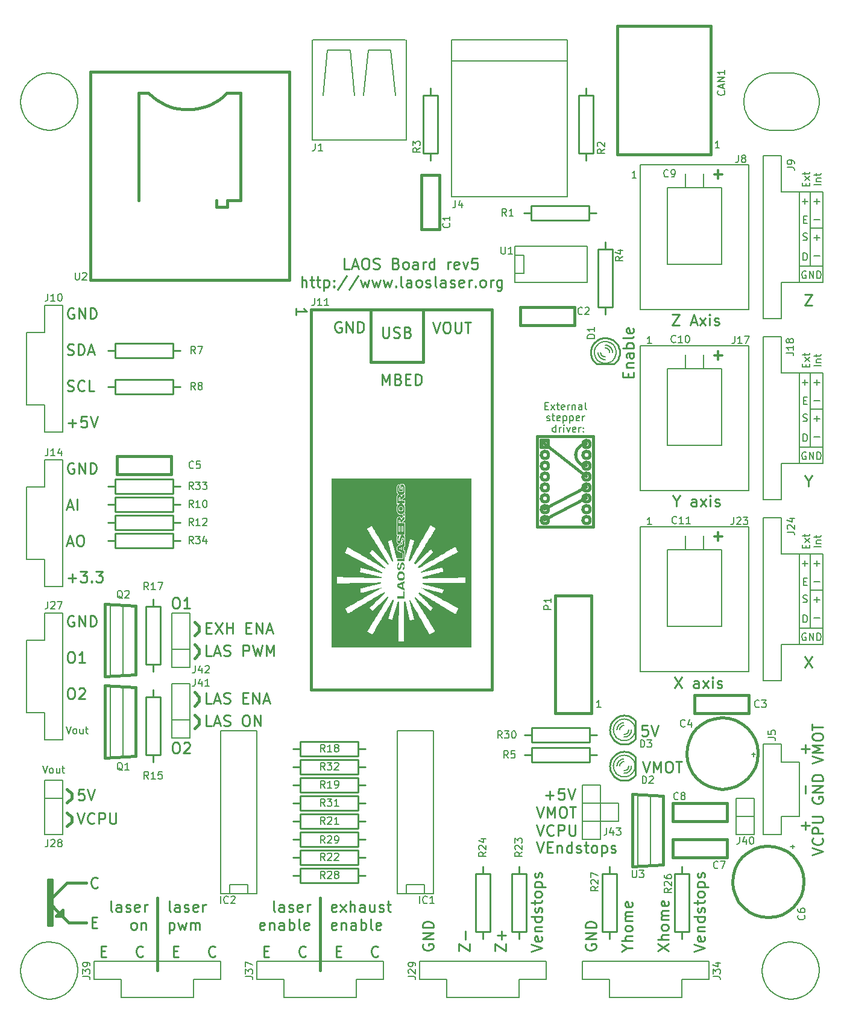
<source format=gto>
G04 (created by PCBNEW-RS274X (2012-01-19 BZR 3256)-stable) date Fri 03 Jan 2014 04:25:16 PM CET*
G01*
G70*
G90*
%MOIN*%
G04 Gerber Fmt 3.4, Leading zero omitted, Abs format*
%FSLAX34Y34*%
G04 APERTURE LIST*
%ADD10C,0.006000*%
%ADD11C,0.015000*%
%ADD12C,0.010000*%
%ADD13C,0.007500*%
%ADD14C,0.007000*%
%ADD15C,0.005000*%
%ADD16C,0.008000*%
%ADD17C,0.000100*%
%ADD18C,0.012000*%
G04 APERTURE END LIST*
G54D10*
X13640Y-52687D02*
X13773Y-53087D01*
X13907Y-52687D01*
X14097Y-53087D02*
X14059Y-53068D01*
X14040Y-53049D01*
X14021Y-53011D01*
X14021Y-52896D01*
X14040Y-52858D01*
X14059Y-52839D01*
X14097Y-52820D01*
X14155Y-52820D01*
X14193Y-52839D01*
X14212Y-52858D01*
X14231Y-52896D01*
X14231Y-53011D01*
X14212Y-53049D01*
X14193Y-53068D01*
X14155Y-53087D01*
X14097Y-53087D01*
X14574Y-52820D02*
X14574Y-53087D01*
X14402Y-52820D02*
X14402Y-53030D01*
X14421Y-53068D01*
X14459Y-53087D01*
X14517Y-53087D01*
X14555Y-53068D01*
X14574Y-53049D01*
X14707Y-52820D02*
X14859Y-52820D01*
X14764Y-52687D02*
X14764Y-53030D01*
X14783Y-53068D01*
X14821Y-53087D01*
X14859Y-53087D01*
X14938Y-50512D02*
X15071Y-50912D01*
X15205Y-50512D01*
X15395Y-50912D02*
X15357Y-50893D01*
X15338Y-50874D01*
X15319Y-50836D01*
X15319Y-50721D01*
X15338Y-50683D01*
X15357Y-50664D01*
X15395Y-50645D01*
X15453Y-50645D01*
X15491Y-50664D01*
X15510Y-50683D01*
X15529Y-50721D01*
X15529Y-50836D01*
X15510Y-50874D01*
X15491Y-50893D01*
X15453Y-50912D01*
X15395Y-50912D01*
X15872Y-50645D02*
X15872Y-50912D01*
X15700Y-50645D02*
X15700Y-50855D01*
X15719Y-50893D01*
X15757Y-50912D01*
X15815Y-50912D01*
X15853Y-50893D01*
X15872Y-50874D01*
X16005Y-50645D02*
X16157Y-50645D01*
X16062Y-50512D02*
X16062Y-50855D01*
X16081Y-50893D01*
X16119Y-50912D01*
X16157Y-50912D01*
G54D11*
X15000Y-55275D02*
X15250Y-55525D01*
X15250Y-55525D02*
X15250Y-55775D01*
X15250Y-55775D02*
X15000Y-56025D01*
X15250Y-54475D02*
X15000Y-54725D01*
X15250Y-54225D02*
X15250Y-54475D01*
X15000Y-53975D02*
X15250Y-54225D01*
G54D12*
X49643Y-62943D02*
X50243Y-62743D01*
X49643Y-62543D01*
X50214Y-62115D02*
X50243Y-62172D01*
X50243Y-62286D01*
X50214Y-62343D01*
X50157Y-62372D01*
X49929Y-62372D01*
X49871Y-62343D01*
X49843Y-62286D01*
X49843Y-62172D01*
X49871Y-62115D01*
X49929Y-62086D01*
X49986Y-62086D01*
X50043Y-62372D01*
X49843Y-61829D02*
X50243Y-61829D01*
X49900Y-61829D02*
X49871Y-61801D01*
X49843Y-61743D01*
X49843Y-61658D01*
X49871Y-61601D01*
X49929Y-61572D01*
X50243Y-61572D01*
X50243Y-61029D02*
X49643Y-61029D01*
X50214Y-61029D02*
X50243Y-61086D01*
X50243Y-61200D01*
X50214Y-61258D01*
X50186Y-61286D01*
X50129Y-61315D01*
X49957Y-61315D01*
X49900Y-61286D01*
X49871Y-61258D01*
X49843Y-61200D01*
X49843Y-61086D01*
X49871Y-61029D01*
X50214Y-60772D02*
X50243Y-60715D01*
X50243Y-60600D01*
X50214Y-60543D01*
X50157Y-60515D01*
X50129Y-60515D01*
X50071Y-60543D01*
X50043Y-60600D01*
X50043Y-60686D01*
X50014Y-60743D01*
X49957Y-60772D01*
X49929Y-60772D01*
X49871Y-60743D01*
X49843Y-60686D01*
X49843Y-60600D01*
X49871Y-60543D01*
X49843Y-60343D02*
X49843Y-60114D01*
X49643Y-60257D02*
X50157Y-60257D01*
X50214Y-60229D01*
X50243Y-60171D01*
X50243Y-60114D01*
X50243Y-59828D02*
X50214Y-59886D01*
X50186Y-59914D01*
X50129Y-59943D01*
X49957Y-59943D01*
X49900Y-59914D01*
X49871Y-59886D01*
X49843Y-59828D01*
X49843Y-59743D01*
X49871Y-59686D01*
X49900Y-59657D01*
X49957Y-59628D01*
X50129Y-59628D01*
X50186Y-59657D01*
X50214Y-59686D01*
X50243Y-59743D01*
X50243Y-59828D01*
X49843Y-59371D02*
X50443Y-59371D01*
X49871Y-59371D02*
X49843Y-59314D01*
X49843Y-59200D01*
X49871Y-59143D01*
X49900Y-59114D01*
X49957Y-59085D01*
X50129Y-59085D01*
X50186Y-59114D01*
X50214Y-59143D01*
X50243Y-59200D01*
X50243Y-59314D01*
X50214Y-59371D01*
X50214Y-58857D02*
X50243Y-58800D01*
X50243Y-58685D01*
X50214Y-58628D01*
X50157Y-58600D01*
X50129Y-58600D01*
X50071Y-58628D01*
X50043Y-58685D01*
X50043Y-58771D01*
X50014Y-58828D01*
X49957Y-58857D01*
X49929Y-58857D01*
X49871Y-58828D01*
X49843Y-58771D01*
X49843Y-58685D01*
X49871Y-58628D01*
X45957Y-62743D02*
X46243Y-62743D01*
X45643Y-62943D02*
X45957Y-62743D01*
X45643Y-62543D01*
X46243Y-62343D02*
X45643Y-62343D01*
X46243Y-62086D02*
X45929Y-62086D01*
X45871Y-62115D01*
X45843Y-62172D01*
X45843Y-62257D01*
X45871Y-62315D01*
X45900Y-62343D01*
X46243Y-61714D02*
X46214Y-61772D01*
X46186Y-61800D01*
X46129Y-61829D01*
X45957Y-61829D01*
X45900Y-61800D01*
X45871Y-61772D01*
X45843Y-61714D01*
X45843Y-61629D01*
X45871Y-61572D01*
X45900Y-61543D01*
X45957Y-61514D01*
X46129Y-61514D01*
X46186Y-61543D01*
X46214Y-61572D01*
X46243Y-61629D01*
X46243Y-61714D01*
X46243Y-61257D02*
X45843Y-61257D01*
X45900Y-61257D02*
X45871Y-61229D01*
X45843Y-61171D01*
X45843Y-61086D01*
X45871Y-61029D01*
X45929Y-61000D01*
X46243Y-61000D01*
X45929Y-61000D02*
X45871Y-60971D01*
X45843Y-60914D01*
X45843Y-60829D01*
X45871Y-60771D01*
X45929Y-60743D01*
X46243Y-60743D01*
X46214Y-60229D02*
X46243Y-60286D01*
X46243Y-60400D01*
X46214Y-60457D01*
X46157Y-60486D01*
X45929Y-60486D01*
X45871Y-60457D01*
X45843Y-60400D01*
X45843Y-60286D01*
X45871Y-60229D01*
X45929Y-60200D01*
X45986Y-60200D01*
X46043Y-60486D01*
X47643Y-62914D02*
X48243Y-62514D01*
X47643Y-62514D02*
X48243Y-62914D01*
X48243Y-62286D02*
X47643Y-62286D01*
X48243Y-62029D02*
X47929Y-62029D01*
X47871Y-62058D01*
X47843Y-62115D01*
X47843Y-62200D01*
X47871Y-62258D01*
X47900Y-62286D01*
X48243Y-61657D02*
X48214Y-61715D01*
X48186Y-61743D01*
X48129Y-61772D01*
X47957Y-61772D01*
X47900Y-61743D01*
X47871Y-61715D01*
X47843Y-61657D01*
X47843Y-61572D01*
X47871Y-61515D01*
X47900Y-61486D01*
X47957Y-61457D01*
X48129Y-61457D01*
X48186Y-61486D01*
X48214Y-61515D01*
X48243Y-61572D01*
X48243Y-61657D01*
X48243Y-61200D02*
X47843Y-61200D01*
X47900Y-61200D02*
X47871Y-61172D01*
X47843Y-61114D01*
X47843Y-61029D01*
X47871Y-60972D01*
X47929Y-60943D01*
X48243Y-60943D01*
X47929Y-60943D02*
X47871Y-60914D01*
X47843Y-60857D01*
X47843Y-60772D01*
X47871Y-60714D01*
X47929Y-60686D01*
X48243Y-60686D01*
X48214Y-60172D02*
X48243Y-60229D01*
X48243Y-60343D01*
X48214Y-60400D01*
X48157Y-60429D01*
X47929Y-60429D01*
X47871Y-60400D01*
X47843Y-60343D01*
X47843Y-60229D01*
X47871Y-60172D01*
X47929Y-60143D01*
X47986Y-60143D01*
X48043Y-60429D01*
X43671Y-62543D02*
X43643Y-62600D01*
X43643Y-62686D01*
X43671Y-62771D01*
X43729Y-62829D01*
X43786Y-62857D01*
X43900Y-62886D01*
X43986Y-62886D01*
X44100Y-62857D01*
X44157Y-62829D01*
X44214Y-62771D01*
X44243Y-62686D01*
X44243Y-62629D01*
X44214Y-62543D01*
X44186Y-62514D01*
X43986Y-62514D01*
X43986Y-62629D01*
X44243Y-62257D02*
X43643Y-62257D01*
X44243Y-61914D01*
X43643Y-61914D01*
X44243Y-61628D02*
X43643Y-61628D01*
X43643Y-61485D01*
X43671Y-61400D01*
X43729Y-61342D01*
X43786Y-61314D01*
X43900Y-61285D01*
X43986Y-61285D01*
X44100Y-61314D01*
X44157Y-61342D01*
X44214Y-61400D01*
X44243Y-61485D01*
X44243Y-61628D01*
X34671Y-62543D02*
X34643Y-62600D01*
X34643Y-62686D01*
X34671Y-62771D01*
X34729Y-62829D01*
X34786Y-62857D01*
X34900Y-62886D01*
X34986Y-62886D01*
X35100Y-62857D01*
X35157Y-62829D01*
X35214Y-62771D01*
X35243Y-62686D01*
X35243Y-62629D01*
X35214Y-62543D01*
X35186Y-62514D01*
X34986Y-62514D01*
X34986Y-62629D01*
X35243Y-62257D02*
X34643Y-62257D01*
X35243Y-61914D01*
X34643Y-61914D01*
X35243Y-61628D02*
X34643Y-61628D01*
X34643Y-61485D01*
X34671Y-61400D01*
X34729Y-61342D01*
X34786Y-61314D01*
X34900Y-61285D01*
X34986Y-61285D01*
X35100Y-61314D01*
X35157Y-61342D01*
X35214Y-61400D01*
X35243Y-61485D01*
X35243Y-61628D01*
X38643Y-62914D02*
X38643Y-62514D01*
X39243Y-62914D01*
X39243Y-62514D01*
X39014Y-62286D02*
X39014Y-61829D01*
X39243Y-62058D02*
X38786Y-62058D01*
X36643Y-62914D02*
X36643Y-62514D01*
X37243Y-62914D01*
X37243Y-62514D01*
X37014Y-62286D02*
X37014Y-61829D01*
X40643Y-62943D02*
X41243Y-62743D01*
X40643Y-62543D01*
X41214Y-62115D02*
X41243Y-62172D01*
X41243Y-62286D01*
X41214Y-62343D01*
X41157Y-62372D01*
X40929Y-62372D01*
X40871Y-62343D01*
X40843Y-62286D01*
X40843Y-62172D01*
X40871Y-62115D01*
X40929Y-62086D01*
X40986Y-62086D01*
X41043Y-62372D01*
X40843Y-61829D02*
X41243Y-61829D01*
X40900Y-61829D02*
X40871Y-61801D01*
X40843Y-61743D01*
X40843Y-61658D01*
X40871Y-61601D01*
X40929Y-61572D01*
X41243Y-61572D01*
X41243Y-61029D02*
X40643Y-61029D01*
X41214Y-61029D02*
X41243Y-61086D01*
X41243Y-61200D01*
X41214Y-61258D01*
X41186Y-61286D01*
X41129Y-61315D01*
X40957Y-61315D01*
X40900Y-61286D01*
X40871Y-61258D01*
X40843Y-61200D01*
X40843Y-61086D01*
X40871Y-61029D01*
X41214Y-60772D02*
X41243Y-60715D01*
X41243Y-60600D01*
X41214Y-60543D01*
X41157Y-60515D01*
X41129Y-60515D01*
X41071Y-60543D01*
X41043Y-60600D01*
X41043Y-60686D01*
X41014Y-60743D01*
X40957Y-60772D01*
X40929Y-60772D01*
X40871Y-60743D01*
X40843Y-60686D01*
X40843Y-60600D01*
X40871Y-60543D01*
X40843Y-60343D02*
X40843Y-60114D01*
X40643Y-60257D02*
X41157Y-60257D01*
X41214Y-60229D01*
X41243Y-60171D01*
X41243Y-60114D01*
X41243Y-59828D02*
X41214Y-59886D01*
X41186Y-59914D01*
X41129Y-59943D01*
X40957Y-59943D01*
X40900Y-59914D01*
X40871Y-59886D01*
X40843Y-59828D01*
X40843Y-59743D01*
X40871Y-59686D01*
X40900Y-59657D01*
X40957Y-59628D01*
X41129Y-59628D01*
X41186Y-59657D01*
X41214Y-59686D01*
X41243Y-59743D01*
X41243Y-59828D01*
X40843Y-59371D02*
X41443Y-59371D01*
X40871Y-59371D02*
X40843Y-59314D01*
X40843Y-59200D01*
X40871Y-59143D01*
X40900Y-59114D01*
X40957Y-59085D01*
X41129Y-59085D01*
X41186Y-59114D01*
X41214Y-59143D01*
X41243Y-59200D01*
X41243Y-59314D01*
X41214Y-59371D01*
X41214Y-58857D02*
X41243Y-58800D01*
X41243Y-58685D01*
X41214Y-58628D01*
X41157Y-58600D01*
X41129Y-58600D01*
X41071Y-58628D01*
X41043Y-58685D01*
X41043Y-58771D01*
X41014Y-58828D01*
X40957Y-58857D01*
X40929Y-58857D01*
X40871Y-58828D01*
X40843Y-58771D01*
X40843Y-58685D01*
X40871Y-58628D01*
X28186Y-63186D02*
X28157Y-63214D01*
X28071Y-63243D01*
X28014Y-63243D01*
X27929Y-63214D01*
X27871Y-63157D01*
X27843Y-63100D01*
X27814Y-62986D01*
X27814Y-62900D01*
X27843Y-62786D01*
X27871Y-62729D01*
X27929Y-62671D01*
X28014Y-62643D01*
X28071Y-62643D01*
X28157Y-62671D01*
X28186Y-62700D01*
X29872Y-62929D02*
X30072Y-62929D01*
X30158Y-63243D02*
X29872Y-63243D01*
X29872Y-62643D01*
X30158Y-62643D01*
X32186Y-63186D02*
X32157Y-63214D01*
X32071Y-63243D01*
X32014Y-63243D01*
X31929Y-63214D01*
X31871Y-63157D01*
X31843Y-63100D01*
X31814Y-62986D01*
X31814Y-62900D01*
X31843Y-62786D01*
X31871Y-62729D01*
X31929Y-62671D01*
X32014Y-62643D01*
X32071Y-62643D01*
X32157Y-62671D01*
X32186Y-62700D01*
X25872Y-62929D02*
X26072Y-62929D01*
X26158Y-63243D02*
X25872Y-63243D01*
X25872Y-62643D01*
X26158Y-62643D01*
X16686Y-59386D02*
X16657Y-59414D01*
X16571Y-59443D01*
X16514Y-59443D01*
X16429Y-59414D01*
X16371Y-59357D01*
X16343Y-59300D01*
X16314Y-59186D01*
X16314Y-59100D01*
X16343Y-58986D01*
X16371Y-58929D01*
X16429Y-58871D01*
X16514Y-58843D01*
X16571Y-58843D01*
X16657Y-58871D01*
X16686Y-58900D01*
X16372Y-61329D02*
X16572Y-61329D01*
X16658Y-61643D02*
X16372Y-61643D01*
X16372Y-61043D01*
X16658Y-61043D01*
G54D11*
X13950Y-59000D02*
X14150Y-59000D01*
X13950Y-61500D02*
X13950Y-59000D01*
X13950Y-61500D02*
X14150Y-61500D01*
X14050Y-59000D02*
X13950Y-59000D01*
X14050Y-61500D02*
X14050Y-59000D01*
X14150Y-61500D02*
X14050Y-61500D01*
X14150Y-59000D02*
X14150Y-61500D01*
X15000Y-59150D02*
X16050Y-59150D01*
X14150Y-60000D02*
X15000Y-59150D01*
X14400Y-60650D02*
X14150Y-60400D01*
X15100Y-61350D02*
X16050Y-61350D01*
X14400Y-60650D02*
X15100Y-61350D01*
X14400Y-61000D02*
X14750Y-60650D01*
X14750Y-61000D02*
X14400Y-61000D01*
X14750Y-60650D02*
X14750Y-61000D01*
G54D10*
X51065Y-18562D02*
X50836Y-18562D01*
X50950Y-18562D02*
X50950Y-18162D01*
X50912Y-18219D01*
X50874Y-18257D01*
X50836Y-18276D01*
X46465Y-20212D02*
X46236Y-20212D01*
X46350Y-20212D02*
X46350Y-19812D01*
X46312Y-19869D01*
X46274Y-19907D01*
X46236Y-19926D01*
X47315Y-29362D02*
X47086Y-29362D01*
X47200Y-29362D02*
X47200Y-28962D01*
X47162Y-29019D01*
X47124Y-29057D01*
X47086Y-29076D01*
X47315Y-39362D02*
X47086Y-39362D01*
X47200Y-39362D02*
X47200Y-38962D01*
X47162Y-39019D01*
X47124Y-39057D01*
X47086Y-39076D01*
X44515Y-49462D02*
X44286Y-49462D01*
X44400Y-49462D02*
X44400Y-49062D01*
X44362Y-49119D01*
X44324Y-49157D01*
X44286Y-49176D01*
G54D12*
X15357Y-27421D02*
X15300Y-27393D01*
X15214Y-27393D01*
X15129Y-27421D01*
X15071Y-27479D01*
X15043Y-27536D01*
X15014Y-27650D01*
X15014Y-27736D01*
X15043Y-27850D01*
X15071Y-27907D01*
X15129Y-27964D01*
X15214Y-27993D01*
X15271Y-27993D01*
X15357Y-27964D01*
X15386Y-27936D01*
X15386Y-27736D01*
X15271Y-27736D01*
X15643Y-27993D02*
X15643Y-27393D01*
X15986Y-27993D01*
X15986Y-27393D01*
X16272Y-27993D02*
X16272Y-27393D01*
X16415Y-27393D01*
X16500Y-27421D01*
X16558Y-27479D01*
X16586Y-27536D01*
X16615Y-27650D01*
X16615Y-27736D01*
X16586Y-27850D01*
X16558Y-27907D01*
X16500Y-27964D01*
X16415Y-27993D01*
X16272Y-27993D01*
G54D10*
X56298Y-23510D02*
X56603Y-23510D01*
X56451Y-23662D02*
X56451Y-23357D01*
X56298Y-24510D02*
X56603Y-24510D01*
X56100Y-23000D02*
X56800Y-23000D01*
X56298Y-22510D02*
X56603Y-22510D01*
X55500Y-25100D02*
X56800Y-25100D01*
X56800Y-26000D02*
X55500Y-26000D01*
X56800Y-25100D02*
X56800Y-26000D01*
X56800Y-21000D02*
X56100Y-21000D01*
X55852Y-20662D02*
X55852Y-20528D01*
X56062Y-20471D02*
X56062Y-20662D01*
X55662Y-20662D01*
X55662Y-20471D01*
X56062Y-20338D02*
X55795Y-20128D01*
X55795Y-20338D02*
X56062Y-20128D01*
X55795Y-20033D02*
X55795Y-19881D01*
X55662Y-19976D02*
X56005Y-19976D01*
X56043Y-19957D01*
X56062Y-19919D01*
X56062Y-19881D01*
X56682Y-20595D02*
X56282Y-20595D01*
X56415Y-20405D02*
X56682Y-20405D01*
X56453Y-20405D02*
X56434Y-20386D01*
X56415Y-20348D01*
X56415Y-20290D01*
X56434Y-20252D01*
X56472Y-20233D01*
X56682Y-20233D01*
X56415Y-20100D02*
X56415Y-19948D01*
X56282Y-20043D02*
X56625Y-20043D01*
X56663Y-20024D01*
X56682Y-19986D01*
X56682Y-19948D01*
X55648Y-21510D02*
X55953Y-21510D01*
X55801Y-21662D02*
X55801Y-21357D01*
X55714Y-22502D02*
X55848Y-22502D01*
X55905Y-22712D02*
X55714Y-22712D01*
X55714Y-22312D01*
X55905Y-22312D01*
X56800Y-21000D02*
X56800Y-22100D01*
X56100Y-21000D02*
X55500Y-21000D01*
X56100Y-22100D02*
X56100Y-21000D01*
X56298Y-21510D02*
X56603Y-21510D01*
X56451Y-21662D02*
X56451Y-21357D01*
X56800Y-22100D02*
X56800Y-25100D01*
X56100Y-22100D02*
X56100Y-25100D01*
X55686Y-23643D02*
X55743Y-23662D01*
X55839Y-23662D01*
X55877Y-23643D01*
X55896Y-23624D01*
X55915Y-23586D01*
X55915Y-23548D01*
X55896Y-23510D01*
X55877Y-23490D01*
X55839Y-23471D01*
X55762Y-23452D01*
X55724Y-23433D01*
X55705Y-23414D01*
X55686Y-23376D01*
X55686Y-23338D01*
X55705Y-23300D01*
X55724Y-23281D01*
X55762Y-23262D01*
X55858Y-23262D01*
X55915Y-23281D01*
X55695Y-24762D02*
X55695Y-24362D01*
X55790Y-24362D01*
X55848Y-24381D01*
X55886Y-24419D01*
X55905Y-24457D01*
X55924Y-24533D01*
X55924Y-24590D01*
X55905Y-24667D01*
X55886Y-24705D01*
X55848Y-24743D01*
X55790Y-24762D01*
X55695Y-24762D01*
X55846Y-25381D02*
X55808Y-25362D01*
X55751Y-25362D01*
X55693Y-25381D01*
X55655Y-25419D01*
X55636Y-25457D01*
X55617Y-25533D01*
X55617Y-25590D01*
X55636Y-25667D01*
X55655Y-25705D01*
X55693Y-25743D01*
X55751Y-25762D01*
X55789Y-25762D01*
X55846Y-25743D01*
X55865Y-25724D01*
X55865Y-25590D01*
X55789Y-25590D01*
X56036Y-25762D02*
X56036Y-25362D01*
X56265Y-25762D01*
X56265Y-25362D01*
X56455Y-25762D02*
X56455Y-25362D01*
X56550Y-25362D01*
X56608Y-25381D01*
X56646Y-25419D01*
X56665Y-25457D01*
X56684Y-25533D01*
X56684Y-25590D01*
X56665Y-25667D01*
X56646Y-25705D01*
X56608Y-25743D01*
X56550Y-25762D01*
X56455Y-25762D01*
G54D12*
X55801Y-26643D02*
X56201Y-26643D01*
X55801Y-27243D01*
X56201Y-27243D01*
G54D10*
X56298Y-33510D02*
X56603Y-33510D01*
X56451Y-33662D02*
X56451Y-33357D01*
X56298Y-34510D02*
X56603Y-34510D01*
X56100Y-33000D02*
X56800Y-33000D01*
X56298Y-32510D02*
X56603Y-32510D01*
X55500Y-35100D02*
X56800Y-35100D01*
X56800Y-36000D02*
X55500Y-36000D01*
X56800Y-35100D02*
X56800Y-36000D01*
X56800Y-31000D02*
X56100Y-31000D01*
X55852Y-30662D02*
X55852Y-30528D01*
X56062Y-30471D02*
X56062Y-30662D01*
X55662Y-30662D01*
X55662Y-30471D01*
X56062Y-30338D02*
X55795Y-30128D01*
X55795Y-30338D02*
X56062Y-30128D01*
X55795Y-30033D02*
X55795Y-29881D01*
X55662Y-29976D02*
X56005Y-29976D01*
X56043Y-29957D01*
X56062Y-29919D01*
X56062Y-29881D01*
X56682Y-30595D02*
X56282Y-30595D01*
X56415Y-30405D02*
X56682Y-30405D01*
X56453Y-30405D02*
X56434Y-30386D01*
X56415Y-30348D01*
X56415Y-30290D01*
X56434Y-30252D01*
X56472Y-30233D01*
X56682Y-30233D01*
X56415Y-30100D02*
X56415Y-29948D01*
X56282Y-30043D02*
X56625Y-30043D01*
X56663Y-30024D01*
X56682Y-29986D01*
X56682Y-29948D01*
X55648Y-31510D02*
X55953Y-31510D01*
X55801Y-31662D02*
X55801Y-31357D01*
X55714Y-32502D02*
X55848Y-32502D01*
X55905Y-32712D02*
X55714Y-32712D01*
X55714Y-32312D01*
X55905Y-32312D01*
X56800Y-31000D02*
X56800Y-32100D01*
X56100Y-31000D02*
X55500Y-31000D01*
X56100Y-32100D02*
X56100Y-31000D01*
X56298Y-31510D02*
X56603Y-31510D01*
X56451Y-31662D02*
X56451Y-31357D01*
X56800Y-32100D02*
X56800Y-35100D01*
X56100Y-32100D02*
X56100Y-35100D01*
X55686Y-33643D02*
X55743Y-33662D01*
X55839Y-33662D01*
X55877Y-33643D01*
X55896Y-33624D01*
X55915Y-33586D01*
X55915Y-33548D01*
X55896Y-33510D01*
X55877Y-33490D01*
X55839Y-33471D01*
X55762Y-33452D01*
X55724Y-33433D01*
X55705Y-33414D01*
X55686Y-33376D01*
X55686Y-33338D01*
X55705Y-33300D01*
X55724Y-33281D01*
X55762Y-33262D01*
X55858Y-33262D01*
X55915Y-33281D01*
X55695Y-34762D02*
X55695Y-34362D01*
X55790Y-34362D01*
X55848Y-34381D01*
X55886Y-34419D01*
X55905Y-34457D01*
X55924Y-34533D01*
X55924Y-34590D01*
X55905Y-34667D01*
X55886Y-34705D01*
X55848Y-34743D01*
X55790Y-34762D01*
X55695Y-34762D01*
X55846Y-35381D02*
X55808Y-35362D01*
X55751Y-35362D01*
X55693Y-35381D01*
X55655Y-35419D01*
X55636Y-35457D01*
X55617Y-35533D01*
X55617Y-35590D01*
X55636Y-35667D01*
X55655Y-35705D01*
X55693Y-35743D01*
X55751Y-35762D01*
X55789Y-35762D01*
X55846Y-35743D01*
X55865Y-35724D01*
X55865Y-35590D01*
X55789Y-35590D01*
X56036Y-35762D02*
X56036Y-35362D01*
X56265Y-35762D01*
X56265Y-35362D01*
X56455Y-35762D02*
X56455Y-35362D01*
X56550Y-35362D01*
X56608Y-35381D01*
X56646Y-35419D01*
X56665Y-35457D01*
X56684Y-35533D01*
X56684Y-35590D01*
X56665Y-35667D01*
X56646Y-35705D01*
X56608Y-35743D01*
X56550Y-35762D01*
X56455Y-35762D01*
G54D12*
X56000Y-36957D02*
X56000Y-37243D01*
X55800Y-36643D02*
X56000Y-36957D01*
X56200Y-36643D01*
G54D10*
X56298Y-43510D02*
X56603Y-43510D01*
X56451Y-43662D02*
X56451Y-43357D01*
X56298Y-44510D02*
X56603Y-44510D01*
X56100Y-43000D02*
X56800Y-43000D01*
X56298Y-42510D02*
X56603Y-42510D01*
X55500Y-45100D02*
X56800Y-45100D01*
X56800Y-46000D02*
X55500Y-46000D01*
X56800Y-45100D02*
X56800Y-46000D01*
X56800Y-41000D02*
X56100Y-41000D01*
X55852Y-40662D02*
X55852Y-40528D01*
X56062Y-40471D02*
X56062Y-40662D01*
X55662Y-40662D01*
X55662Y-40471D01*
X56062Y-40338D02*
X55795Y-40128D01*
X55795Y-40338D02*
X56062Y-40128D01*
X55795Y-40033D02*
X55795Y-39881D01*
X55662Y-39976D02*
X56005Y-39976D01*
X56043Y-39957D01*
X56062Y-39919D01*
X56062Y-39881D01*
X56682Y-40595D02*
X56282Y-40595D01*
X56415Y-40405D02*
X56682Y-40405D01*
X56453Y-40405D02*
X56434Y-40386D01*
X56415Y-40348D01*
X56415Y-40290D01*
X56434Y-40252D01*
X56472Y-40233D01*
X56682Y-40233D01*
X56415Y-40100D02*
X56415Y-39948D01*
X56282Y-40043D02*
X56625Y-40043D01*
X56663Y-40024D01*
X56682Y-39986D01*
X56682Y-39948D01*
X55648Y-41510D02*
X55953Y-41510D01*
X55801Y-41662D02*
X55801Y-41357D01*
X55714Y-42502D02*
X55848Y-42502D01*
X55905Y-42712D02*
X55714Y-42712D01*
X55714Y-42312D01*
X55905Y-42312D01*
X56800Y-41000D02*
X56800Y-42100D01*
X56100Y-41000D02*
X55500Y-41000D01*
X56100Y-42100D02*
X56100Y-41000D01*
X56298Y-41510D02*
X56603Y-41510D01*
X56451Y-41662D02*
X56451Y-41357D01*
X56800Y-42100D02*
X56800Y-45100D01*
X56100Y-42100D02*
X56100Y-45100D01*
X55686Y-43643D02*
X55743Y-43662D01*
X55839Y-43662D01*
X55877Y-43643D01*
X55896Y-43624D01*
X55915Y-43586D01*
X55915Y-43548D01*
X55896Y-43510D01*
X55877Y-43490D01*
X55839Y-43471D01*
X55762Y-43452D01*
X55724Y-43433D01*
X55705Y-43414D01*
X55686Y-43376D01*
X55686Y-43338D01*
X55705Y-43300D01*
X55724Y-43281D01*
X55762Y-43262D01*
X55858Y-43262D01*
X55915Y-43281D01*
X55695Y-44762D02*
X55695Y-44362D01*
X55790Y-44362D01*
X55848Y-44381D01*
X55886Y-44419D01*
X55905Y-44457D01*
X55924Y-44533D01*
X55924Y-44590D01*
X55905Y-44667D01*
X55886Y-44705D01*
X55848Y-44743D01*
X55790Y-44762D01*
X55695Y-44762D01*
X55846Y-45381D02*
X55808Y-45362D01*
X55751Y-45362D01*
X55693Y-45381D01*
X55655Y-45419D01*
X55636Y-45457D01*
X55617Y-45533D01*
X55617Y-45590D01*
X55636Y-45667D01*
X55655Y-45705D01*
X55693Y-45743D01*
X55751Y-45762D01*
X55789Y-45762D01*
X55846Y-45743D01*
X55865Y-45724D01*
X55865Y-45590D01*
X55789Y-45590D01*
X56036Y-45762D02*
X56036Y-45362D01*
X56265Y-45762D01*
X56265Y-45362D01*
X56455Y-45762D02*
X56455Y-45362D01*
X56550Y-45362D01*
X56608Y-45381D01*
X56646Y-45419D01*
X56665Y-45457D01*
X56684Y-45533D01*
X56684Y-45590D01*
X56665Y-45667D01*
X56646Y-45705D01*
X56608Y-45743D01*
X56550Y-45762D01*
X56455Y-45762D01*
G54D11*
X41200Y-35100D02*
X41200Y-34700D01*
X41600Y-35100D02*
X41200Y-35100D01*
X41600Y-34700D02*
X41600Y-35100D01*
X41200Y-34700D02*
X41600Y-34700D01*
G54D10*
X41423Y-32802D02*
X41557Y-32802D01*
X41614Y-33012D02*
X41423Y-33012D01*
X41423Y-32612D01*
X41614Y-32612D01*
X41747Y-33012D02*
X41957Y-32745D01*
X41747Y-32745D02*
X41957Y-33012D01*
X42052Y-32745D02*
X42204Y-32745D01*
X42109Y-32612D02*
X42109Y-32955D01*
X42128Y-32993D01*
X42166Y-33012D01*
X42204Y-33012D01*
X42491Y-32993D02*
X42453Y-33012D01*
X42376Y-33012D01*
X42338Y-32993D01*
X42319Y-32955D01*
X42319Y-32802D01*
X42338Y-32764D01*
X42376Y-32745D01*
X42453Y-32745D01*
X42491Y-32764D01*
X42510Y-32802D01*
X42510Y-32840D01*
X42319Y-32879D01*
X42681Y-33012D02*
X42681Y-32745D01*
X42681Y-32821D02*
X42700Y-32783D01*
X42719Y-32764D01*
X42757Y-32745D01*
X42796Y-32745D01*
X42929Y-32745D02*
X42929Y-33012D01*
X42929Y-32783D02*
X42948Y-32764D01*
X42986Y-32745D01*
X43044Y-32745D01*
X43082Y-32764D01*
X43101Y-32802D01*
X43101Y-33012D01*
X43463Y-33012D02*
X43463Y-32802D01*
X43444Y-32764D01*
X43406Y-32745D01*
X43329Y-32745D01*
X43291Y-32764D01*
X43463Y-32993D02*
X43425Y-33012D01*
X43329Y-33012D01*
X43291Y-32993D01*
X43272Y-32955D01*
X43272Y-32917D01*
X43291Y-32879D01*
X43329Y-32860D01*
X43425Y-32860D01*
X43463Y-32840D01*
X43710Y-33012D02*
X43672Y-32993D01*
X43653Y-32955D01*
X43653Y-32612D01*
X41518Y-33613D02*
X41556Y-33632D01*
X41632Y-33632D01*
X41671Y-33613D01*
X41690Y-33575D01*
X41690Y-33556D01*
X41671Y-33518D01*
X41632Y-33499D01*
X41575Y-33499D01*
X41537Y-33480D01*
X41518Y-33441D01*
X41518Y-33422D01*
X41537Y-33384D01*
X41575Y-33365D01*
X41632Y-33365D01*
X41671Y-33384D01*
X41804Y-33365D02*
X41956Y-33365D01*
X41861Y-33232D02*
X41861Y-33575D01*
X41880Y-33613D01*
X41918Y-33632D01*
X41956Y-33632D01*
X42243Y-33613D02*
X42205Y-33632D01*
X42128Y-33632D01*
X42090Y-33613D01*
X42071Y-33575D01*
X42071Y-33422D01*
X42090Y-33384D01*
X42128Y-33365D01*
X42205Y-33365D01*
X42243Y-33384D01*
X42262Y-33422D01*
X42262Y-33460D01*
X42071Y-33499D01*
X42433Y-33365D02*
X42433Y-33765D01*
X42433Y-33384D02*
X42471Y-33365D01*
X42548Y-33365D01*
X42586Y-33384D01*
X42605Y-33403D01*
X42624Y-33441D01*
X42624Y-33556D01*
X42605Y-33594D01*
X42586Y-33613D01*
X42548Y-33632D01*
X42471Y-33632D01*
X42433Y-33613D01*
X42795Y-33365D02*
X42795Y-33765D01*
X42795Y-33384D02*
X42833Y-33365D01*
X42910Y-33365D01*
X42948Y-33384D01*
X42967Y-33403D01*
X42986Y-33441D01*
X42986Y-33556D01*
X42967Y-33594D01*
X42948Y-33613D01*
X42910Y-33632D01*
X42833Y-33632D01*
X42795Y-33613D01*
X43310Y-33613D02*
X43272Y-33632D01*
X43195Y-33632D01*
X43157Y-33613D01*
X43138Y-33575D01*
X43138Y-33422D01*
X43157Y-33384D01*
X43195Y-33365D01*
X43272Y-33365D01*
X43310Y-33384D01*
X43329Y-33422D01*
X43329Y-33460D01*
X43138Y-33499D01*
X43500Y-33632D02*
X43500Y-33365D01*
X43500Y-33441D02*
X43519Y-33403D01*
X43538Y-33384D01*
X43576Y-33365D01*
X43615Y-33365D01*
X42024Y-34252D02*
X42024Y-33852D01*
X42024Y-34233D02*
X41986Y-34252D01*
X41909Y-34252D01*
X41871Y-34233D01*
X41852Y-34214D01*
X41833Y-34176D01*
X41833Y-34061D01*
X41852Y-34023D01*
X41871Y-34004D01*
X41909Y-33985D01*
X41986Y-33985D01*
X42024Y-34004D01*
X42214Y-34252D02*
X42214Y-33985D01*
X42214Y-34061D02*
X42233Y-34023D01*
X42252Y-34004D01*
X42290Y-33985D01*
X42329Y-33985D01*
X42462Y-34252D02*
X42462Y-33985D01*
X42462Y-33852D02*
X42443Y-33871D01*
X42462Y-33890D01*
X42481Y-33871D01*
X42462Y-33852D01*
X42462Y-33890D01*
X42614Y-33985D02*
X42709Y-34252D01*
X42805Y-33985D01*
X43110Y-34233D02*
X43072Y-34252D01*
X42995Y-34252D01*
X42957Y-34233D01*
X42938Y-34195D01*
X42938Y-34042D01*
X42957Y-34004D01*
X42995Y-33985D01*
X43072Y-33985D01*
X43110Y-34004D01*
X43129Y-34042D01*
X43129Y-34080D01*
X42938Y-34119D01*
X43300Y-34252D02*
X43300Y-33985D01*
X43300Y-34061D02*
X43319Y-34023D01*
X43338Y-34004D01*
X43376Y-33985D01*
X43415Y-33985D01*
X43548Y-34214D02*
X43567Y-34233D01*
X43548Y-34252D01*
X43529Y-34233D01*
X43548Y-34214D01*
X43548Y-34252D01*
X43548Y-34004D02*
X43567Y-34023D01*
X43548Y-34042D01*
X43529Y-34023D01*
X43548Y-34004D01*
X43548Y-34042D01*
G54D11*
X44100Y-34500D02*
X41000Y-34500D01*
X44100Y-39500D02*
X44100Y-34500D01*
X41000Y-39500D02*
X44100Y-39500D01*
X41000Y-34500D02*
X41000Y-39500D01*
X43700Y-34900D02*
X43648Y-34903D01*
X43596Y-34910D01*
X43545Y-34921D01*
X43495Y-34937D01*
X43447Y-34957D01*
X43401Y-34981D01*
X43356Y-35009D01*
X43315Y-35041D01*
X43276Y-35076D01*
X43241Y-35115D01*
X43209Y-35156D01*
X43181Y-35201D01*
X43157Y-35247D01*
X43137Y-35295D01*
X43121Y-35345D01*
X43110Y-35396D01*
X43103Y-35448D01*
X43100Y-35500D01*
X43100Y-35500D02*
X43103Y-35552D01*
X43110Y-35604D01*
X43121Y-35655D01*
X43137Y-35705D01*
X43157Y-35753D01*
X43181Y-35799D01*
X43209Y-35844D01*
X43241Y-35885D01*
X43276Y-35924D01*
X43315Y-35959D01*
X43356Y-35991D01*
X43401Y-36019D01*
X43447Y-36043D01*
X43495Y-36063D01*
X43545Y-36079D01*
X43596Y-36090D01*
X43648Y-36097D01*
X43700Y-36100D01*
X43700Y-37900D02*
X41400Y-39100D01*
X43700Y-37300D02*
X41400Y-38500D01*
X41400Y-34900D02*
X43700Y-36700D01*
X43900Y-34900D02*
X43896Y-34938D01*
X43884Y-34976D01*
X43866Y-35010D01*
X43841Y-35040D01*
X43811Y-35065D01*
X43777Y-35084D01*
X43740Y-35095D01*
X43701Y-35099D01*
X43663Y-35096D01*
X43626Y-35085D01*
X43591Y-35067D01*
X43561Y-35042D01*
X43535Y-35012D01*
X43517Y-34978D01*
X43505Y-34941D01*
X43501Y-34902D01*
X43504Y-34864D01*
X43515Y-34827D01*
X43532Y-34792D01*
X43557Y-34762D01*
X43586Y-34736D01*
X43620Y-34717D01*
X43658Y-34705D01*
X43696Y-34701D01*
X43734Y-34704D01*
X43772Y-34714D01*
X43807Y-34732D01*
X43837Y-34756D01*
X43863Y-34785D01*
X43882Y-34819D01*
X43895Y-34856D01*
X43899Y-34895D01*
X43900Y-34900D01*
X43900Y-35500D02*
X43896Y-35538D01*
X43884Y-35576D01*
X43866Y-35610D01*
X43841Y-35640D01*
X43811Y-35665D01*
X43777Y-35684D01*
X43740Y-35695D01*
X43701Y-35699D01*
X43663Y-35696D01*
X43626Y-35685D01*
X43591Y-35667D01*
X43561Y-35642D01*
X43535Y-35612D01*
X43517Y-35578D01*
X43505Y-35541D01*
X43501Y-35502D01*
X43504Y-35464D01*
X43515Y-35427D01*
X43532Y-35392D01*
X43557Y-35362D01*
X43586Y-35336D01*
X43620Y-35317D01*
X43658Y-35305D01*
X43696Y-35301D01*
X43734Y-35304D01*
X43772Y-35314D01*
X43807Y-35332D01*
X43837Y-35356D01*
X43863Y-35385D01*
X43882Y-35419D01*
X43895Y-35456D01*
X43899Y-35495D01*
X43900Y-35500D01*
X43900Y-36700D02*
X43896Y-36738D01*
X43884Y-36776D01*
X43866Y-36810D01*
X43841Y-36840D01*
X43811Y-36865D01*
X43777Y-36884D01*
X43740Y-36895D01*
X43701Y-36899D01*
X43663Y-36896D01*
X43626Y-36885D01*
X43591Y-36867D01*
X43561Y-36842D01*
X43535Y-36812D01*
X43517Y-36778D01*
X43505Y-36741D01*
X43501Y-36702D01*
X43504Y-36664D01*
X43515Y-36627D01*
X43532Y-36592D01*
X43557Y-36562D01*
X43586Y-36536D01*
X43620Y-36517D01*
X43658Y-36505D01*
X43696Y-36501D01*
X43734Y-36504D01*
X43772Y-36514D01*
X43807Y-36532D01*
X43837Y-36556D01*
X43863Y-36585D01*
X43882Y-36619D01*
X43895Y-36656D01*
X43899Y-36695D01*
X43900Y-36700D01*
X43900Y-36100D02*
X43896Y-36138D01*
X43884Y-36176D01*
X43866Y-36210D01*
X43841Y-36240D01*
X43811Y-36265D01*
X43777Y-36284D01*
X43740Y-36295D01*
X43701Y-36299D01*
X43663Y-36296D01*
X43626Y-36285D01*
X43591Y-36267D01*
X43561Y-36242D01*
X43535Y-36212D01*
X43517Y-36178D01*
X43505Y-36141D01*
X43501Y-36102D01*
X43504Y-36064D01*
X43515Y-36027D01*
X43532Y-35992D01*
X43557Y-35962D01*
X43586Y-35936D01*
X43620Y-35917D01*
X43658Y-35905D01*
X43696Y-35901D01*
X43734Y-35904D01*
X43772Y-35914D01*
X43807Y-35932D01*
X43837Y-35956D01*
X43863Y-35985D01*
X43882Y-36019D01*
X43895Y-36056D01*
X43899Y-36095D01*
X43900Y-36100D01*
X43900Y-38500D02*
X43896Y-38538D01*
X43884Y-38576D01*
X43866Y-38610D01*
X43841Y-38640D01*
X43811Y-38665D01*
X43777Y-38684D01*
X43740Y-38695D01*
X43701Y-38699D01*
X43663Y-38696D01*
X43626Y-38685D01*
X43591Y-38667D01*
X43561Y-38642D01*
X43535Y-38612D01*
X43517Y-38578D01*
X43505Y-38541D01*
X43501Y-38502D01*
X43504Y-38464D01*
X43515Y-38427D01*
X43532Y-38392D01*
X43557Y-38362D01*
X43586Y-38336D01*
X43620Y-38317D01*
X43658Y-38305D01*
X43696Y-38301D01*
X43734Y-38304D01*
X43772Y-38314D01*
X43807Y-38332D01*
X43837Y-38356D01*
X43863Y-38385D01*
X43882Y-38419D01*
X43895Y-38456D01*
X43899Y-38495D01*
X43900Y-38500D01*
X43900Y-39100D02*
X43896Y-39138D01*
X43884Y-39176D01*
X43866Y-39210D01*
X43841Y-39240D01*
X43811Y-39265D01*
X43777Y-39284D01*
X43740Y-39295D01*
X43701Y-39299D01*
X43663Y-39296D01*
X43626Y-39285D01*
X43591Y-39267D01*
X43561Y-39242D01*
X43535Y-39212D01*
X43517Y-39178D01*
X43505Y-39141D01*
X43501Y-39102D01*
X43504Y-39064D01*
X43515Y-39027D01*
X43532Y-38992D01*
X43557Y-38962D01*
X43586Y-38936D01*
X43620Y-38917D01*
X43658Y-38905D01*
X43696Y-38901D01*
X43734Y-38904D01*
X43772Y-38914D01*
X43807Y-38932D01*
X43837Y-38956D01*
X43863Y-38985D01*
X43882Y-39019D01*
X43895Y-39056D01*
X43899Y-39095D01*
X43900Y-39100D01*
X43900Y-37900D02*
X43896Y-37938D01*
X43884Y-37976D01*
X43866Y-38010D01*
X43841Y-38040D01*
X43811Y-38065D01*
X43777Y-38084D01*
X43740Y-38095D01*
X43701Y-38099D01*
X43663Y-38096D01*
X43626Y-38085D01*
X43591Y-38067D01*
X43561Y-38042D01*
X43535Y-38012D01*
X43517Y-37978D01*
X43505Y-37941D01*
X43501Y-37902D01*
X43504Y-37864D01*
X43515Y-37827D01*
X43532Y-37792D01*
X43557Y-37762D01*
X43586Y-37736D01*
X43620Y-37717D01*
X43658Y-37705D01*
X43696Y-37701D01*
X43734Y-37704D01*
X43772Y-37714D01*
X43807Y-37732D01*
X43837Y-37756D01*
X43863Y-37785D01*
X43882Y-37819D01*
X43895Y-37856D01*
X43899Y-37895D01*
X43900Y-37900D01*
X43900Y-37300D02*
X43896Y-37338D01*
X43884Y-37376D01*
X43866Y-37410D01*
X43841Y-37440D01*
X43811Y-37465D01*
X43777Y-37484D01*
X43740Y-37495D01*
X43701Y-37499D01*
X43663Y-37496D01*
X43626Y-37485D01*
X43591Y-37467D01*
X43561Y-37442D01*
X43535Y-37412D01*
X43517Y-37378D01*
X43505Y-37341D01*
X43501Y-37302D01*
X43504Y-37264D01*
X43515Y-37227D01*
X43532Y-37192D01*
X43557Y-37162D01*
X43586Y-37136D01*
X43620Y-37117D01*
X43658Y-37105D01*
X43696Y-37101D01*
X43734Y-37104D01*
X43772Y-37114D01*
X43807Y-37132D01*
X43837Y-37156D01*
X43863Y-37185D01*
X43882Y-37219D01*
X43895Y-37256D01*
X43899Y-37295D01*
X43900Y-37300D01*
X41600Y-37300D02*
X41596Y-37338D01*
X41584Y-37376D01*
X41566Y-37410D01*
X41541Y-37440D01*
X41511Y-37465D01*
X41477Y-37484D01*
X41440Y-37495D01*
X41401Y-37499D01*
X41363Y-37496D01*
X41326Y-37485D01*
X41291Y-37467D01*
X41261Y-37442D01*
X41235Y-37412D01*
X41217Y-37378D01*
X41205Y-37341D01*
X41201Y-37302D01*
X41204Y-37264D01*
X41215Y-37227D01*
X41232Y-37192D01*
X41257Y-37162D01*
X41286Y-37136D01*
X41320Y-37117D01*
X41358Y-37105D01*
X41396Y-37101D01*
X41434Y-37104D01*
X41472Y-37114D01*
X41507Y-37132D01*
X41537Y-37156D01*
X41563Y-37185D01*
X41582Y-37219D01*
X41595Y-37256D01*
X41599Y-37295D01*
X41600Y-37300D01*
X41600Y-37900D02*
X41596Y-37938D01*
X41584Y-37976D01*
X41566Y-38010D01*
X41541Y-38040D01*
X41511Y-38065D01*
X41477Y-38084D01*
X41440Y-38095D01*
X41401Y-38099D01*
X41363Y-38096D01*
X41326Y-38085D01*
X41291Y-38067D01*
X41261Y-38042D01*
X41235Y-38012D01*
X41217Y-37978D01*
X41205Y-37941D01*
X41201Y-37902D01*
X41204Y-37864D01*
X41215Y-37827D01*
X41232Y-37792D01*
X41257Y-37762D01*
X41286Y-37736D01*
X41320Y-37717D01*
X41358Y-37705D01*
X41396Y-37701D01*
X41434Y-37704D01*
X41472Y-37714D01*
X41507Y-37732D01*
X41537Y-37756D01*
X41563Y-37785D01*
X41582Y-37819D01*
X41595Y-37856D01*
X41599Y-37895D01*
X41600Y-37900D01*
X41600Y-39100D02*
X41596Y-39138D01*
X41584Y-39176D01*
X41566Y-39210D01*
X41541Y-39240D01*
X41511Y-39265D01*
X41477Y-39284D01*
X41440Y-39295D01*
X41401Y-39299D01*
X41363Y-39296D01*
X41326Y-39285D01*
X41291Y-39267D01*
X41261Y-39242D01*
X41235Y-39212D01*
X41217Y-39178D01*
X41205Y-39141D01*
X41201Y-39102D01*
X41204Y-39064D01*
X41215Y-39027D01*
X41232Y-38992D01*
X41257Y-38962D01*
X41286Y-38936D01*
X41320Y-38917D01*
X41358Y-38905D01*
X41396Y-38901D01*
X41434Y-38904D01*
X41472Y-38914D01*
X41507Y-38932D01*
X41537Y-38956D01*
X41563Y-38985D01*
X41582Y-39019D01*
X41595Y-39056D01*
X41599Y-39095D01*
X41600Y-39100D01*
X41600Y-38500D02*
X41596Y-38538D01*
X41584Y-38576D01*
X41566Y-38610D01*
X41541Y-38640D01*
X41511Y-38665D01*
X41477Y-38684D01*
X41440Y-38695D01*
X41401Y-38699D01*
X41363Y-38696D01*
X41326Y-38685D01*
X41291Y-38667D01*
X41261Y-38642D01*
X41235Y-38612D01*
X41217Y-38578D01*
X41205Y-38541D01*
X41201Y-38502D01*
X41204Y-38464D01*
X41215Y-38427D01*
X41232Y-38392D01*
X41257Y-38362D01*
X41286Y-38336D01*
X41320Y-38317D01*
X41358Y-38305D01*
X41396Y-38301D01*
X41434Y-38304D01*
X41472Y-38314D01*
X41507Y-38332D01*
X41537Y-38356D01*
X41563Y-38385D01*
X41582Y-38419D01*
X41595Y-38456D01*
X41599Y-38495D01*
X41600Y-38500D01*
X41600Y-36100D02*
X41596Y-36138D01*
X41584Y-36176D01*
X41566Y-36210D01*
X41541Y-36240D01*
X41511Y-36265D01*
X41477Y-36284D01*
X41440Y-36295D01*
X41401Y-36299D01*
X41363Y-36296D01*
X41326Y-36285D01*
X41291Y-36267D01*
X41261Y-36242D01*
X41235Y-36212D01*
X41217Y-36178D01*
X41205Y-36141D01*
X41201Y-36102D01*
X41204Y-36064D01*
X41215Y-36027D01*
X41232Y-35992D01*
X41257Y-35962D01*
X41286Y-35936D01*
X41320Y-35917D01*
X41358Y-35905D01*
X41396Y-35901D01*
X41434Y-35904D01*
X41472Y-35914D01*
X41507Y-35932D01*
X41537Y-35956D01*
X41563Y-35985D01*
X41582Y-36019D01*
X41595Y-36056D01*
X41599Y-36095D01*
X41600Y-36100D01*
X41600Y-36700D02*
X41596Y-36738D01*
X41584Y-36776D01*
X41566Y-36810D01*
X41541Y-36840D01*
X41511Y-36865D01*
X41477Y-36884D01*
X41440Y-36895D01*
X41401Y-36899D01*
X41363Y-36896D01*
X41326Y-36885D01*
X41291Y-36867D01*
X41261Y-36842D01*
X41235Y-36812D01*
X41217Y-36778D01*
X41205Y-36741D01*
X41201Y-36702D01*
X41204Y-36664D01*
X41215Y-36627D01*
X41232Y-36592D01*
X41257Y-36562D01*
X41286Y-36536D01*
X41320Y-36517D01*
X41358Y-36505D01*
X41396Y-36501D01*
X41434Y-36504D01*
X41472Y-36514D01*
X41507Y-36532D01*
X41537Y-36556D01*
X41563Y-36585D01*
X41582Y-36619D01*
X41595Y-36656D01*
X41599Y-36695D01*
X41600Y-36700D01*
X41600Y-35500D02*
X41596Y-35538D01*
X41584Y-35576D01*
X41566Y-35610D01*
X41541Y-35640D01*
X41511Y-35665D01*
X41477Y-35684D01*
X41440Y-35695D01*
X41401Y-35699D01*
X41363Y-35696D01*
X41326Y-35685D01*
X41291Y-35667D01*
X41261Y-35642D01*
X41235Y-35612D01*
X41217Y-35578D01*
X41205Y-35541D01*
X41201Y-35502D01*
X41204Y-35464D01*
X41215Y-35427D01*
X41232Y-35392D01*
X41257Y-35362D01*
X41286Y-35336D01*
X41320Y-35317D01*
X41358Y-35305D01*
X41396Y-35301D01*
X41434Y-35304D01*
X41472Y-35314D01*
X41507Y-35332D01*
X41537Y-35356D01*
X41563Y-35385D01*
X41582Y-35419D01*
X41595Y-35456D01*
X41599Y-35495D01*
X41600Y-35500D01*
X41600Y-34900D02*
X41596Y-34938D01*
X41584Y-34976D01*
X41566Y-35010D01*
X41541Y-35040D01*
X41511Y-35065D01*
X41477Y-35084D01*
X41440Y-35095D01*
X41401Y-35099D01*
X41363Y-35096D01*
X41326Y-35085D01*
X41291Y-35067D01*
X41261Y-35042D01*
X41235Y-35012D01*
X41217Y-34978D01*
X41205Y-34941D01*
X41201Y-34902D01*
X41204Y-34864D01*
X41215Y-34827D01*
X41232Y-34792D01*
X41257Y-34762D01*
X41286Y-34736D01*
X41320Y-34717D01*
X41358Y-34705D01*
X41396Y-34701D01*
X41434Y-34704D01*
X41472Y-34714D01*
X41507Y-34732D01*
X41537Y-34756D01*
X41563Y-34785D01*
X41582Y-34819D01*
X41595Y-34856D01*
X41599Y-34895D01*
X41600Y-34900D01*
G54D12*
X22979Y-49243D02*
X22693Y-49243D01*
X22693Y-48643D01*
X23150Y-49071D02*
X23436Y-49071D01*
X23093Y-49243D02*
X23293Y-48643D01*
X23493Y-49243D01*
X23664Y-49214D02*
X23750Y-49243D01*
X23893Y-49243D01*
X23950Y-49214D01*
X23979Y-49186D01*
X24007Y-49129D01*
X24007Y-49071D01*
X23979Y-49014D01*
X23950Y-48986D01*
X23893Y-48957D01*
X23779Y-48929D01*
X23721Y-48900D01*
X23693Y-48871D01*
X23664Y-48814D01*
X23664Y-48757D01*
X23693Y-48700D01*
X23721Y-48671D01*
X23779Y-48643D01*
X23921Y-48643D01*
X24007Y-48671D01*
X24721Y-48929D02*
X24921Y-48929D01*
X25007Y-49243D02*
X24721Y-49243D01*
X24721Y-48643D01*
X25007Y-48643D01*
X25264Y-49243D02*
X25264Y-48643D01*
X25607Y-49243D01*
X25607Y-48643D01*
X25864Y-49071D02*
X26150Y-49071D01*
X25807Y-49243D02*
X26007Y-48643D01*
X26207Y-49243D01*
X22979Y-50493D02*
X22693Y-50493D01*
X22693Y-49893D01*
X23150Y-50321D02*
X23436Y-50321D01*
X23093Y-50493D02*
X23293Y-49893D01*
X23493Y-50493D01*
X23664Y-50464D02*
X23750Y-50493D01*
X23893Y-50493D01*
X23950Y-50464D01*
X23979Y-50436D01*
X24007Y-50379D01*
X24007Y-50321D01*
X23979Y-50264D01*
X23950Y-50236D01*
X23893Y-50207D01*
X23779Y-50179D01*
X23721Y-50150D01*
X23693Y-50121D01*
X23664Y-50064D01*
X23664Y-50007D01*
X23693Y-49950D01*
X23721Y-49921D01*
X23779Y-49893D01*
X23921Y-49893D01*
X24007Y-49921D01*
X24835Y-49893D02*
X24949Y-49893D01*
X25007Y-49921D01*
X25064Y-49979D01*
X25092Y-50093D01*
X25092Y-50293D01*
X25064Y-50407D01*
X25007Y-50464D01*
X24949Y-50493D01*
X24835Y-50493D01*
X24778Y-50464D01*
X24721Y-50407D01*
X24692Y-50293D01*
X24692Y-50093D01*
X24721Y-49979D01*
X24778Y-49921D01*
X24835Y-49893D01*
X25350Y-50493D02*
X25350Y-49893D01*
X25693Y-50493D01*
X25693Y-49893D01*
G54D11*
X22050Y-48625D02*
X22300Y-48875D01*
X22300Y-48875D02*
X22300Y-49125D01*
X22300Y-49125D02*
X22050Y-49375D01*
X22050Y-49875D02*
X22300Y-50125D01*
X22300Y-50125D02*
X22300Y-50375D01*
X22300Y-50375D02*
X22050Y-50625D01*
G54D12*
X20957Y-51393D02*
X21071Y-51393D01*
X21129Y-51421D01*
X21186Y-51479D01*
X21214Y-51593D01*
X21214Y-51793D01*
X21186Y-51907D01*
X21129Y-51964D01*
X21071Y-51993D01*
X20957Y-51993D01*
X20900Y-51964D01*
X20843Y-51907D01*
X20814Y-51793D01*
X20814Y-51593D01*
X20843Y-51479D01*
X20900Y-51421D01*
X20957Y-51393D01*
X21443Y-51450D02*
X21472Y-51421D01*
X21529Y-51393D01*
X21672Y-51393D01*
X21729Y-51421D01*
X21758Y-51450D01*
X21786Y-51507D01*
X21786Y-51564D01*
X21758Y-51650D01*
X21415Y-51993D01*
X21786Y-51993D01*
X20957Y-43393D02*
X21071Y-43393D01*
X21129Y-43421D01*
X21186Y-43479D01*
X21214Y-43593D01*
X21214Y-43793D01*
X21186Y-43907D01*
X21129Y-43964D01*
X21071Y-43993D01*
X20957Y-43993D01*
X20900Y-43964D01*
X20843Y-43907D01*
X20814Y-43793D01*
X20814Y-43593D01*
X20843Y-43479D01*
X20900Y-43421D01*
X20957Y-43393D01*
X21786Y-43993D02*
X21443Y-43993D01*
X21615Y-43993D02*
X21615Y-43393D01*
X21558Y-43479D01*
X21500Y-43536D01*
X21443Y-43564D01*
G54D11*
X22300Y-46500D02*
X22050Y-46750D01*
X22300Y-46250D02*
X22300Y-46500D01*
X22050Y-46000D02*
X22300Y-46250D01*
X22300Y-45250D02*
X22050Y-45500D01*
X22300Y-45000D02*
X22300Y-45250D01*
X22050Y-44750D02*
X22300Y-45000D01*
G54D12*
X27657Y-27772D02*
X27657Y-27429D01*
X27657Y-27601D02*
X28257Y-27601D01*
X28171Y-27544D01*
X28114Y-27486D01*
X28086Y-27429D01*
X32443Y-28443D02*
X32443Y-28929D01*
X32471Y-28986D01*
X32500Y-29014D01*
X32557Y-29043D01*
X32671Y-29043D01*
X32729Y-29014D01*
X32757Y-28986D01*
X32786Y-28929D01*
X32786Y-28443D01*
X33043Y-29014D02*
X33129Y-29043D01*
X33272Y-29043D01*
X33329Y-29014D01*
X33358Y-28986D01*
X33386Y-28929D01*
X33386Y-28871D01*
X33358Y-28814D01*
X33329Y-28786D01*
X33272Y-28757D01*
X33158Y-28729D01*
X33100Y-28700D01*
X33072Y-28671D01*
X33043Y-28614D01*
X33043Y-28557D01*
X33072Y-28500D01*
X33100Y-28471D01*
X33158Y-28443D01*
X33300Y-28443D01*
X33386Y-28471D01*
X33843Y-28729D02*
X33929Y-28757D01*
X33957Y-28786D01*
X33986Y-28843D01*
X33986Y-28929D01*
X33957Y-28986D01*
X33929Y-29014D01*
X33871Y-29043D01*
X33643Y-29043D01*
X33643Y-28443D01*
X33843Y-28443D01*
X33900Y-28471D01*
X33929Y-28500D01*
X33957Y-28557D01*
X33957Y-28614D01*
X33929Y-28671D01*
X33900Y-28700D01*
X33843Y-28729D01*
X33643Y-28729D01*
G54D11*
X34700Y-30400D02*
X34700Y-27600D01*
X31800Y-30400D02*
X34700Y-30400D01*
X31800Y-27500D02*
X31800Y-30400D01*
G54D12*
X35218Y-28168D02*
X35418Y-28768D01*
X35618Y-28168D01*
X35932Y-28168D02*
X36046Y-28168D01*
X36104Y-28196D01*
X36161Y-28254D01*
X36189Y-28368D01*
X36189Y-28568D01*
X36161Y-28682D01*
X36104Y-28739D01*
X36046Y-28768D01*
X35932Y-28768D01*
X35875Y-28739D01*
X35818Y-28682D01*
X35789Y-28568D01*
X35789Y-28368D01*
X35818Y-28254D01*
X35875Y-28196D01*
X35932Y-28168D01*
X36447Y-28168D02*
X36447Y-28654D01*
X36475Y-28711D01*
X36504Y-28739D01*
X36561Y-28768D01*
X36675Y-28768D01*
X36733Y-28739D01*
X36761Y-28711D01*
X36790Y-28654D01*
X36790Y-28168D01*
X36990Y-28168D02*
X37333Y-28168D01*
X37162Y-28768D02*
X37162Y-28168D01*
X30143Y-28171D02*
X30086Y-28143D01*
X30000Y-28143D01*
X29915Y-28171D01*
X29857Y-28229D01*
X29829Y-28286D01*
X29800Y-28400D01*
X29800Y-28486D01*
X29829Y-28600D01*
X29857Y-28657D01*
X29915Y-28714D01*
X30000Y-28743D01*
X30057Y-28743D01*
X30143Y-28714D01*
X30172Y-28686D01*
X30172Y-28486D01*
X30057Y-28486D01*
X30429Y-28743D02*
X30429Y-28143D01*
X30772Y-28743D01*
X30772Y-28143D01*
X31058Y-28743D02*
X31058Y-28143D01*
X31201Y-28143D01*
X31286Y-28171D01*
X31344Y-28229D01*
X31372Y-28286D01*
X31401Y-28400D01*
X31401Y-28486D01*
X31372Y-28600D01*
X31344Y-28657D01*
X31286Y-28714D01*
X31201Y-28743D01*
X31058Y-28743D01*
X40957Y-54943D02*
X41157Y-55543D01*
X41357Y-54943D01*
X41557Y-55543D02*
X41557Y-54943D01*
X41757Y-55371D01*
X41957Y-54943D01*
X41957Y-55543D01*
X42357Y-54943D02*
X42471Y-54943D01*
X42529Y-54971D01*
X42586Y-55029D01*
X42614Y-55143D01*
X42614Y-55343D01*
X42586Y-55457D01*
X42529Y-55514D01*
X42471Y-55543D01*
X42357Y-55543D01*
X42300Y-55514D01*
X42243Y-55457D01*
X42214Y-55343D01*
X42214Y-55143D01*
X42243Y-55029D01*
X42300Y-54971D01*
X42357Y-54943D01*
X42786Y-54943D02*
X43129Y-54943D01*
X42958Y-55543D02*
X42958Y-54943D01*
X40957Y-55943D02*
X41157Y-56543D01*
X41357Y-55943D01*
X41900Y-56486D02*
X41871Y-56514D01*
X41785Y-56543D01*
X41728Y-56543D01*
X41643Y-56514D01*
X41585Y-56457D01*
X41557Y-56400D01*
X41528Y-56286D01*
X41528Y-56200D01*
X41557Y-56086D01*
X41585Y-56029D01*
X41643Y-55971D01*
X41728Y-55943D01*
X41785Y-55943D01*
X41871Y-55971D01*
X41900Y-56000D01*
X42157Y-56543D02*
X42157Y-55943D01*
X42385Y-55943D01*
X42443Y-55971D01*
X42471Y-56000D01*
X42500Y-56057D01*
X42500Y-56143D01*
X42471Y-56200D01*
X42443Y-56229D01*
X42385Y-56257D01*
X42157Y-56257D01*
X42757Y-55943D02*
X42757Y-56429D01*
X42785Y-56486D01*
X42814Y-56514D01*
X42871Y-56543D01*
X42985Y-56543D01*
X43043Y-56514D01*
X43071Y-56486D01*
X43100Y-56429D01*
X43100Y-55943D01*
X41443Y-54314D02*
X41900Y-54314D01*
X41671Y-54543D02*
X41671Y-54086D01*
X42472Y-53943D02*
X42186Y-53943D01*
X42157Y-54229D01*
X42186Y-54200D01*
X42243Y-54171D01*
X42386Y-54171D01*
X42443Y-54200D01*
X42472Y-54229D01*
X42500Y-54286D01*
X42500Y-54429D01*
X42472Y-54486D01*
X42443Y-54514D01*
X42386Y-54543D01*
X42243Y-54543D01*
X42186Y-54514D01*
X42157Y-54486D01*
X42671Y-53943D02*
X42871Y-54543D01*
X43071Y-53943D01*
X40957Y-56893D02*
X41157Y-57493D01*
X41357Y-56893D01*
X41557Y-57179D02*
X41757Y-57179D01*
X41843Y-57493D02*
X41557Y-57493D01*
X41557Y-56893D01*
X41843Y-56893D01*
X42100Y-57093D02*
X42100Y-57493D01*
X42100Y-57150D02*
X42128Y-57121D01*
X42186Y-57093D01*
X42271Y-57093D01*
X42328Y-57121D01*
X42357Y-57179D01*
X42357Y-57493D01*
X42900Y-57493D02*
X42900Y-56893D01*
X42900Y-57464D02*
X42843Y-57493D01*
X42729Y-57493D01*
X42671Y-57464D01*
X42643Y-57436D01*
X42614Y-57379D01*
X42614Y-57207D01*
X42643Y-57150D01*
X42671Y-57121D01*
X42729Y-57093D01*
X42843Y-57093D01*
X42900Y-57121D01*
X43157Y-57464D02*
X43214Y-57493D01*
X43329Y-57493D01*
X43386Y-57464D01*
X43414Y-57407D01*
X43414Y-57379D01*
X43386Y-57321D01*
X43329Y-57293D01*
X43243Y-57293D01*
X43186Y-57264D01*
X43157Y-57207D01*
X43157Y-57179D01*
X43186Y-57121D01*
X43243Y-57093D01*
X43329Y-57093D01*
X43386Y-57121D01*
X43586Y-57093D02*
X43815Y-57093D01*
X43672Y-56893D02*
X43672Y-57407D01*
X43700Y-57464D01*
X43758Y-57493D01*
X43815Y-57493D01*
X44101Y-57493D02*
X44043Y-57464D01*
X44015Y-57436D01*
X43986Y-57379D01*
X43986Y-57207D01*
X44015Y-57150D01*
X44043Y-57121D01*
X44101Y-57093D01*
X44186Y-57093D01*
X44243Y-57121D01*
X44272Y-57150D01*
X44301Y-57207D01*
X44301Y-57379D01*
X44272Y-57436D01*
X44243Y-57464D01*
X44186Y-57493D01*
X44101Y-57493D01*
X44558Y-57093D02*
X44558Y-57693D01*
X44558Y-57121D02*
X44615Y-57093D01*
X44729Y-57093D01*
X44786Y-57121D01*
X44815Y-57150D01*
X44844Y-57207D01*
X44844Y-57379D01*
X44815Y-57436D01*
X44786Y-57464D01*
X44729Y-57493D01*
X44615Y-57493D01*
X44558Y-57464D01*
X45072Y-57464D02*
X45129Y-57493D01*
X45244Y-57493D01*
X45301Y-57464D01*
X45329Y-57407D01*
X45329Y-57379D01*
X45301Y-57321D01*
X45244Y-57293D01*
X45158Y-57293D01*
X45101Y-57264D01*
X45072Y-57207D01*
X45072Y-57179D01*
X45101Y-57121D01*
X45158Y-57093D01*
X45244Y-57093D01*
X45301Y-57121D01*
X55814Y-56228D02*
X55814Y-55771D01*
X56043Y-56000D02*
X55586Y-56000D01*
X15929Y-53993D02*
X15643Y-53993D01*
X15614Y-54279D01*
X15643Y-54250D01*
X15700Y-54221D01*
X15843Y-54221D01*
X15900Y-54250D01*
X15929Y-54279D01*
X15957Y-54336D01*
X15957Y-54479D01*
X15929Y-54536D01*
X15900Y-54564D01*
X15843Y-54593D01*
X15700Y-54593D01*
X15643Y-54564D01*
X15614Y-54536D01*
X16128Y-53993D02*
X16328Y-54593D01*
X16528Y-53993D01*
X15557Y-55293D02*
X15757Y-55893D01*
X15957Y-55293D01*
X16500Y-55836D02*
X16471Y-55864D01*
X16385Y-55893D01*
X16328Y-55893D01*
X16243Y-55864D01*
X16185Y-55807D01*
X16157Y-55750D01*
X16128Y-55636D01*
X16128Y-55550D01*
X16157Y-55436D01*
X16185Y-55379D01*
X16243Y-55321D01*
X16328Y-55293D01*
X16385Y-55293D01*
X16471Y-55321D01*
X16500Y-55350D01*
X16757Y-55893D02*
X16757Y-55293D01*
X16985Y-55293D01*
X17043Y-55321D01*
X17071Y-55350D01*
X17100Y-55407D01*
X17100Y-55493D01*
X17071Y-55550D01*
X17043Y-55579D01*
X16985Y-55607D01*
X16757Y-55607D01*
X17357Y-55293D02*
X17357Y-55779D01*
X17385Y-55836D01*
X17414Y-55864D01*
X17471Y-55893D01*
X17585Y-55893D01*
X17643Y-55864D01*
X17671Y-55836D01*
X17700Y-55779D01*
X17700Y-55293D01*
X22979Y-46618D02*
X22693Y-46618D01*
X22693Y-46018D01*
X23150Y-46446D02*
X23436Y-46446D01*
X23093Y-46618D02*
X23293Y-46018D01*
X23493Y-46618D01*
X23664Y-46589D02*
X23750Y-46618D01*
X23893Y-46618D01*
X23950Y-46589D01*
X23979Y-46561D01*
X24007Y-46504D01*
X24007Y-46446D01*
X23979Y-46389D01*
X23950Y-46361D01*
X23893Y-46332D01*
X23779Y-46304D01*
X23721Y-46275D01*
X23693Y-46246D01*
X23664Y-46189D01*
X23664Y-46132D01*
X23693Y-46075D01*
X23721Y-46046D01*
X23779Y-46018D01*
X23921Y-46018D01*
X24007Y-46046D01*
X24721Y-46618D02*
X24721Y-46018D01*
X24949Y-46018D01*
X25007Y-46046D01*
X25035Y-46075D01*
X25064Y-46132D01*
X25064Y-46218D01*
X25035Y-46275D01*
X25007Y-46304D01*
X24949Y-46332D01*
X24721Y-46332D01*
X25264Y-46018D02*
X25407Y-46618D01*
X25521Y-46189D01*
X25635Y-46618D01*
X25778Y-46018D01*
X26007Y-46618D02*
X26007Y-46018D01*
X26207Y-46446D01*
X26407Y-46018D01*
X26407Y-46618D01*
X22693Y-45054D02*
X22893Y-45054D01*
X22979Y-45368D02*
X22693Y-45368D01*
X22693Y-44768D01*
X22979Y-44768D01*
X23179Y-44768D02*
X23579Y-45368D01*
X23579Y-44768D02*
X23179Y-45368D01*
X23807Y-45368D02*
X23807Y-44768D01*
X23807Y-45054D02*
X24150Y-45054D01*
X24150Y-45368D02*
X24150Y-44768D01*
X24893Y-45054D02*
X25093Y-45054D01*
X25179Y-45368D02*
X24893Y-45368D01*
X24893Y-44768D01*
X25179Y-44768D01*
X25436Y-45368D02*
X25436Y-44768D01*
X25779Y-45368D01*
X25779Y-44768D01*
X26036Y-45196D02*
X26322Y-45196D01*
X25979Y-45368D02*
X26179Y-44768D01*
X26379Y-45368D01*
X46814Y-52443D02*
X47014Y-53043D01*
X47214Y-52443D01*
X47414Y-53043D02*
X47414Y-52443D01*
X47614Y-52871D01*
X47814Y-52443D01*
X47814Y-53043D01*
X48214Y-52443D02*
X48328Y-52443D01*
X48386Y-52471D01*
X48443Y-52529D01*
X48471Y-52643D01*
X48471Y-52843D01*
X48443Y-52957D01*
X48386Y-53014D01*
X48328Y-53043D01*
X48214Y-53043D01*
X48157Y-53014D01*
X48100Y-52957D01*
X48071Y-52843D01*
X48071Y-52643D01*
X48100Y-52529D01*
X48157Y-52471D01*
X48214Y-52443D01*
X48643Y-52443D02*
X48986Y-52443D01*
X48815Y-53043D02*
X48815Y-52443D01*
X15157Y-48393D02*
X15271Y-48393D01*
X15329Y-48421D01*
X15386Y-48479D01*
X15414Y-48593D01*
X15414Y-48793D01*
X15386Y-48907D01*
X15329Y-48964D01*
X15271Y-48993D01*
X15157Y-48993D01*
X15100Y-48964D01*
X15043Y-48907D01*
X15014Y-48793D01*
X15014Y-48593D01*
X15043Y-48479D01*
X15100Y-48421D01*
X15157Y-48393D01*
X15643Y-48450D02*
X15672Y-48421D01*
X15729Y-48393D01*
X15872Y-48393D01*
X15929Y-48421D01*
X15958Y-48450D01*
X15986Y-48507D01*
X15986Y-48564D01*
X15958Y-48650D01*
X15615Y-48993D01*
X15986Y-48993D01*
X15157Y-46393D02*
X15271Y-46393D01*
X15329Y-46421D01*
X15386Y-46479D01*
X15414Y-46593D01*
X15414Y-46793D01*
X15386Y-46907D01*
X15329Y-46964D01*
X15271Y-46993D01*
X15157Y-46993D01*
X15100Y-46964D01*
X15043Y-46907D01*
X15014Y-46793D01*
X15014Y-46593D01*
X15043Y-46479D01*
X15100Y-46421D01*
X15157Y-46393D01*
X15986Y-46993D02*
X15643Y-46993D01*
X15815Y-46993D02*
X15815Y-46393D01*
X15758Y-46479D01*
X15700Y-46536D01*
X15643Y-46564D01*
X15014Y-38371D02*
X15300Y-38371D01*
X14957Y-38543D02*
X15157Y-37943D01*
X15357Y-38543D01*
X15557Y-38543D02*
X15557Y-37943D01*
X15014Y-40371D02*
X15300Y-40371D01*
X14957Y-40543D02*
X15157Y-39943D01*
X15357Y-40543D01*
X15671Y-39943D02*
X15785Y-39943D01*
X15843Y-39971D01*
X15900Y-40029D01*
X15928Y-40143D01*
X15928Y-40343D01*
X15900Y-40457D01*
X15843Y-40514D01*
X15785Y-40543D01*
X15671Y-40543D01*
X15614Y-40514D01*
X15557Y-40457D01*
X15528Y-40343D01*
X15528Y-40143D01*
X15557Y-40029D01*
X15614Y-39971D01*
X15671Y-39943D01*
X15357Y-35971D02*
X15300Y-35943D01*
X15214Y-35943D01*
X15129Y-35971D01*
X15071Y-36029D01*
X15043Y-36086D01*
X15014Y-36200D01*
X15014Y-36286D01*
X15043Y-36400D01*
X15071Y-36457D01*
X15129Y-36514D01*
X15214Y-36543D01*
X15271Y-36543D01*
X15357Y-36514D01*
X15386Y-36486D01*
X15386Y-36286D01*
X15271Y-36286D01*
X15643Y-36543D02*
X15643Y-35943D01*
X15986Y-36543D01*
X15986Y-35943D01*
X16272Y-36543D02*
X16272Y-35943D01*
X16415Y-35943D01*
X16500Y-35971D01*
X16558Y-36029D01*
X16586Y-36086D01*
X16615Y-36200D01*
X16615Y-36286D01*
X16586Y-36400D01*
X16558Y-36457D01*
X16500Y-36514D01*
X16415Y-36543D01*
X16272Y-36543D01*
X15043Y-42314D02*
X15500Y-42314D01*
X15271Y-42543D02*
X15271Y-42086D01*
X15729Y-41943D02*
X16100Y-41943D01*
X15900Y-42171D01*
X15986Y-42171D01*
X16043Y-42200D01*
X16072Y-42229D01*
X16100Y-42286D01*
X16100Y-42429D01*
X16072Y-42486D01*
X16043Y-42514D01*
X15986Y-42543D01*
X15814Y-42543D01*
X15757Y-42514D01*
X15729Y-42486D01*
X16357Y-42486D02*
X16385Y-42514D01*
X16357Y-42543D01*
X16328Y-42514D01*
X16357Y-42486D01*
X16357Y-42543D01*
X16586Y-41943D02*
X16957Y-41943D01*
X16757Y-42171D01*
X16843Y-42171D01*
X16900Y-42200D01*
X16929Y-42229D01*
X16957Y-42286D01*
X16957Y-42429D01*
X16929Y-42486D01*
X16900Y-42514D01*
X16843Y-42543D01*
X16671Y-42543D01*
X16614Y-42514D01*
X16586Y-42486D01*
X15357Y-44421D02*
X15300Y-44393D01*
X15214Y-44393D01*
X15129Y-44421D01*
X15071Y-44479D01*
X15043Y-44536D01*
X15014Y-44650D01*
X15014Y-44736D01*
X15043Y-44850D01*
X15071Y-44907D01*
X15129Y-44964D01*
X15214Y-44993D01*
X15271Y-44993D01*
X15357Y-44964D01*
X15386Y-44936D01*
X15386Y-44736D01*
X15271Y-44736D01*
X15643Y-44993D02*
X15643Y-44393D01*
X15986Y-44993D01*
X15986Y-44393D01*
X16272Y-44993D02*
X16272Y-44393D01*
X16415Y-44393D01*
X16500Y-44421D01*
X16558Y-44479D01*
X16586Y-44536D01*
X16615Y-44650D01*
X16615Y-44736D01*
X16586Y-44850D01*
X16558Y-44907D01*
X16500Y-44964D01*
X16415Y-44993D01*
X16272Y-44993D01*
X47087Y-50443D02*
X46801Y-50443D01*
X46772Y-50729D01*
X46801Y-50700D01*
X46858Y-50671D01*
X47001Y-50671D01*
X47058Y-50700D01*
X47087Y-50729D01*
X47115Y-50786D01*
X47115Y-50929D01*
X47087Y-50986D01*
X47058Y-51014D01*
X47001Y-51043D01*
X46858Y-51043D01*
X46801Y-51014D01*
X46772Y-50986D01*
X47286Y-50443D02*
X47486Y-51043D01*
X47686Y-50443D01*
X46004Y-31232D02*
X46004Y-31032D01*
X46318Y-30946D02*
X46318Y-31232D01*
X45718Y-31232D01*
X45718Y-30946D01*
X45918Y-30689D02*
X46318Y-30689D01*
X45975Y-30689D02*
X45946Y-30661D01*
X45918Y-30603D01*
X45918Y-30518D01*
X45946Y-30461D01*
X46004Y-30432D01*
X46318Y-30432D01*
X46318Y-29889D02*
X46004Y-29889D01*
X45946Y-29918D01*
X45918Y-29975D01*
X45918Y-30089D01*
X45946Y-30146D01*
X46289Y-29889D02*
X46318Y-29946D01*
X46318Y-30089D01*
X46289Y-30146D01*
X46232Y-30175D01*
X46175Y-30175D01*
X46118Y-30146D01*
X46089Y-30089D01*
X46089Y-29946D01*
X46061Y-29889D01*
X46318Y-29603D02*
X45718Y-29603D01*
X45946Y-29603D02*
X45918Y-29546D01*
X45918Y-29432D01*
X45946Y-29375D01*
X45975Y-29346D01*
X46032Y-29317D01*
X46204Y-29317D01*
X46261Y-29346D01*
X46289Y-29375D01*
X46318Y-29432D01*
X46318Y-29546D01*
X46289Y-29603D01*
X46318Y-28974D02*
X46289Y-29032D01*
X46232Y-29060D01*
X45718Y-29060D01*
X46289Y-28518D02*
X46318Y-28575D01*
X46318Y-28689D01*
X46289Y-28746D01*
X46232Y-28775D01*
X46004Y-28775D01*
X45946Y-28746D01*
X45918Y-28689D01*
X45918Y-28575D01*
X45946Y-28518D01*
X46004Y-28489D01*
X46061Y-28489D01*
X46118Y-28775D01*
X15014Y-29964D02*
X15100Y-29993D01*
X15243Y-29993D01*
X15300Y-29964D01*
X15329Y-29936D01*
X15357Y-29879D01*
X15357Y-29821D01*
X15329Y-29764D01*
X15300Y-29736D01*
X15243Y-29707D01*
X15129Y-29679D01*
X15071Y-29650D01*
X15043Y-29621D01*
X15014Y-29564D01*
X15014Y-29507D01*
X15043Y-29450D01*
X15071Y-29421D01*
X15129Y-29393D01*
X15271Y-29393D01*
X15357Y-29421D01*
X15614Y-29993D02*
X15614Y-29393D01*
X15757Y-29393D01*
X15842Y-29421D01*
X15900Y-29479D01*
X15928Y-29536D01*
X15957Y-29650D01*
X15957Y-29736D01*
X15928Y-29850D01*
X15900Y-29907D01*
X15842Y-29964D01*
X15757Y-29993D01*
X15614Y-29993D01*
X16185Y-29821D02*
X16471Y-29821D01*
X16128Y-29993D02*
X16328Y-29393D01*
X16528Y-29993D01*
X15014Y-31964D02*
X15100Y-31993D01*
X15243Y-31993D01*
X15300Y-31964D01*
X15329Y-31936D01*
X15357Y-31879D01*
X15357Y-31821D01*
X15329Y-31764D01*
X15300Y-31736D01*
X15243Y-31707D01*
X15129Y-31679D01*
X15071Y-31650D01*
X15043Y-31621D01*
X15014Y-31564D01*
X15014Y-31507D01*
X15043Y-31450D01*
X15071Y-31421D01*
X15129Y-31393D01*
X15271Y-31393D01*
X15357Y-31421D01*
X15957Y-31936D02*
X15928Y-31964D01*
X15842Y-31993D01*
X15785Y-31993D01*
X15700Y-31964D01*
X15642Y-31907D01*
X15614Y-31850D01*
X15585Y-31736D01*
X15585Y-31650D01*
X15614Y-31536D01*
X15642Y-31479D01*
X15700Y-31421D01*
X15785Y-31393D01*
X15842Y-31393D01*
X15928Y-31421D01*
X15957Y-31450D01*
X16500Y-31993D02*
X16214Y-31993D01*
X16214Y-31393D01*
G54D11*
X20000Y-64000D02*
X20000Y-60000D01*
X29000Y-64000D02*
X29000Y-60000D01*
G54D12*
X20729Y-60743D02*
X20671Y-60714D01*
X20643Y-60657D01*
X20643Y-60143D01*
X21214Y-60743D02*
X21214Y-60429D01*
X21185Y-60371D01*
X21128Y-60343D01*
X21014Y-60343D01*
X20957Y-60371D01*
X21214Y-60714D02*
X21157Y-60743D01*
X21014Y-60743D01*
X20957Y-60714D01*
X20928Y-60657D01*
X20928Y-60600D01*
X20957Y-60543D01*
X21014Y-60514D01*
X21157Y-60514D01*
X21214Y-60486D01*
X21471Y-60714D02*
X21528Y-60743D01*
X21643Y-60743D01*
X21700Y-60714D01*
X21728Y-60657D01*
X21728Y-60629D01*
X21700Y-60571D01*
X21643Y-60543D01*
X21557Y-60543D01*
X21500Y-60514D01*
X21471Y-60457D01*
X21471Y-60429D01*
X21500Y-60371D01*
X21557Y-60343D01*
X21643Y-60343D01*
X21700Y-60371D01*
X22214Y-60714D02*
X22157Y-60743D01*
X22043Y-60743D01*
X21986Y-60714D01*
X21957Y-60657D01*
X21957Y-60429D01*
X21986Y-60371D01*
X22043Y-60343D01*
X22157Y-60343D01*
X22214Y-60371D01*
X22243Y-60429D01*
X22243Y-60486D01*
X21957Y-60543D01*
X22500Y-60743D02*
X22500Y-60343D01*
X22500Y-60457D02*
X22528Y-60400D01*
X22557Y-60371D01*
X22614Y-60343D01*
X22671Y-60343D01*
X16872Y-62929D02*
X17072Y-62929D01*
X17158Y-63243D02*
X16872Y-63243D01*
X16872Y-62643D01*
X17158Y-62643D01*
X23186Y-63186D02*
X23157Y-63214D01*
X23071Y-63243D01*
X23014Y-63243D01*
X22929Y-63214D01*
X22871Y-63157D01*
X22843Y-63100D01*
X22814Y-62986D01*
X22814Y-62900D01*
X22843Y-62786D01*
X22871Y-62729D01*
X22929Y-62671D01*
X23014Y-62643D01*
X23071Y-62643D01*
X23157Y-62671D01*
X23186Y-62700D01*
X20872Y-62929D02*
X21072Y-62929D01*
X21158Y-63243D02*
X20872Y-63243D01*
X20872Y-62643D01*
X21158Y-62643D01*
X19186Y-63186D02*
X19157Y-63214D01*
X19071Y-63243D01*
X19014Y-63243D01*
X18929Y-63214D01*
X18871Y-63157D01*
X18843Y-63100D01*
X18814Y-62986D01*
X18814Y-62900D01*
X18843Y-62786D01*
X18871Y-62729D01*
X18929Y-62671D01*
X19014Y-62643D01*
X19071Y-62643D01*
X19157Y-62671D01*
X19186Y-62700D01*
X15043Y-33764D02*
X15500Y-33764D01*
X15271Y-33993D02*
X15271Y-33536D01*
X16072Y-33393D02*
X15786Y-33393D01*
X15757Y-33679D01*
X15786Y-33650D01*
X15843Y-33621D01*
X15986Y-33621D01*
X16043Y-33650D01*
X16072Y-33679D01*
X16100Y-33736D01*
X16100Y-33879D01*
X16072Y-33936D01*
X16043Y-33964D01*
X15986Y-33993D01*
X15843Y-33993D01*
X15786Y-33964D01*
X15757Y-33936D01*
X16271Y-33393D02*
X16471Y-33993D01*
X16671Y-33393D01*
X56193Y-57629D02*
X56793Y-57429D01*
X56193Y-57229D01*
X56736Y-56686D02*
X56764Y-56715D01*
X56793Y-56801D01*
X56793Y-56858D01*
X56764Y-56943D01*
X56707Y-57001D01*
X56650Y-57029D01*
X56536Y-57058D01*
X56450Y-57058D01*
X56336Y-57029D01*
X56279Y-57001D01*
X56221Y-56943D01*
X56193Y-56858D01*
X56193Y-56801D01*
X56221Y-56715D01*
X56250Y-56686D01*
X56793Y-56429D02*
X56193Y-56429D01*
X56193Y-56201D01*
X56221Y-56143D01*
X56250Y-56115D01*
X56307Y-56086D01*
X56393Y-56086D01*
X56450Y-56115D01*
X56479Y-56143D01*
X56507Y-56201D01*
X56507Y-56429D01*
X56193Y-55829D02*
X56679Y-55829D01*
X56736Y-55801D01*
X56764Y-55772D01*
X56793Y-55715D01*
X56793Y-55601D01*
X56764Y-55543D01*
X56736Y-55515D01*
X56679Y-55486D01*
X56193Y-55486D01*
X56221Y-54429D02*
X56193Y-54486D01*
X56193Y-54572D01*
X56221Y-54657D01*
X56279Y-54715D01*
X56336Y-54743D01*
X56450Y-54772D01*
X56536Y-54772D01*
X56650Y-54743D01*
X56707Y-54715D01*
X56764Y-54657D01*
X56793Y-54572D01*
X56793Y-54515D01*
X56764Y-54429D01*
X56736Y-54400D01*
X56536Y-54400D01*
X56536Y-54515D01*
X56793Y-54143D02*
X56193Y-54143D01*
X56793Y-53800D01*
X56193Y-53800D01*
X56793Y-53514D02*
X56193Y-53514D01*
X56193Y-53371D01*
X56221Y-53286D01*
X56279Y-53228D01*
X56336Y-53200D01*
X56450Y-53171D01*
X56536Y-53171D01*
X56650Y-53200D01*
X56707Y-53228D01*
X56764Y-53286D01*
X56793Y-53371D01*
X56793Y-53514D01*
X56193Y-52543D02*
X56793Y-52343D01*
X56193Y-52143D01*
X56793Y-51943D02*
X56193Y-51943D01*
X56621Y-51743D01*
X56193Y-51543D01*
X56793Y-51543D01*
X56193Y-51143D02*
X56193Y-51029D01*
X56221Y-50971D01*
X56279Y-50914D01*
X56393Y-50886D01*
X56593Y-50886D01*
X56707Y-50914D01*
X56764Y-50971D01*
X56793Y-51029D01*
X56793Y-51143D01*
X56764Y-51200D01*
X56707Y-51257D01*
X56593Y-51286D01*
X56393Y-51286D01*
X56279Y-51257D01*
X56221Y-51200D01*
X56193Y-51143D01*
X56193Y-50714D02*
X56193Y-50371D01*
X56793Y-50542D02*
X56193Y-50542D01*
X55801Y-46643D02*
X56201Y-47243D01*
X56201Y-46643D02*
X55801Y-47243D01*
X55814Y-54228D02*
X55814Y-53771D01*
X55814Y-51978D02*
X55814Y-51521D01*
X56043Y-51750D02*
X55586Y-51750D01*
X32429Y-31643D02*
X32429Y-31043D01*
X32629Y-31471D01*
X32829Y-31043D01*
X32829Y-31643D01*
X33315Y-31329D02*
X33401Y-31357D01*
X33429Y-31386D01*
X33458Y-31443D01*
X33458Y-31529D01*
X33429Y-31586D01*
X33401Y-31614D01*
X33343Y-31643D01*
X33115Y-31643D01*
X33115Y-31043D01*
X33315Y-31043D01*
X33372Y-31071D01*
X33401Y-31100D01*
X33429Y-31157D01*
X33429Y-31214D01*
X33401Y-31271D01*
X33372Y-31300D01*
X33315Y-31329D01*
X33115Y-31329D01*
X33715Y-31329D02*
X33915Y-31329D01*
X34001Y-31643D02*
X33715Y-31643D01*
X33715Y-31043D01*
X34001Y-31043D01*
X34258Y-31643D02*
X34258Y-31043D01*
X34401Y-31043D01*
X34486Y-31071D01*
X34544Y-31129D01*
X34572Y-31186D01*
X34601Y-31300D01*
X34601Y-31386D01*
X34572Y-31500D01*
X34544Y-31557D01*
X34486Y-31614D01*
X34401Y-31643D01*
X34258Y-31643D01*
X48436Y-27743D02*
X48836Y-27743D01*
X48436Y-28343D01*
X48836Y-28343D01*
X49492Y-28171D02*
X49778Y-28171D01*
X49435Y-28343D02*
X49635Y-27743D01*
X49835Y-28343D01*
X49978Y-28343D02*
X50292Y-27943D01*
X49978Y-27943D02*
X50292Y-28343D01*
X50521Y-28343D02*
X50521Y-27943D01*
X50521Y-27743D02*
X50492Y-27771D01*
X50521Y-27800D01*
X50549Y-27771D01*
X50521Y-27743D01*
X50521Y-27800D01*
X50778Y-28314D02*
X50835Y-28343D01*
X50950Y-28343D01*
X51007Y-28314D01*
X51035Y-28257D01*
X51035Y-28229D01*
X51007Y-28171D01*
X50950Y-28143D01*
X50864Y-28143D01*
X50807Y-28114D01*
X50778Y-28057D01*
X50778Y-28029D01*
X50807Y-27971D01*
X50864Y-27943D01*
X50950Y-27943D01*
X51007Y-27971D01*
X48572Y-47793D02*
X48972Y-48393D01*
X48972Y-47793D02*
X48572Y-48393D01*
X49914Y-48393D02*
X49914Y-48079D01*
X49885Y-48021D01*
X49828Y-47993D01*
X49714Y-47993D01*
X49657Y-48021D01*
X49914Y-48364D02*
X49857Y-48393D01*
X49714Y-48393D01*
X49657Y-48364D01*
X49628Y-48307D01*
X49628Y-48250D01*
X49657Y-48193D01*
X49714Y-48164D01*
X49857Y-48164D01*
X49914Y-48136D01*
X50143Y-48393D02*
X50457Y-47993D01*
X50143Y-47993D02*
X50457Y-48393D01*
X50686Y-48393D02*
X50686Y-47993D01*
X50686Y-47793D02*
X50657Y-47821D01*
X50686Y-47850D01*
X50714Y-47821D01*
X50686Y-47793D01*
X50686Y-47850D01*
X50943Y-48364D02*
X51000Y-48393D01*
X51115Y-48393D01*
X51172Y-48364D01*
X51200Y-48307D01*
X51200Y-48279D01*
X51172Y-48221D01*
X51115Y-48193D01*
X51029Y-48193D01*
X50972Y-48164D01*
X50943Y-48107D01*
X50943Y-48079D01*
X50972Y-48021D01*
X51029Y-47993D01*
X51115Y-47993D01*
X51172Y-48021D01*
X48671Y-38057D02*
X48671Y-38343D01*
X48471Y-37743D02*
X48671Y-38057D01*
X48871Y-37743D01*
X49785Y-38343D02*
X49785Y-38029D01*
X49756Y-37971D01*
X49699Y-37943D01*
X49585Y-37943D01*
X49528Y-37971D01*
X49785Y-38314D02*
X49728Y-38343D01*
X49585Y-38343D01*
X49528Y-38314D01*
X49499Y-38257D01*
X49499Y-38200D01*
X49528Y-38143D01*
X49585Y-38114D01*
X49728Y-38114D01*
X49785Y-38086D01*
X50014Y-38343D02*
X50328Y-37943D01*
X50014Y-37943D02*
X50328Y-38343D01*
X50557Y-38343D02*
X50557Y-37943D01*
X50557Y-37743D02*
X50528Y-37771D01*
X50557Y-37800D01*
X50585Y-37771D01*
X50557Y-37743D01*
X50557Y-37800D01*
X50814Y-38314D02*
X50871Y-38343D01*
X50986Y-38343D01*
X51043Y-38314D01*
X51071Y-38257D01*
X51071Y-38229D01*
X51043Y-38171D01*
X50986Y-38143D01*
X50900Y-38143D01*
X50843Y-38114D01*
X50814Y-38057D01*
X50814Y-38029D01*
X50843Y-37971D01*
X50900Y-37943D01*
X50986Y-37943D01*
X51043Y-37971D01*
X29871Y-60714D02*
X29814Y-60743D01*
X29700Y-60743D01*
X29643Y-60714D01*
X29614Y-60657D01*
X29614Y-60429D01*
X29643Y-60371D01*
X29700Y-60343D01*
X29814Y-60343D01*
X29871Y-60371D01*
X29900Y-60429D01*
X29900Y-60486D01*
X29614Y-60543D01*
X30100Y-60743D02*
X30414Y-60343D01*
X30100Y-60343D02*
X30414Y-60743D01*
X30643Y-60743D02*
X30643Y-60143D01*
X30900Y-60743D02*
X30900Y-60429D01*
X30871Y-60371D01*
X30814Y-60343D01*
X30729Y-60343D01*
X30671Y-60371D01*
X30643Y-60400D01*
X31443Y-60743D02*
X31443Y-60429D01*
X31414Y-60371D01*
X31357Y-60343D01*
X31243Y-60343D01*
X31186Y-60371D01*
X31443Y-60714D02*
X31386Y-60743D01*
X31243Y-60743D01*
X31186Y-60714D01*
X31157Y-60657D01*
X31157Y-60600D01*
X31186Y-60543D01*
X31243Y-60514D01*
X31386Y-60514D01*
X31443Y-60486D01*
X31986Y-60343D02*
X31986Y-60743D01*
X31729Y-60343D02*
X31729Y-60657D01*
X31757Y-60714D01*
X31815Y-60743D01*
X31900Y-60743D01*
X31957Y-60714D01*
X31986Y-60686D01*
X32243Y-60714D02*
X32300Y-60743D01*
X32415Y-60743D01*
X32472Y-60714D01*
X32500Y-60657D01*
X32500Y-60629D01*
X32472Y-60571D01*
X32415Y-60543D01*
X32329Y-60543D01*
X32272Y-60514D01*
X32243Y-60457D01*
X32243Y-60429D01*
X32272Y-60371D01*
X32329Y-60343D01*
X32415Y-60343D01*
X32472Y-60371D01*
X32672Y-60343D02*
X32901Y-60343D01*
X32758Y-60143D02*
X32758Y-60657D01*
X32786Y-60714D01*
X32844Y-60743D01*
X32901Y-60743D01*
X29871Y-61714D02*
X29814Y-61743D01*
X29700Y-61743D01*
X29643Y-61714D01*
X29614Y-61657D01*
X29614Y-61429D01*
X29643Y-61371D01*
X29700Y-61343D01*
X29814Y-61343D01*
X29871Y-61371D01*
X29900Y-61429D01*
X29900Y-61486D01*
X29614Y-61543D01*
X30157Y-61343D02*
X30157Y-61743D01*
X30157Y-61400D02*
X30185Y-61371D01*
X30243Y-61343D01*
X30328Y-61343D01*
X30385Y-61371D01*
X30414Y-61429D01*
X30414Y-61743D01*
X30957Y-61743D02*
X30957Y-61429D01*
X30928Y-61371D01*
X30871Y-61343D01*
X30757Y-61343D01*
X30700Y-61371D01*
X30957Y-61714D02*
X30900Y-61743D01*
X30757Y-61743D01*
X30700Y-61714D01*
X30671Y-61657D01*
X30671Y-61600D01*
X30700Y-61543D01*
X30757Y-61514D01*
X30900Y-61514D01*
X30957Y-61486D01*
X31243Y-61743D02*
X31243Y-61143D01*
X31243Y-61371D02*
X31300Y-61343D01*
X31414Y-61343D01*
X31471Y-61371D01*
X31500Y-61400D01*
X31529Y-61457D01*
X31529Y-61629D01*
X31500Y-61686D01*
X31471Y-61714D01*
X31414Y-61743D01*
X31300Y-61743D01*
X31243Y-61714D01*
X31872Y-61743D02*
X31814Y-61714D01*
X31786Y-61657D01*
X31786Y-61143D01*
X32328Y-61714D02*
X32271Y-61743D01*
X32157Y-61743D01*
X32100Y-61714D01*
X32071Y-61657D01*
X32071Y-61429D01*
X32100Y-61371D01*
X32157Y-61343D01*
X32271Y-61343D01*
X32328Y-61371D01*
X32357Y-61429D01*
X32357Y-61486D01*
X32071Y-61543D01*
X26501Y-60743D02*
X26443Y-60714D01*
X26415Y-60657D01*
X26415Y-60143D01*
X26986Y-60743D02*
X26986Y-60429D01*
X26957Y-60371D01*
X26900Y-60343D01*
X26786Y-60343D01*
X26729Y-60371D01*
X26986Y-60714D02*
X26929Y-60743D01*
X26786Y-60743D01*
X26729Y-60714D01*
X26700Y-60657D01*
X26700Y-60600D01*
X26729Y-60543D01*
X26786Y-60514D01*
X26929Y-60514D01*
X26986Y-60486D01*
X27243Y-60714D02*
X27300Y-60743D01*
X27415Y-60743D01*
X27472Y-60714D01*
X27500Y-60657D01*
X27500Y-60629D01*
X27472Y-60571D01*
X27415Y-60543D01*
X27329Y-60543D01*
X27272Y-60514D01*
X27243Y-60457D01*
X27243Y-60429D01*
X27272Y-60371D01*
X27329Y-60343D01*
X27415Y-60343D01*
X27472Y-60371D01*
X27986Y-60714D02*
X27929Y-60743D01*
X27815Y-60743D01*
X27758Y-60714D01*
X27729Y-60657D01*
X27729Y-60429D01*
X27758Y-60371D01*
X27815Y-60343D01*
X27929Y-60343D01*
X27986Y-60371D01*
X28015Y-60429D01*
X28015Y-60486D01*
X27729Y-60543D01*
X28272Y-60743D02*
X28272Y-60343D01*
X28272Y-60457D02*
X28300Y-60400D01*
X28329Y-60371D01*
X28386Y-60343D01*
X28443Y-60343D01*
X25900Y-61714D02*
X25843Y-61743D01*
X25729Y-61743D01*
X25672Y-61714D01*
X25643Y-61657D01*
X25643Y-61429D01*
X25672Y-61371D01*
X25729Y-61343D01*
X25843Y-61343D01*
X25900Y-61371D01*
X25929Y-61429D01*
X25929Y-61486D01*
X25643Y-61543D01*
X26186Y-61343D02*
X26186Y-61743D01*
X26186Y-61400D02*
X26214Y-61371D01*
X26272Y-61343D01*
X26357Y-61343D01*
X26414Y-61371D01*
X26443Y-61429D01*
X26443Y-61743D01*
X26986Y-61743D02*
X26986Y-61429D01*
X26957Y-61371D01*
X26900Y-61343D01*
X26786Y-61343D01*
X26729Y-61371D01*
X26986Y-61714D02*
X26929Y-61743D01*
X26786Y-61743D01*
X26729Y-61714D01*
X26700Y-61657D01*
X26700Y-61600D01*
X26729Y-61543D01*
X26786Y-61514D01*
X26929Y-61514D01*
X26986Y-61486D01*
X27272Y-61743D02*
X27272Y-61143D01*
X27272Y-61371D02*
X27329Y-61343D01*
X27443Y-61343D01*
X27500Y-61371D01*
X27529Y-61400D01*
X27558Y-61457D01*
X27558Y-61629D01*
X27529Y-61686D01*
X27500Y-61714D01*
X27443Y-61743D01*
X27329Y-61743D01*
X27272Y-61714D01*
X27901Y-61743D02*
X27843Y-61714D01*
X27815Y-61657D01*
X27815Y-61143D01*
X28357Y-61714D02*
X28300Y-61743D01*
X28186Y-61743D01*
X28129Y-61714D01*
X28100Y-61657D01*
X28100Y-61429D01*
X28129Y-61371D01*
X28186Y-61343D01*
X28300Y-61343D01*
X28357Y-61371D01*
X28386Y-61429D01*
X28386Y-61486D01*
X28100Y-61543D01*
X17501Y-60743D02*
X17443Y-60714D01*
X17415Y-60657D01*
X17415Y-60143D01*
X17986Y-60743D02*
X17986Y-60429D01*
X17957Y-60371D01*
X17900Y-60343D01*
X17786Y-60343D01*
X17729Y-60371D01*
X17986Y-60714D02*
X17929Y-60743D01*
X17786Y-60743D01*
X17729Y-60714D01*
X17700Y-60657D01*
X17700Y-60600D01*
X17729Y-60543D01*
X17786Y-60514D01*
X17929Y-60514D01*
X17986Y-60486D01*
X18243Y-60714D02*
X18300Y-60743D01*
X18415Y-60743D01*
X18472Y-60714D01*
X18500Y-60657D01*
X18500Y-60629D01*
X18472Y-60571D01*
X18415Y-60543D01*
X18329Y-60543D01*
X18272Y-60514D01*
X18243Y-60457D01*
X18243Y-60429D01*
X18272Y-60371D01*
X18329Y-60343D01*
X18415Y-60343D01*
X18472Y-60371D01*
X18986Y-60714D02*
X18929Y-60743D01*
X18815Y-60743D01*
X18758Y-60714D01*
X18729Y-60657D01*
X18729Y-60429D01*
X18758Y-60371D01*
X18815Y-60343D01*
X18929Y-60343D01*
X18986Y-60371D01*
X19015Y-60429D01*
X19015Y-60486D01*
X18729Y-60543D01*
X19272Y-60743D02*
X19272Y-60343D01*
X19272Y-60457D02*
X19300Y-60400D01*
X19329Y-60371D01*
X19386Y-60343D01*
X19443Y-60343D01*
X18643Y-61743D02*
X18585Y-61714D01*
X18557Y-61686D01*
X18528Y-61629D01*
X18528Y-61457D01*
X18557Y-61400D01*
X18585Y-61371D01*
X18643Y-61343D01*
X18728Y-61343D01*
X18785Y-61371D01*
X18814Y-61400D01*
X18843Y-61457D01*
X18843Y-61629D01*
X18814Y-61686D01*
X18785Y-61714D01*
X18728Y-61743D01*
X18643Y-61743D01*
X19100Y-61343D02*
X19100Y-61743D01*
X19100Y-61400D02*
X19128Y-61371D01*
X19186Y-61343D01*
X19271Y-61343D01*
X19328Y-61371D01*
X19357Y-61429D01*
X19357Y-61743D01*
X20643Y-61343D02*
X20643Y-61943D01*
X20643Y-61371D02*
X20700Y-61343D01*
X20814Y-61343D01*
X20871Y-61371D01*
X20900Y-61400D01*
X20929Y-61457D01*
X20929Y-61629D01*
X20900Y-61686D01*
X20871Y-61714D01*
X20814Y-61743D01*
X20700Y-61743D01*
X20643Y-61714D01*
X21129Y-61343D02*
X21243Y-61743D01*
X21357Y-61457D01*
X21472Y-61743D01*
X21586Y-61343D01*
X21815Y-61743D02*
X21815Y-61343D01*
X21815Y-61400D02*
X21843Y-61371D01*
X21901Y-61343D01*
X21986Y-61343D01*
X22043Y-61371D01*
X22072Y-61429D01*
X22072Y-61743D01*
X22072Y-61429D02*
X22101Y-61371D01*
X22158Y-61343D01*
X22243Y-61343D01*
X22301Y-61371D01*
X22329Y-61429D01*
X22329Y-61743D01*
X30616Y-25243D02*
X30330Y-25243D01*
X30330Y-24643D01*
X30787Y-25071D02*
X31073Y-25071D01*
X30730Y-25243D02*
X30930Y-24643D01*
X31130Y-25243D01*
X31444Y-24643D02*
X31558Y-24643D01*
X31616Y-24671D01*
X31673Y-24729D01*
X31701Y-24843D01*
X31701Y-25043D01*
X31673Y-25157D01*
X31616Y-25214D01*
X31558Y-25243D01*
X31444Y-25243D01*
X31387Y-25214D01*
X31330Y-25157D01*
X31301Y-25043D01*
X31301Y-24843D01*
X31330Y-24729D01*
X31387Y-24671D01*
X31444Y-24643D01*
X31930Y-25214D02*
X32016Y-25243D01*
X32159Y-25243D01*
X32216Y-25214D01*
X32245Y-25186D01*
X32273Y-25129D01*
X32273Y-25071D01*
X32245Y-25014D01*
X32216Y-24986D01*
X32159Y-24957D01*
X32045Y-24929D01*
X31987Y-24900D01*
X31959Y-24871D01*
X31930Y-24814D01*
X31930Y-24757D01*
X31959Y-24700D01*
X31987Y-24671D01*
X32045Y-24643D01*
X32187Y-24643D01*
X32273Y-24671D01*
X33187Y-24929D02*
X33273Y-24957D01*
X33301Y-24986D01*
X33330Y-25043D01*
X33330Y-25129D01*
X33301Y-25186D01*
X33273Y-25214D01*
X33215Y-25243D01*
X32987Y-25243D01*
X32987Y-24643D01*
X33187Y-24643D01*
X33244Y-24671D01*
X33273Y-24700D01*
X33301Y-24757D01*
X33301Y-24814D01*
X33273Y-24871D01*
X33244Y-24900D01*
X33187Y-24929D01*
X32987Y-24929D01*
X33673Y-25243D02*
X33615Y-25214D01*
X33587Y-25186D01*
X33558Y-25129D01*
X33558Y-24957D01*
X33587Y-24900D01*
X33615Y-24871D01*
X33673Y-24843D01*
X33758Y-24843D01*
X33815Y-24871D01*
X33844Y-24900D01*
X33873Y-24957D01*
X33873Y-25129D01*
X33844Y-25186D01*
X33815Y-25214D01*
X33758Y-25243D01*
X33673Y-25243D01*
X34387Y-25243D02*
X34387Y-24929D01*
X34358Y-24871D01*
X34301Y-24843D01*
X34187Y-24843D01*
X34130Y-24871D01*
X34387Y-25214D02*
X34330Y-25243D01*
X34187Y-25243D01*
X34130Y-25214D01*
X34101Y-25157D01*
X34101Y-25100D01*
X34130Y-25043D01*
X34187Y-25014D01*
X34330Y-25014D01*
X34387Y-24986D01*
X34673Y-25243D02*
X34673Y-24843D01*
X34673Y-24957D02*
X34701Y-24900D01*
X34730Y-24871D01*
X34787Y-24843D01*
X34844Y-24843D01*
X35301Y-25243D02*
X35301Y-24643D01*
X35301Y-25214D02*
X35244Y-25243D01*
X35130Y-25243D01*
X35072Y-25214D01*
X35044Y-25186D01*
X35015Y-25129D01*
X35015Y-24957D01*
X35044Y-24900D01*
X35072Y-24871D01*
X35130Y-24843D01*
X35244Y-24843D01*
X35301Y-24871D01*
X36044Y-25243D02*
X36044Y-24843D01*
X36044Y-24957D02*
X36072Y-24900D01*
X36101Y-24871D01*
X36158Y-24843D01*
X36215Y-24843D01*
X36643Y-25214D02*
X36586Y-25243D01*
X36472Y-25243D01*
X36415Y-25214D01*
X36386Y-25157D01*
X36386Y-24929D01*
X36415Y-24871D01*
X36472Y-24843D01*
X36586Y-24843D01*
X36643Y-24871D01*
X36672Y-24929D01*
X36672Y-24986D01*
X36386Y-25043D01*
X36872Y-24843D02*
X37015Y-25243D01*
X37157Y-24843D01*
X37672Y-24643D02*
X37386Y-24643D01*
X37357Y-24929D01*
X37386Y-24900D01*
X37443Y-24871D01*
X37586Y-24871D01*
X37643Y-24900D01*
X37672Y-24929D01*
X37700Y-24986D01*
X37700Y-25129D01*
X37672Y-25186D01*
X37643Y-25214D01*
X37586Y-25243D01*
X37443Y-25243D01*
X37386Y-25214D01*
X37357Y-25186D01*
X27970Y-26243D02*
X27970Y-25643D01*
X28227Y-26243D02*
X28227Y-25929D01*
X28198Y-25871D01*
X28141Y-25843D01*
X28056Y-25843D01*
X27998Y-25871D01*
X27970Y-25900D01*
X28427Y-25843D02*
X28656Y-25843D01*
X28513Y-25643D02*
X28513Y-26157D01*
X28541Y-26214D01*
X28599Y-26243D01*
X28656Y-26243D01*
X28770Y-25843D02*
X28999Y-25843D01*
X28856Y-25643D02*
X28856Y-26157D01*
X28884Y-26214D01*
X28942Y-26243D01*
X28999Y-26243D01*
X29199Y-25843D02*
X29199Y-26443D01*
X29199Y-25871D02*
X29256Y-25843D01*
X29370Y-25843D01*
X29427Y-25871D01*
X29456Y-25900D01*
X29485Y-25957D01*
X29485Y-26129D01*
X29456Y-26186D01*
X29427Y-26214D01*
X29370Y-26243D01*
X29256Y-26243D01*
X29199Y-26214D01*
X29742Y-26186D02*
X29770Y-26214D01*
X29742Y-26243D01*
X29713Y-26214D01*
X29742Y-26186D01*
X29742Y-26243D01*
X29742Y-25871D02*
X29770Y-25900D01*
X29742Y-25929D01*
X29713Y-25900D01*
X29742Y-25871D01*
X29742Y-25929D01*
X30456Y-25614D02*
X29942Y-26386D01*
X31085Y-25614D02*
X30571Y-26386D01*
X31229Y-25843D02*
X31343Y-26243D01*
X31457Y-25957D01*
X31572Y-26243D01*
X31686Y-25843D01*
X31858Y-25843D02*
X31972Y-26243D01*
X32086Y-25957D01*
X32201Y-26243D01*
X32315Y-25843D01*
X32487Y-25843D02*
X32601Y-26243D01*
X32715Y-25957D01*
X32830Y-26243D01*
X32944Y-25843D01*
X33173Y-26186D02*
X33201Y-26214D01*
X33173Y-26243D01*
X33144Y-26214D01*
X33173Y-26186D01*
X33173Y-26243D01*
X33545Y-26243D02*
X33487Y-26214D01*
X33459Y-26157D01*
X33459Y-25643D01*
X34030Y-26243D02*
X34030Y-25929D01*
X34001Y-25871D01*
X33944Y-25843D01*
X33830Y-25843D01*
X33773Y-25871D01*
X34030Y-26214D02*
X33973Y-26243D01*
X33830Y-26243D01*
X33773Y-26214D01*
X33744Y-26157D01*
X33744Y-26100D01*
X33773Y-26043D01*
X33830Y-26014D01*
X33973Y-26014D01*
X34030Y-25986D01*
X34402Y-26243D02*
X34344Y-26214D01*
X34316Y-26186D01*
X34287Y-26129D01*
X34287Y-25957D01*
X34316Y-25900D01*
X34344Y-25871D01*
X34402Y-25843D01*
X34487Y-25843D01*
X34544Y-25871D01*
X34573Y-25900D01*
X34602Y-25957D01*
X34602Y-26129D01*
X34573Y-26186D01*
X34544Y-26214D01*
X34487Y-26243D01*
X34402Y-26243D01*
X34830Y-26214D02*
X34887Y-26243D01*
X35002Y-26243D01*
X35059Y-26214D01*
X35087Y-26157D01*
X35087Y-26129D01*
X35059Y-26071D01*
X35002Y-26043D01*
X34916Y-26043D01*
X34859Y-26014D01*
X34830Y-25957D01*
X34830Y-25929D01*
X34859Y-25871D01*
X34916Y-25843D01*
X35002Y-25843D01*
X35059Y-25871D01*
X35431Y-26243D02*
X35373Y-26214D01*
X35345Y-26157D01*
X35345Y-25643D01*
X35916Y-26243D02*
X35916Y-25929D01*
X35887Y-25871D01*
X35830Y-25843D01*
X35716Y-25843D01*
X35659Y-25871D01*
X35916Y-26214D02*
X35859Y-26243D01*
X35716Y-26243D01*
X35659Y-26214D01*
X35630Y-26157D01*
X35630Y-26100D01*
X35659Y-26043D01*
X35716Y-26014D01*
X35859Y-26014D01*
X35916Y-25986D01*
X36173Y-26214D02*
X36230Y-26243D01*
X36345Y-26243D01*
X36402Y-26214D01*
X36430Y-26157D01*
X36430Y-26129D01*
X36402Y-26071D01*
X36345Y-26043D01*
X36259Y-26043D01*
X36202Y-26014D01*
X36173Y-25957D01*
X36173Y-25929D01*
X36202Y-25871D01*
X36259Y-25843D01*
X36345Y-25843D01*
X36402Y-25871D01*
X36916Y-26214D02*
X36859Y-26243D01*
X36745Y-26243D01*
X36688Y-26214D01*
X36659Y-26157D01*
X36659Y-25929D01*
X36688Y-25871D01*
X36745Y-25843D01*
X36859Y-25843D01*
X36916Y-25871D01*
X36945Y-25929D01*
X36945Y-25986D01*
X36659Y-26043D01*
X37202Y-26243D02*
X37202Y-25843D01*
X37202Y-25957D02*
X37230Y-25900D01*
X37259Y-25871D01*
X37316Y-25843D01*
X37373Y-25843D01*
X37573Y-26186D02*
X37601Y-26214D01*
X37573Y-26243D01*
X37544Y-26214D01*
X37573Y-26186D01*
X37573Y-26243D01*
X37945Y-26243D02*
X37887Y-26214D01*
X37859Y-26186D01*
X37830Y-26129D01*
X37830Y-25957D01*
X37859Y-25900D01*
X37887Y-25871D01*
X37945Y-25843D01*
X38030Y-25843D01*
X38087Y-25871D01*
X38116Y-25900D01*
X38145Y-25957D01*
X38145Y-26129D01*
X38116Y-26186D01*
X38087Y-26214D01*
X38030Y-26243D01*
X37945Y-26243D01*
X38402Y-26243D02*
X38402Y-25843D01*
X38402Y-25957D02*
X38430Y-25900D01*
X38459Y-25871D01*
X38516Y-25843D01*
X38573Y-25843D01*
X39030Y-25843D02*
X39030Y-26329D01*
X39001Y-26386D01*
X38973Y-26414D01*
X38916Y-26443D01*
X38830Y-26443D01*
X38773Y-26414D01*
X39030Y-26214D02*
X38973Y-26243D01*
X38859Y-26243D01*
X38801Y-26214D01*
X38773Y-26186D01*
X38744Y-26129D01*
X38744Y-25957D01*
X38773Y-25900D01*
X38801Y-25871D01*
X38859Y-25843D01*
X38973Y-25843D01*
X39030Y-25871D01*
G54D10*
X39750Y-24500D02*
X40250Y-24500D01*
X40250Y-24500D02*
X40250Y-25500D01*
X40250Y-25500D02*
X39750Y-25500D01*
X39750Y-24000D02*
X43750Y-24000D01*
X43750Y-24000D02*
X43750Y-26000D01*
X43750Y-26000D02*
X39750Y-26000D01*
X39750Y-26000D02*
X39750Y-24000D01*
G54D13*
X46550Y-58250D02*
X46550Y-54250D01*
X47250Y-58150D02*
X47250Y-54350D01*
G54D11*
X46250Y-58250D02*
X47950Y-58150D01*
X47950Y-58150D02*
X47950Y-54350D01*
X47950Y-54350D02*
X46250Y-54250D01*
X46250Y-58250D02*
X46250Y-54250D01*
G54D10*
X24000Y-59750D02*
X24000Y-59750D01*
X24000Y-59750D02*
X24000Y-59250D01*
X24000Y-59250D02*
X25000Y-59250D01*
X25000Y-59250D02*
X25000Y-59750D01*
X23500Y-59750D02*
X23500Y-50750D01*
X23500Y-50750D02*
X25500Y-50750D01*
X25500Y-50750D02*
X25500Y-59750D01*
X25500Y-59750D02*
X23500Y-59750D01*
X33750Y-59750D02*
X33750Y-59750D01*
X33750Y-59750D02*
X33750Y-59250D01*
X33750Y-59250D02*
X34750Y-59250D01*
X34750Y-59250D02*
X34750Y-59750D01*
X33250Y-59750D02*
X33250Y-50750D01*
X33250Y-50750D02*
X35250Y-50750D01*
X35250Y-50750D02*
X35250Y-59750D01*
X35250Y-59750D02*
X33250Y-59750D01*
G54D11*
X28500Y-48500D02*
X38500Y-48500D01*
X28500Y-27500D02*
X38500Y-27500D01*
X38500Y-27500D02*
X38500Y-48500D01*
X28500Y-48500D02*
X28500Y-27500D01*
G54D14*
X36250Y-13750D02*
X42650Y-13750D01*
X42650Y-21250D02*
X42650Y-12600D01*
X36250Y-21250D02*
X36250Y-12600D01*
X36250Y-21250D02*
X42650Y-21250D01*
X42650Y-12600D02*
X36250Y-12600D01*
G54D11*
X52700Y-48800D02*
X49700Y-48800D01*
X49700Y-48800D02*
X49700Y-49800D01*
X52700Y-48800D02*
X52700Y-49800D01*
X49700Y-49800D02*
X52700Y-49800D01*
X17750Y-36600D02*
X20750Y-36600D01*
X20750Y-36600D02*
X20750Y-35600D01*
X17750Y-36600D02*
X17750Y-35600D01*
X20750Y-35600D02*
X17750Y-35600D01*
X34600Y-20050D02*
X34600Y-23050D01*
X34600Y-23050D02*
X35600Y-23050D01*
X34600Y-20050D02*
X35600Y-20050D01*
X35600Y-23050D02*
X35600Y-20050D01*
X48500Y-57750D02*
X51500Y-57750D01*
X51500Y-57750D02*
X51500Y-56750D01*
X48500Y-57750D02*
X48500Y-56750D01*
X51500Y-56750D02*
X48500Y-56750D01*
X48500Y-55750D02*
X51500Y-55750D01*
X51500Y-55750D02*
X51500Y-54750D01*
X48500Y-55750D02*
X48500Y-54750D01*
X51500Y-54750D02*
X48500Y-54750D01*
G54D12*
X44250Y-30470D02*
X45250Y-30470D01*
G54D10*
X45134Y-29390D02*
X45092Y-29358D01*
X45048Y-29330D01*
X45001Y-29306D01*
X44953Y-29286D01*
X44903Y-29270D01*
X44852Y-29259D01*
X44800Y-29253D01*
X44750Y-29250D01*
X44750Y-29251D02*
X44698Y-29254D01*
X44646Y-29261D01*
X44595Y-29272D01*
X44546Y-29288D01*
X44497Y-29308D01*
X44451Y-29332D01*
X44407Y-29360D01*
X44365Y-29392D01*
X44353Y-29403D01*
X44750Y-30449D02*
X44802Y-30446D01*
X44854Y-30439D01*
X44905Y-30428D01*
X44954Y-30412D01*
X45003Y-30392D01*
X45049Y-30368D01*
X45093Y-30340D01*
X45135Y-30308D01*
X45139Y-30304D01*
X44366Y-30310D02*
X44408Y-30342D01*
X44452Y-30370D01*
X44499Y-30394D01*
X44547Y-30414D01*
X44597Y-30430D01*
X44648Y-30441D01*
X44700Y-30447D01*
X44750Y-30450D01*
X45099Y-30337D02*
X45140Y-30305D01*
X45178Y-30269D01*
X45213Y-30230D01*
X45245Y-30188D01*
X45272Y-30144D01*
X45296Y-30097D01*
X45315Y-30049D01*
X45331Y-29999D01*
X45341Y-29947D01*
X45348Y-29896D01*
X45350Y-29850D01*
X45350Y-29850D02*
X45347Y-29798D01*
X45340Y-29746D01*
X45329Y-29695D01*
X45313Y-29645D01*
X45293Y-29597D01*
X45269Y-29551D01*
X45241Y-29506D01*
X45209Y-29465D01*
X45174Y-29426D01*
X45135Y-29391D01*
X45110Y-29371D01*
X44151Y-29850D02*
X44154Y-29902D01*
X44161Y-29954D01*
X44172Y-30005D01*
X44188Y-30054D01*
X44208Y-30103D01*
X44232Y-30149D01*
X44260Y-30193D01*
X44292Y-30235D01*
X44327Y-30273D01*
X44365Y-30308D01*
X44383Y-30322D01*
X44382Y-29377D02*
X44342Y-29411D01*
X44305Y-29448D01*
X44272Y-29489D01*
X44242Y-29532D01*
X44216Y-29577D01*
X44195Y-29625D01*
X44177Y-29674D01*
X44164Y-29725D01*
X44155Y-29776D01*
X44151Y-29829D01*
X44150Y-29850D01*
X45000Y-29850D02*
X44999Y-29829D01*
X44996Y-29807D01*
X44991Y-29786D01*
X44984Y-29765D01*
X44976Y-29745D01*
X44966Y-29726D01*
X44954Y-29707D01*
X44941Y-29690D01*
X44926Y-29674D01*
X44910Y-29659D01*
X44893Y-29646D01*
X44875Y-29634D01*
X44855Y-29624D01*
X44835Y-29616D01*
X44814Y-29609D01*
X44793Y-29604D01*
X44771Y-29601D01*
X44750Y-29600D01*
X45150Y-29850D02*
X45148Y-29816D01*
X45143Y-29781D01*
X45136Y-29747D01*
X45125Y-29714D01*
X45112Y-29681D01*
X45096Y-29651D01*
X45077Y-29621D01*
X45056Y-29593D01*
X45032Y-29568D01*
X45007Y-29544D01*
X44979Y-29523D01*
X44950Y-29504D01*
X44919Y-29488D01*
X44886Y-29475D01*
X44853Y-29464D01*
X44819Y-29457D01*
X44784Y-29452D01*
X44750Y-29450D01*
X44500Y-29850D02*
X44501Y-29871D01*
X44504Y-29893D01*
X44509Y-29914D01*
X44516Y-29935D01*
X44524Y-29955D01*
X44534Y-29974D01*
X44546Y-29993D01*
X44559Y-30010D01*
X44574Y-30026D01*
X44590Y-30041D01*
X44607Y-30054D01*
X44626Y-30066D01*
X44645Y-30076D01*
X44665Y-30084D01*
X44686Y-30091D01*
X44707Y-30096D01*
X44729Y-30099D01*
X44750Y-30100D01*
X44350Y-29850D02*
X44352Y-29884D01*
X44357Y-29919D01*
X44364Y-29953D01*
X44375Y-29986D01*
X44388Y-30019D01*
X44404Y-30049D01*
X44423Y-30079D01*
X44444Y-30107D01*
X44468Y-30132D01*
X44493Y-30156D01*
X44521Y-30177D01*
X44551Y-30196D01*
X44581Y-30212D01*
X44614Y-30225D01*
X44647Y-30236D01*
X44681Y-30243D01*
X44716Y-30248D01*
X44750Y-30250D01*
G54D12*
X45263Y-30463D02*
X45314Y-30416D01*
X45361Y-30365D01*
X45404Y-30310D01*
X45442Y-30251D01*
X45474Y-30189D01*
X45501Y-30124D01*
X45522Y-30058D01*
X45537Y-29990D01*
X45546Y-29921D01*
X45549Y-29851D01*
X45550Y-29850D01*
X45549Y-29850D02*
X45545Y-29781D01*
X45536Y-29712D01*
X45521Y-29644D01*
X45500Y-29577D01*
X45474Y-29513D01*
X45441Y-29451D01*
X45404Y-29392D01*
X45362Y-29337D01*
X45314Y-29286D01*
X45263Y-29238D01*
X45208Y-29196D01*
X45149Y-29159D01*
X45126Y-29146D01*
X43953Y-29851D02*
X43956Y-29920D01*
X43965Y-29989D01*
X43980Y-30057D01*
X44001Y-30124D01*
X44028Y-30188D01*
X44060Y-30250D01*
X44098Y-30308D01*
X44140Y-30364D01*
X44187Y-30415D01*
X44235Y-30459D01*
X44353Y-29156D02*
X44294Y-29194D01*
X44238Y-29236D01*
X44187Y-29283D01*
X44139Y-29334D01*
X44097Y-29389D01*
X44059Y-29448D01*
X44027Y-29510D01*
X44000Y-29574D01*
X43978Y-29641D01*
X43963Y-29709D01*
X43954Y-29778D01*
X43951Y-29848D01*
X43950Y-29850D01*
X45129Y-29146D02*
X45066Y-29116D01*
X45001Y-29091D01*
X44934Y-29072D01*
X44865Y-29059D01*
X44796Y-29052D01*
X44750Y-29050D01*
X44750Y-29051D02*
X44681Y-29055D01*
X44612Y-29064D01*
X44544Y-29079D01*
X44477Y-29100D01*
X44413Y-29126D01*
X44351Y-29159D01*
X44332Y-29170D01*
X46420Y-51200D02*
X46420Y-50200D01*
G54D10*
X45340Y-50316D02*
X45308Y-50358D01*
X45280Y-50402D01*
X45256Y-50449D01*
X45236Y-50497D01*
X45220Y-50547D01*
X45209Y-50598D01*
X45203Y-50650D01*
X45200Y-50700D01*
X45201Y-50700D02*
X45204Y-50752D01*
X45211Y-50804D01*
X45222Y-50855D01*
X45238Y-50904D01*
X45258Y-50953D01*
X45282Y-50999D01*
X45310Y-51043D01*
X45342Y-51085D01*
X45353Y-51097D01*
X46399Y-50700D02*
X46396Y-50648D01*
X46389Y-50596D01*
X46378Y-50545D01*
X46362Y-50496D01*
X46342Y-50447D01*
X46318Y-50401D01*
X46290Y-50357D01*
X46258Y-50315D01*
X46254Y-50311D01*
X46260Y-51084D02*
X46292Y-51042D01*
X46320Y-50998D01*
X46344Y-50951D01*
X46364Y-50903D01*
X46380Y-50853D01*
X46391Y-50802D01*
X46397Y-50750D01*
X46400Y-50700D01*
X46287Y-50351D02*
X46255Y-50310D01*
X46219Y-50272D01*
X46180Y-50237D01*
X46138Y-50205D01*
X46094Y-50178D01*
X46047Y-50154D01*
X45999Y-50135D01*
X45949Y-50119D01*
X45897Y-50109D01*
X45846Y-50102D01*
X45800Y-50100D01*
X45800Y-50100D02*
X45748Y-50103D01*
X45696Y-50110D01*
X45645Y-50121D01*
X45595Y-50137D01*
X45547Y-50157D01*
X45501Y-50181D01*
X45456Y-50209D01*
X45415Y-50241D01*
X45376Y-50276D01*
X45341Y-50315D01*
X45321Y-50340D01*
X45800Y-51299D02*
X45852Y-51296D01*
X45904Y-51289D01*
X45955Y-51278D01*
X46004Y-51262D01*
X46053Y-51242D01*
X46099Y-51218D01*
X46143Y-51190D01*
X46185Y-51158D01*
X46223Y-51123D01*
X46258Y-51085D01*
X46272Y-51067D01*
X45327Y-51068D02*
X45361Y-51108D01*
X45398Y-51145D01*
X45439Y-51178D01*
X45482Y-51208D01*
X45527Y-51234D01*
X45575Y-51255D01*
X45624Y-51273D01*
X45675Y-51286D01*
X45726Y-51295D01*
X45779Y-51299D01*
X45800Y-51300D01*
X45800Y-50450D02*
X45779Y-50451D01*
X45757Y-50454D01*
X45736Y-50459D01*
X45715Y-50466D01*
X45695Y-50474D01*
X45676Y-50484D01*
X45657Y-50496D01*
X45640Y-50509D01*
X45624Y-50524D01*
X45609Y-50540D01*
X45596Y-50557D01*
X45584Y-50576D01*
X45574Y-50595D01*
X45566Y-50615D01*
X45559Y-50636D01*
X45554Y-50657D01*
X45551Y-50679D01*
X45550Y-50700D01*
X45800Y-50300D02*
X45766Y-50302D01*
X45731Y-50307D01*
X45697Y-50314D01*
X45664Y-50325D01*
X45631Y-50338D01*
X45601Y-50354D01*
X45571Y-50373D01*
X45543Y-50394D01*
X45518Y-50418D01*
X45494Y-50443D01*
X45473Y-50471D01*
X45454Y-50501D01*
X45438Y-50531D01*
X45425Y-50564D01*
X45414Y-50597D01*
X45407Y-50631D01*
X45402Y-50666D01*
X45400Y-50700D01*
X45800Y-50950D02*
X45821Y-50949D01*
X45843Y-50946D01*
X45864Y-50941D01*
X45885Y-50934D01*
X45905Y-50926D01*
X45925Y-50916D01*
X45943Y-50904D01*
X45960Y-50891D01*
X45976Y-50876D01*
X45991Y-50860D01*
X46004Y-50843D01*
X46016Y-50824D01*
X46026Y-50805D01*
X46034Y-50785D01*
X46041Y-50764D01*
X46046Y-50743D01*
X46049Y-50721D01*
X46050Y-50700D01*
X45800Y-51100D02*
X45834Y-51098D01*
X45869Y-51093D01*
X45903Y-51086D01*
X45936Y-51075D01*
X45969Y-51062D01*
X46000Y-51046D01*
X46029Y-51027D01*
X46057Y-51006D01*
X46082Y-50982D01*
X46106Y-50957D01*
X46127Y-50929D01*
X46146Y-50899D01*
X46162Y-50869D01*
X46175Y-50836D01*
X46186Y-50803D01*
X46193Y-50769D01*
X46198Y-50734D01*
X46200Y-50700D01*
G54D12*
X46413Y-50187D02*
X46366Y-50136D01*
X46315Y-50089D01*
X46260Y-50046D01*
X46201Y-50008D01*
X46139Y-49976D01*
X46074Y-49949D01*
X46008Y-49928D01*
X45940Y-49913D01*
X45871Y-49904D01*
X45801Y-49901D01*
X45800Y-49900D01*
X45800Y-49901D02*
X45731Y-49905D01*
X45662Y-49914D01*
X45594Y-49929D01*
X45527Y-49950D01*
X45463Y-49976D01*
X45401Y-50009D01*
X45342Y-50046D01*
X45287Y-50088D01*
X45236Y-50136D01*
X45188Y-50187D01*
X45146Y-50242D01*
X45109Y-50301D01*
X45096Y-50324D01*
X45801Y-51497D02*
X45870Y-51494D01*
X45939Y-51485D01*
X46007Y-51470D01*
X46074Y-51449D01*
X46138Y-51422D01*
X46200Y-51390D01*
X46258Y-51352D01*
X46314Y-51310D01*
X46365Y-51263D01*
X46409Y-51215D01*
X45106Y-51097D02*
X45144Y-51156D01*
X45186Y-51212D01*
X45233Y-51263D01*
X45284Y-51311D01*
X45339Y-51353D01*
X45398Y-51391D01*
X45460Y-51423D01*
X45524Y-51450D01*
X45591Y-51472D01*
X45659Y-51487D01*
X45728Y-51496D01*
X45798Y-51499D01*
X45800Y-51500D01*
X45096Y-50321D02*
X45066Y-50384D01*
X45041Y-50449D01*
X45022Y-50516D01*
X45009Y-50585D01*
X45002Y-50654D01*
X45000Y-50700D01*
X45001Y-50700D02*
X45005Y-50769D01*
X45014Y-50838D01*
X45029Y-50906D01*
X45050Y-50973D01*
X45076Y-51037D01*
X45109Y-51099D01*
X45120Y-51118D01*
G54D11*
X53185Y-52000D02*
X53147Y-52382D01*
X53036Y-52750D01*
X52856Y-53089D01*
X52613Y-53387D01*
X52317Y-53632D01*
X51979Y-53815D01*
X51611Y-53928D01*
X51229Y-53968D01*
X50848Y-53934D01*
X50479Y-53825D01*
X50138Y-53647D01*
X49839Y-53406D01*
X49592Y-53112D01*
X49407Y-52775D01*
X49291Y-52409D01*
X49248Y-52027D01*
X49280Y-51645D01*
X49386Y-51276D01*
X49561Y-50934D01*
X49800Y-50633D01*
X50093Y-50384D01*
X50428Y-50196D01*
X50794Y-50077D01*
X51175Y-50032D01*
X51557Y-50061D01*
X51928Y-50165D01*
X52271Y-50338D01*
X52573Y-50575D01*
X52824Y-50866D01*
X53014Y-51200D01*
X53136Y-51564D01*
X53184Y-51946D01*
X53185Y-52000D01*
X55719Y-59090D02*
X55681Y-59472D01*
X55570Y-59840D01*
X55390Y-60179D01*
X55147Y-60477D01*
X54851Y-60722D01*
X54513Y-60905D01*
X54145Y-61018D01*
X53763Y-61058D01*
X53382Y-61024D01*
X53013Y-60915D01*
X52672Y-60737D01*
X52373Y-60496D01*
X52126Y-60202D01*
X51941Y-59865D01*
X51825Y-59499D01*
X51782Y-59117D01*
X51814Y-58735D01*
X51920Y-58366D01*
X52095Y-58024D01*
X52334Y-57723D01*
X52627Y-57474D01*
X52962Y-57286D01*
X53328Y-57167D01*
X53709Y-57122D01*
X54091Y-57151D01*
X54462Y-57255D01*
X54805Y-57428D01*
X55107Y-57665D01*
X55358Y-57956D01*
X55548Y-58290D01*
X55670Y-58654D01*
X55718Y-59036D01*
X55719Y-59090D01*
G54D13*
X17400Y-52250D02*
X17400Y-48250D01*
X18100Y-52150D02*
X18100Y-48350D01*
G54D11*
X17100Y-52250D02*
X18800Y-52150D01*
X18800Y-52150D02*
X18800Y-48350D01*
X18800Y-48350D02*
X17100Y-48250D01*
X17100Y-52250D02*
X17100Y-48250D01*
G54D13*
X17400Y-47750D02*
X17400Y-43750D01*
X18100Y-47650D02*
X18100Y-43850D01*
G54D11*
X17100Y-47750D02*
X18800Y-47650D01*
X18800Y-47650D02*
X18800Y-43850D01*
X18800Y-43850D02*
X17100Y-43750D01*
X17100Y-47750D02*
X17100Y-43750D01*
G54D15*
X33735Y-18105D02*
X33735Y-12600D01*
X28565Y-18105D02*
X28565Y-12600D01*
X33700Y-12600D02*
X28600Y-12600D01*
X33710Y-18110D02*
X28590Y-18110D01*
X29150Y-15650D02*
X29400Y-13150D01*
X29400Y-13150D02*
X30650Y-13150D01*
X30650Y-13150D02*
X30900Y-15650D01*
X33150Y-15650D02*
X32900Y-13150D01*
X32900Y-13150D02*
X31650Y-13150D01*
X31650Y-13150D02*
X31400Y-15650D01*
G54D12*
X46420Y-53200D02*
X46420Y-52200D01*
G54D10*
X45340Y-52316D02*
X45308Y-52358D01*
X45280Y-52402D01*
X45256Y-52449D01*
X45236Y-52497D01*
X45220Y-52547D01*
X45209Y-52598D01*
X45203Y-52650D01*
X45200Y-52700D01*
X45201Y-52700D02*
X45204Y-52752D01*
X45211Y-52804D01*
X45222Y-52855D01*
X45238Y-52904D01*
X45258Y-52953D01*
X45282Y-52999D01*
X45310Y-53043D01*
X45342Y-53085D01*
X45353Y-53097D01*
X46399Y-52700D02*
X46396Y-52648D01*
X46389Y-52596D01*
X46378Y-52545D01*
X46362Y-52496D01*
X46342Y-52447D01*
X46318Y-52401D01*
X46290Y-52357D01*
X46258Y-52315D01*
X46254Y-52311D01*
X46260Y-53084D02*
X46292Y-53042D01*
X46320Y-52998D01*
X46344Y-52951D01*
X46364Y-52903D01*
X46380Y-52853D01*
X46391Y-52802D01*
X46397Y-52750D01*
X46400Y-52700D01*
X46287Y-52351D02*
X46255Y-52310D01*
X46219Y-52272D01*
X46180Y-52237D01*
X46138Y-52205D01*
X46094Y-52178D01*
X46047Y-52154D01*
X45999Y-52135D01*
X45949Y-52119D01*
X45897Y-52109D01*
X45846Y-52102D01*
X45800Y-52100D01*
X45800Y-52100D02*
X45748Y-52103D01*
X45696Y-52110D01*
X45645Y-52121D01*
X45595Y-52137D01*
X45547Y-52157D01*
X45501Y-52181D01*
X45456Y-52209D01*
X45415Y-52241D01*
X45376Y-52276D01*
X45341Y-52315D01*
X45321Y-52340D01*
X45800Y-53299D02*
X45852Y-53296D01*
X45904Y-53289D01*
X45955Y-53278D01*
X46004Y-53262D01*
X46053Y-53242D01*
X46099Y-53218D01*
X46143Y-53190D01*
X46185Y-53158D01*
X46223Y-53123D01*
X46258Y-53085D01*
X46272Y-53067D01*
X45327Y-53068D02*
X45361Y-53108D01*
X45398Y-53145D01*
X45439Y-53178D01*
X45482Y-53208D01*
X45527Y-53234D01*
X45575Y-53255D01*
X45624Y-53273D01*
X45675Y-53286D01*
X45726Y-53295D01*
X45779Y-53299D01*
X45800Y-53300D01*
X45800Y-52450D02*
X45779Y-52451D01*
X45757Y-52454D01*
X45736Y-52459D01*
X45715Y-52466D01*
X45695Y-52474D01*
X45676Y-52484D01*
X45657Y-52496D01*
X45640Y-52509D01*
X45624Y-52524D01*
X45609Y-52540D01*
X45596Y-52557D01*
X45584Y-52576D01*
X45574Y-52595D01*
X45566Y-52615D01*
X45559Y-52636D01*
X45554Y-52657D01*
X45551Y-52679D01*
X45550Y-52700D01*
X45800Y-52300D02*
X45766Y-52302D01*
X45731Y-52307D01*
X45697Y-52314D01*
X45664Y-52325D01*
X45631Y-52338D01*
X45601Y-52354D01*
X45571Y-52373D01*
X45543Y-52394D01*
X45518Y-52418D01*
X45494Y-52443D01*
X45473Y-52471D01*
X45454Y-52501D01*
X45438Y-52531D01*
X45425Y-52564D01*
X45414Y-52597D01*
X45407Y-52631D01*
X45402Y-52666D01*
X45400Y-52700D01*
X45800Y-52950D02*
X45821Y-52949D01*
X45843Y-52946D01*
X45864Y-52941D01*
X45885Y-52934D01*
X45905Y-52926D01*
X45925Y-52916D01*
X45943Y-52904D01*
X45960Y-52891D01*
X45976Y-52876D01*
X45991Y-52860D01*
X46004Y-52843D01*
X46016Y-52824D01*
X46026Y-52805D01*
X46034Y-52785D01*
X46041Y-52764D01*
X46046Y-52743D01*
X46049Y-52721D01*
X46050Y-52700D01*
X45800Y-53100D02*
X45834Y-53098D01*
X45869Y-53093D01*
X45903Y-53086D01*
X45936Y-53075D01*
X45969Y-53062D01*
X46000Y-53046D01*
X46029Y-53027D01*
X46057Y-53006D01*
X46082Y-52982D01*
X46106Y-52957D01*
X46127Y-52929D01*
X46146Y-52899D01*
X46162Y-52869D01*
X46175Y-52836D01*
X46186Y-52803D01*
X46193Y-52769D01*
X46198Y-52734D01*
X46200Y-52700D01*
G54D12*
X46413Y-52187D02*
X46366Y-52136D01*
X46315Y-52089D01*
X46260Y-52046D01*
X46201Y-52008D01*
X46139Y-51976D01*
X46074Y-51949D01*
X46008Y-51928D01*
X45940Y-51913D01*
X45871Y-51904D01*
X45801Y-51901D01*
X45800Y-51900D01*
X45800Y-51901D02*
X45731Y-51905D01*
X45662Y-51914D01*
X45594Y-51929D01*
X45527Y-51950D01*
X45463Y-51976D01*
X45401Y-52009D01*
X45342Y-52046D01*
X45287Y-52088D01*
X45236Y-52136D01*
X45188Y-52187D01*
X45146Y-52242D01*
X45109Y-52301D01*
X45096Y-52324D01*
X45801Y-53497D02*
X45870Y-53494D01*
X45939Y-53485D01*
X46007Y-53470D01*
X46074Y-53449D01*
X46138Y-53422D01*
X46200Y-53390D01*
X46258Y-53352D01*
X46314Y-53310D01*
X46365Y-53263D01*
X46409Y-53215D01*
X45106Y-53097D02*
X45144Y-53156D01*
X45186Y-53212D01*
X45233Y-53263D01*
X45284Y-53311D01*
X45339Y-53353D01*
X45398Y-53391D01*
X45460Y-53423D01*
X45524Y-53450D01*
X45591Y-53472D01*
X45659Y-53487D01*
X45728Y-53496D01*
X45798Y-53499D01*
X45800Y-53500D01*
X45096Y-52321D02*
X45066Y-52384D01*
X45041Y-52449D01*
X45022Y-52516D01*
X45009Y-52585D01*
X45002Y-52654D01*
X45000Y-52700D01*
X45001Y-52700D02*
X45005Y-52769D01*
X45014Y-52838D01*
X45029Y-52906D01*
X45050Y-52973D01*
X45076Y-53037D01*
X45109Y-53099D01*
X45120Y-53118D01*
G54D16*
X51200Y-40750D02*
X48200Y-40750D01*
X48200Y-40750D02*
X48200Y-45000D01*
X48200Y-45000D02*
X51200Y-45000D01*
X51200Y-45000D02*
X51200Y-40750D01*
X49200Y-40000D02*
X49200Y-40750D01*
X50200Y-40000D02*
X50200Y-40750D01*
X51200Y-30750D02*
X48200Y-30750D01*
X48200Y-30750D02*
X48200Y-35000D01*
X48200Y-35000D02*
X51200Y-35000D01*
X51200Y-35000D02*
X51200Y-30750D01*
X49200Y-30000D02*
X49200Y-30750D01*
X50200Y-30000D02*
X50200Y-30750D01*
X51200Y-20750D02*
X48200Y-20750D01*
X48200Y-20750D02*
X48200Y-25000D01*
X48200Y-25000D02*
X51200Y-25000D01*
X51200Y-25000D02*
X51200Y-20750D01*
X49200Y-20000D02*
X49200Y-20750D01*
X50200Y-20000D02*
X50200Y-20750D01*
G54D10*
X13750Y-53500D02*
X14750Y-53500D01*
X14750Y-53500D02*
X14750Y-56500D01*
X14750Y-56500D02*
X13750Y-56500D01*
X13750Y-56500D02*
X13750Y-53500D01*
X14750Y-54500D02*
X13750Y-54500D01*
X21800Y-51150D02*
X20800Y-51150D01*
X20800Y-51150D02*
X20800Y-48150D01*
X20800Y-48150D02*
X21800Y-48150D01*
X21800Y-48150D02*
X21800Y-51150D01*
X20800Y-50150D02*
X21800Y-50150D01*
X21800Y-47250D02*
X20800Y-47250D01*
X20800Y-47250D02*
X20800Y-44250D01*
X20800Y-44250D02*
X21800Y-44250D01*
X21800Y-44250D02*
X21800Y-47250D01*
X20800Y-46250D02*
X21800Y-46250D01*
G54D11*
X45402Y-11804D02*
X45402Y-18930D01*
X45402Y-18930D02*
X50598Y-18930D01*
X50598Y-18930D02*
X50598Y-11804D01*
X50598Y-11804D02*
X45402Y-11804D01*
G54D12*
X45000Y-58250D02*
X45000Y-58650D01*
X45000Y-58650D02*
X45400Y-58650D01*
X45400Y-58650D02*
X45400Y-61850D01*
X45400Y-61850D02*
X44600Y-61850D01*
X44600Y-61850D02*
X44600Y-58650D01*
X44600Y-58650D02*
X45000Y-58650D01*
X45000Y-62250D02*
X45000Y-61850D01*
X27500Y-58750D02*
X27900Y-58750D01*
X27900Y-58750D02*
X27900Y-58350D01*
X27900Y-58350D02*
X31100Y-58350D01*
X31100Y-58350D02*
X31100Y-59150D01*
X31100Y-59150D02*
X27900Y-59150D01*
X27900Y-59150D02*
X27900Y-58750D01*
X31500Y-58750D02*
X31100Y-58750D01*
X27500Y-56750D02*
X27900Y-56750D01*
X27900Y-56750D02*
X27900Y-56350D01*
X27900Y-56350D02*
X31100Y-56350D01*
X31100Y-56350D02*
X31100Y-57150D01*
X31100Y-57150D02*
X27900Y-57150D01*
X27900Y-57150D02*
X27900Y-56750D01*
X31500Y-56750D02*
X31100Y-56750D01*
X40300Y-51000D02*
X40700Y-51000D01*
X40700Y-51000D02*
X40700Y-50600D01*
X40700Y-50600D02*
X43900Y-50600D01*
X43900Y-50600D02*
X43900Y-51400D01*
X43900Y-51400D02*
X40700Y-51400D01*
X40700Y-51400D02*
X40700Y-51000D01*
X44300Y-51000D02*
X43900Y-51000D01*
X49000Y-58250D02*
X49000Y-58650D01*
X49000Y-58650D02*
X49400Y-58650D01*
X49400Y-58650D02*
X49400Y-61850D01*
X49400Y-61850D02*
X48600Y-61850D01*
X48600Y-61850D02*
X48600Y-58650D01*
X48600Y-58650D02*
X49000Y-58650D01*
X49000Y-62250D02*
X49000Y-61850D01*
X27500Y-54750D02*
X27900Y-54750D01*
X27900Y-54750D02*
X27900Y-54350D01*
X27900Y-54350D02*
X31100Y-54350D01*
X31100Y-54350D02*
X31100Y-55150D01*
X31100Y-55150D02*
X27900Y-55150D01*
X27900Y-55150D02*
X27900Y-54750D01*
X31500Y-54750D02*
X31100Y-54750D01*
X27500Y-52750D02*
X27900Y-52750D01*
X27900Y-52750D02*
X27900Y-52350D01*
X27900Y-52350D02*
X31100Y-52350D01*
X31100Y-52350D02*
X31100Y-53150D01*
X31100Y-53150D02*
X27900Y-53150D01*
X27900Y-53150D02*
X27900Y-52750D01*
X31500Y-52750D02*
X31100Y-52750D01*
X27500Y-55750D02*
X27900Y-55750D01*
X27900Y-55750D02*
X27900Y-55350D01*
X27900Y-55350D02*
X31100Y-55350D01*
X31100Y-55350D02*
X31100Y-56150D01*
X31100Y-56150D02*
X27900Y-56150D01*
X27900Y-56150D02*
X27900Y-55750D01*
X31500Y-55750D02*
X31100Y-55750D01*
X27500Y-53750D02*
X27900Y-53750D01*
X27900Y-53750D02*
X27900Y-53350D01*
X27900Y-53350D02*
X31100Y-53350D01*
X31100Y-53350D02*
X31100Y-54150D01*
X31100Y-54150D02*
X27900Y-54150D01*
X27900Y-54150D02*
X27900Y-53750D01*
X31500Y-53750D02*
X31100Y-53750D01*
X27500Y-51750D02*
X27900Y-51750D01*
X27900Y-51750D02*
X27900Y-51350D01*
X27900Y-51350D02*
X31100Y-51350D01*
X31100Y-51350D02*
X31100Y-52150D01*
X31100Y-52150D02*
X27900Y-52150D01*
X27900Y-52150D02*
X27900Y-51750D01*
X31500Y-51750D02*
X31100Y-51750D01*
X19750Y-43500D02*
X19750Y-43900D01*
X19750Y-43900D02*
X20150Y-43900D01*
X20150Y-43900D02*
X20150Y-47100D01*
X20150Y-47100D02*
X19350Y-47100D01*
X19350Y-47100D02*
X19350Y-43900D01*
X19350Y-43900D02*
X19750Y-43900D01*
X19750Y-47500D02*
X19750Y-47100D01*
X19750Y-48500D02*
X19750Y-48900D01*
X19750Y-48900D02*
X20150Y-48900D01*
X20150Y-48900D02*
X20150Y-52100D01*
X20150Y-52100D02*
X19350Y-52100D01*
X19350Y-52100D02*
X19350Y-48900D01*
X19350Y-48900D02*
X19750Y-48900D01*
X19750Y-52500D02*
X19750Y-52100D01*
X21250Y-39250D02*
X20850Y-39250D01*
X20850Y-39250D02*
X20850Y-39650D01*
X20850Y-39650D02*
X17650Y-39650D01*
X17650Y-39650D02*
X17650Y-38850D01*
X17650Y-38850D02*
X20850Y-38850D01*
X20850Y-38850D02*
X20850Y-39250D01*
X17250Y-39250D02*
X17650Y-39250D01*
X17250Y-29750D02*
X17650Y-29750D01*
X17650Y-29750D02*
X17650Y-29350D01*
X17650Y-29350D02*
X20850Y-29350D01*
X20850Y-29350D02*
X20850Y-30150D01*
X20850Y-30150D02*
X17650Y-30150D01*
X17650Y-30150D02*
X17650Y-29750D01*
X21250Y-29750D02*
X20850Y-29750D01*
X44300Y-52100D02*
X43900Y-52100D01*
X43900Y-52100D02*
X43900Y-52500D01*
X43900Y-52500D02*
X40700Y-52500D01*
X40700Y-52500D02*
X40700Y-51700D01*
X40700Y-51700D02*
X43900Y-51700D01*
X43900Y-51700D02*
X43900Y-52100D01*
X40300Y-52100D02*
X40700Y-52100D01*
X44750Y-27750D02*
X44750Y-27350D01*
X44750Y-27350D02*
X44350Y-27350D01*
X44350Y-27350D02*
X44350Y-24150D01*
X44350Y-24150D02*
X45150Y-24150D01*
X45150Y-24150D02*
X45150Y-27350D01*
X45150Y-27350D02*
X44750Y-27350D01*
X44750Y-23750D02*
X44750Y-24150D01*
X35100Y-19250D02*
X35100Y-18850D01*
X35100Y-18850D02*
X34700Y-18850D01*
X34700Y-18850D02*
X34700Y-15650D01*
X34700Y-15650D02*
X35500Y-15650D01*
X35500Y-15650D02*
X35500Y-18850D01*
X35500Y-18850D02*
X35100Y-18850D01*
X35100Y-15250D02*
X35100Y-15650D01*
X43700Y-19250D02*
X43700Y-18850D01*
X43700Y-18850D02*
X43300Y-18850D01*
X43300Y-18850D02*
X43300Y-15650D01*
X43300Y-15650D02*
X44100Y-15650D01*
X44100Y-15650D02*
X44100Y-18850D01*
X44100Y-18850D02*
X43700Y-18850D01*
X43700Y-15250D02*
X43700Y-15650D01*
X44250Y-22150D02*
X43850Y-22150D01*
X43850Y-22150D02*
X43850Y-22550D01*
X43850Y-22550D02*
X40650Y-22550D01*
X40650Y-22550D02*
X40650Y-21750D01*
X40650Y-21750D02*
X43850Y-21750D01*
X43850Y-21750D02*
X43850Y-22150D01*
X40250Y-22150D02*
X40650Y-22150D01*
X27500Y-57750D02*
X27900Y-57750D01*
X27900Y-57750D02*
X27900Y-57350D01*
X27900Y-57350D02*
X31100Y-57350D01*
X31100Y-57350D02*
X31100Y-58150D01*
X31100Y-58150D02*
X27900Y-58150D01*
X27900Y-58150D02*
X27900Y-57750D01*
X31500Y-57750D02*
X31100Y-57750D01*
X40000Y-58250D02*
X40000Y-58650D01*
X40000Y-58650D02*
X40400Y-58650D01*
X40400Y-58650D02*
X40400Y-61850D01*
X40400Y-61850D02*
X39600Y-61850D01*
X39600Y-61850D02*
X39600Y-58650D01*
X39600Y-58650D02*
X40000Y-58650D01*
X40000Y-62250D02*
X40000Y-61850D01*
X38000Y-58250D02*
X38000Y-58650D01*
X38000Y-58650D02*
X38400Y-58650D01*
X38400Y-58650D02*
X38400Y-61850D01*
X38400Y-61850D02*
X37600Y-61850D01*
X37600Y-61850D02*
X37600Y-58650D01*
X37600Y-58650D02*
X38000Y-58650D01*
X38000Y-62250D02*
X38000Y-61850D01*
X21250Y-40250D02*
X20850Y-40250D01*
X20850Y-40250D02*
X20850Y-40650D01*
X20850Y-40650D02*
X17650Y-40650D01*
X17650Y-40650D02*
X17650Y-39850D01*
X17650Y-39850D02*
X20850Y-39850D01*
X20850Y-39850D02*
X20850Y-40250D01*
X17250Y-40250D02*
X17650Y-40250D01*
X21250Y-37250D02*
X20850Y-37250D01*
X20850Y-37250D02*
X20850Y-37650D01*
X20850Y-37650D02*
X17650Y-37650D01*
X17650Y-37650D02*
X17650Y-36850D01*
X17650Y-36850D02*
X20850Y-36850D01*
X20850Y-36850D02*
X20850Y-37250D01*
X17250Y-37250D02*
X17650Y-37250D01*
X17250Y-38250D02*
X17650Y-38250D01*
X17650Y-38250D02*
X17650Y-37850D01*
X17650Y-37850D02*
X20850Y-37850D01*
X20850Y-37850D02*
X20850Y-38650D01*
X20850Y-38650D02*
X17650Y-38650D01*
X17650Y-38650D02*
X17650Y-38250D01*
X21250Y-38250D02*
X20850Y-38250D01*
X17250Y-31750D02*
X17650Y-31750D01*
X17650Y-31750D02*
X17650Y-31350D01*
X17650Y-31350D02*
X20850Y-31350D01*
X20850Y-31350D02*
X20850Y-32150D01*
X20850Y-32150D02*
X17650Y-32150D01*
X17650Y-32150D02*
X17650Y-31750D01*
X21250Y-31750D02*
X20850Y-31750D01*
G54D11*
X44000Y-49800D02*
X42000Y-49800D01*
X42000Y-49800D02*
X42000Y-43300D01*
X42000Y-43300D02*
X44000Y-43300D01*
X44000Y-43300D02*
X44000Y-49800D01*
G54D10*
X55012Y-17575D02*
X53988Y-17575D01*
X53988Y-14425D02*
X55012Y-14425D01*
X55012Y-17575D02*
X55149Y-17569D01*
X55285Y-17551D01*
X55419Y-17521D01*
X55550Y-17480D01*
X55677Y-17427D01*
X55799Y-17363D01*
X55915Y-17290D01*
X56024Y-17206D01*
X56125Y-17113D01*
X56218Y-17012D01*
X56302Y-16903D01*
X56375Y-16787D01*
X56439Y-16665D01*
X56492Y-16538D01*
X56533Y-16407D01*
X56563Y-16273D01*
X56581Y-16137D01*
X56587Y-16000D01*
X56587Y-16000D02*
X56581Y-15863D01*
X56563Y-15727D01*
X56533Y-15593D01*
X56492Y-15462D01*
X56439Y-15335D01*
X56375Y-15213D01*
X56302Y-15097D01*
X56218Y-14988D01*
X56125Y-14887D01*
X56024Y-14794D01*
X55915Y-14710D01*
X55799Y-14637D01*
X55677Y-14573D01*
X55550Y-14520D01*
X55419Y-14479D01*
X55285Y-14449D01*
X55149Y-14431D01*
X55012Y-14425D01*
X52413Y-16000D02*
X52419Y-16137D01*
X52437Y-16273D01*
X52467Y-16407D01*
X52508Y-16538D01*
X52561Y-16665D01*
X52625Y-16787D01*
X52698Y-16903D01*
X52782Y-17012D01*
X52875Y-17113D01*
X52976Y-17206D01*
X53085Y-17290D01*
X53201Y-17363D01*
X53323Y-17427D01*
X53450Y-17480D01*
X53581Y-17521D01*
X53715Y-17551D01*
X53851Y-17569D01*
X53988Y-17575D01*
X53988Y-14425D02*
X53851Y-14431D01*
X53715Y-14449D01*
X53581Y-14479D01*
X53450Y-14520D01*
X53323Y-14573D01*
X53201Y-14637D01*
X53085Y-14710D01*
X52976Y-14794D01*
X52875Y-14887D01*
X52782Y-14988D01*
X52698Y-15097D01*
X52625Y-15213D01*
X52561Y-15335D01*
X52508Y-15462D01*
X52467Y-15593D01*
X52437Y-15727D01*
X52419Y-15863D01*
X52413Y-16000D01*
X56575Y-64000D02*
X56545Y-64305D01*
X56456Y-64600D01*
X56311Y-64871D01*
X56117Y-65109D01*
X55880Y-65305D01*
X55610Y-65451D01*
X55316Y-65542D01*
X55010Y-65574D01*
X54705Y-65547D01*
X54410Y-65460D01*
X54138Y-65317D01*
X53899Y-65125D01*
X53701Y-64889D01*
X53553Y-64620D01*
X53460Y-64327D01*
X53426Y-64021D01*
X53451Y-63716D01*
X53536Y-63421D01*
X53677Y-63147D01*
X53868Y-62906D01*
X54102Y-62707D01*
X54370Y-62557D01*
X54662Y-62462D01*
X54968Y-62426D01*
X55273Y-62449D01*
X55569Y-62532D01*
X55843Y-62671D01*
X56086Y-62860D01*
X56287Y-63093D01*
X56438Y-63360D01*
X56535Y-63652D01*
X56574Y-63957D01*
X56575Y-64000D01*
X15575Y-64000D02*
X15545Y-64305D01*
X15456Y-64600D01*
X15311Y-64871D01*
X15117Y-65109D01*
X14880Y-65305D01*
X14610Y-65451D01*
X14316Y-65542D01*
X14010Y-65574D01*
X13705Y-65547D01*
X13410Y-65460D01*
X13138Y-65317D01*
X12899Y-65125D01*
X12701Y-64889D01*
X12553Y-64620D01*
X12460Y-64327D01*
X12426Y-64021D01*
X12451Y-63716D01*
X12536Y-63421D01*
X12677Y-63147D01*
X12868Y-62906D01*
X13102Y-62707D01*
X13370Y-62557D01*
X13662Y-62462D01*
X13968Y-62426D01*
X14273Y-62449D01*
X14569Y-62532D01*
X14843Y-62671D01*
X15086Y-62860D01*
X15287Y-63093D01*
X15438Y-63360D01*
X15535Y-63652D01*
X15574Y-63957D01*
X15575Y-64000D01*
X15575Y-16000D02*
X15545Y-16305D01*
X15456Y-16600D01*
X15311Y-16871D01*
X15117Y-17109D01*
X14880Y-17305D01*
X14610Y-17451D01*
X14316Y-17542D01*
X14010Y-17574D01*
X13705Y-17547D01*
X13410Y-17460D01*
X13138Y-17317D01*
X12899Y-17125D01*
X12701Y-16889D01*
X12553Y-16620D01*
X12460Y-16327D01*
X12426Y-16021D01*
X12451Y-15716D01*
X12536Y-15421D01*
X12677Y-15147D01*
X12868Y-14906D01*
X13102Y-14707D01*
X13370Y-14557D01*
X13662Y-14462D01*
X13968Y-14426D01*
X14273Y-14449D01*
X14569Y-14532D01*
X14843Y-14671D01*
X15086Y-14860D01*
X15287Y-15093D01*
X15438Y-15360D01*
X15535Y-15652D01*
X15574Y-15957D01*
X15575Y-16000D01*
G54D15*
X46700Y-39500D02*
X52700Y-39500D01*
X52700Y-39500D02*
X52700Y-47500D01*
X52700Y-47500D02*
X46700Y-47500D01*
X46700Y-47500D02*
X46700Y-39500D01*
X46700Y-29500D02*
X52700Y-29500D01*
X52700Y-29500D02*
X52700Y-37500D01*
X52700Y-37500D02*
X46700Y-37500D01*
X46700Y-37500D02*
X46700Y-29500D01*
X46700Y-19500D02*
X52700Y-19500D01*
X52700Y-19500D02*
X52700Y-27500D01*
X52700Y-27500D02*
X46700Y-27500D01*
X46700Y-27500D02*
X46700Y-19500D01*
X18000Y-64500D02*
X16500Y-64500D01*
X23500Y-64500D02*
X22000Y-64500D01*
X18000Y-64500D02*
X18000Y-65500D01*
X18000Y-65500D02*
X22000Y-65500D01*
X22000Y-65500D02*
X22000Y-64500D01*
X23500Y-63500D02*
X16500Y-63500D01*
X16500Y-64500D02*
X16500Y-63500D01*
X23500Y-64500D02*
X23500Y-63500D01*
X13750Y-28750D02*
X13750Y-27250D01*
X13750Y-34250D02*
X13750Y-32750D01*
X13750Y-28750D02*
X12750Y-28750D01*
X12750Y-28750D02*
X12750Y-32750D01*
X12750Y-32750D02*
X13750Y-32750D01*
X14750Y-34250D02*
X14750Y-27250D01*
X13750Y-27250D02*
X14750Y-27250D01*
X13750Y-34250D02*
X14750Y-34250D01*
X27000Y-64500D02*
X25500Y-64500D01*
X32500Y-64500D02*
X31000Y-64500D01*
X27000Y-64500D02*
X27000Y-65500D01*
X27000Y-65500D02*
X31000Y-65500D01*
X31000Y-65500D02*
X31000Y-64500D01*
X32500Y-63500D02*
X25500Y-63500D01*
X25500Y-64500D02*
X25500Y-63500D01*
X32500Y-64500D02*
X32500Y-63500D01*
X45000Y-64500D02*
X43500Y-64500D01*
X50500Y-64500D02*
X49000Y-64500D01*
X45000Y-64500D02*
X45000Y-65500D01*
X45000Y-65500D02*
X49000Y-65500D01*
X49000Y-65500D02*
X49000Y-64500D01*
X50500Y-63500D02*
X43500Y-63500D01*
X43500Y-64500D02*
X43500Y-63500D01*
X50500Y-64500D02*
X50500Y-63500D01*
X36000Y-64500D02*
X34500Y-64500D01*
X41500Y-64500D02*
X40000Y-64500D01*
X36000Y-64500D02*
X36000Y-65500D01*
X36000Y-65500D02*
X40000Y-65500D01*
X40000Y-65500D02*
X40000Y-64500D01*
X41500Y-63500D02*
X34500Y-63500D01*
X34500Y-64500D02*
X34500Y-63500D01*
X41500Y-64500D02*
X41500Y-63500D01*
X13750Y-45750D02*
X13750Y-44250D01*
X13750Y-51250D02*
X13750Y-49750D01*
X13750Y-45750D02*
X12750Y-45750D01*
X12750Y-45750D02*
X12750Y-49750D01*
X12750Y-49750D02*
X13750Y-49750D01*
X14750Y-51250D02*
X14750Y-44250D01*
X13750Y-44250D02*
X14750Y-44250D01*
X13750Y-51250D02*
X14750Y-51250D01*
X13750Y-37300D02*
X13750Y-35800D01*
X13750Y-42800D02*
X13750Y-41300D01*
X13750Y-37300D02*
X12750Y-37300D01*
X12750Y-37300D02*
X12750Y-41300D01*
X12750Y-41300D02*
X13750Y-41300D01*
X14750Y-42800D02*
X14750Y-35800D01*
X13750Y-35800D02*
X14750Y-35800D01*
X13750Y-42800D02*
X14750Y-42800D01*
G54D10*
X52000Y-55500D02*
X53000Y-55500D01*
X53000Y-56500D02*
X52000Y-56500D01*
X52000Y-56500D02*
X52000Y-54500D01*
X52000Y-54500D02*
X53000Y-54500D01*
X53000Y-54500D02*
X53000Y-56500D01*
X43500Y-54750D02*
X43500Y-55750D01*
X44500Y-55750D02*
X44500Y-54750D01*
X45500Y-54750D02*
X45500Y-55750D01*
X43500Y-54750D02*
X43500Y-53750D01*
X43500Y-53750D02*
X44500Y-53750D01*
X44500Y-53750D02*
X44500Y-54750D01*
X43500Y-55750D02*
X43500Y-56750D01*
X43500Y-56750D02*
X44500Y-56750D01*
X44500Y-56750D02*
X44500Y-55750D01*
X43500Y-55750D02*
X45500Y-55750D01*
X43500Y-54750D02*
X45500Y-54750D01*
X43500Y-54750D02*
X43500Y-54750D01*
X43500Y-54750D02*
X43500Y-54750D01*
G54D15*
X54500Y-38000D02*
X54500Y-36000D01*
X54500Y-36000D02*
X55500Y-36000D01*
X55500Y-36000D02*
X55500Y-31000D01*
X55500Y-31000D02*
X54500Y-31000D01*
X54500Y-31000D02*
X54500Y-29000D01*
X53500Y-36000D02*
X53500Y-38000D01*
X53500Y-29000D02*
X53500Y-36000D01*
X54500Y-38000D02*
X53500Y-38000D01*
X54500Y-29000D02*
X53500Y-29000D01*
X54500Y-28000D02*
X54500Y-26000D01*
X54500Y-26000D02*
X55500Y-26000D01*
X55500Y-26000D02*
X55500Y-21000D01*
X55500Y-21000D02*
X54500Y-21000D01*
X54500Y-21000D02*
X54500Y-19000D01*
X53500Y-26000D02*
X53500Y-28000D01*
X53500Y-19000D02*
X53500Y-26000D01*
X54500Y-28000D02*
X53500Y-28000D01*
X54500Y-19000D02*
X53500Y-19000D01*
X54500Y-48000D02*
X54500Y-46000D01*
X54500Y-46000D02*
X55500Y-46000D01*
X55500Y-46000D02*
X55500Y-41000D01*
X55500Y-41000D02*
X54500Y-41000D01*
X54500Y-41000D02*
X54500Y-39000D01*
X53500Y-46000D02*
X53500Y-48000D01*
X53500Y-39000D02*
X53500Y-46000D01*
X54500Y-48000D02*
X53500Y-48000D01*
X54500Y-39000D02*
X53500Y-39000D01*
G54D11*
X43050Y-27350D02*
X40050Y-27350D01*
X40050Y-27350D02*
X40050Y-28350D01*
X43050Y-27350D02*
X43050Y-28350D01*
X40050Y-28350D02*
X43050Y-28350D01*
X24583Y-21439D02*
X23855Y-21439D01*
X23855Y-21439D02*
X23855Y-21832D01*
X23855Y-21832D02*
X23244Y-21832D01*
X23244Y-21832D02*
X23244Y-21439D01*
X19507Y-15553D02*
X19704Y-15732D01*
X19916Y-15893D01*
X20141Y-16034D01*
X20377Y-16156D01*
X20623Y-16256D01*
X20877Y-16335D01*
X21137Y-16391D01*
X21401Y-16424D01*
X21665Y-16434D01*
X21931Y-16421D01*
X22194Y-16385D01*
X22454Y-16327D01*
X22707Y-16245D01*
X22952Y-16142D01*
X23187Y-16018D01*
X23410Y-15874D01*
X23620Y-15711D01*
X23815Y-15531D01*
X19484Y-15533D02*
X18953Y-15533D01*
X24583Y-15533D02*
X23815Y-15533D01*
X24583Y-15533D02*
X24583Y-21439D01*
X18953Y-15533D02*
X18953Y-21439D01*
X27270Y-25851D02*
X27270Y-14351D01*
X27270Y-14351D02*
X16270Y-14351D01*
X16270Y-14351D02*
X16270Y-25851D01*
X16270Y-25851D02*
X27270Y-25851D01*
G54D15*
X54500Y-51500D02*
X54500Y-52500D01*
X54500Y-55500D02*
X54500Y-56500D01*
X55500Y-52500D02*
X55500Y-55500D01*
X53500Y-51500D02*
X53500Y-56500D01*
X54500Y-55500D02*
X55500Y-55500D01*
X55500Y-52500D02*
X54500Y-52500D01*
X54500Y-56500D02*
X53500Y-56500D01*
X54500Y-51500D02*
X53500Y-51500D01*
G54D17*
G36*
X37345Y-36809D02*
X37345Y-37112D01*
X33618Y-37112D01*
X33510Y-37113D01*
X33404Y-37114D01*
X33403Y-37273D01*
X33402Y-37432D01*
X33467Y-37432D01*
X33531Y-37432D01*
X33531Y-37372D01*
X33531Y-37350D01*
X33532Y-37334D01*
X33532Y-37323D01*
X33533Y-37316D01*
X33534Y-37313D01*
X33536Y-37312D01*
X33540Y-37315D01*
X33546Y-37324D01*
X33551Y-37338D01*
X33555Y-37355D01*
X33560Y-37375D01*
X33561Y-37387D01*
X33563Y-37417D01*
X33561Y-37445D01*
X33555Y-37470D01*
X33545Y-37492D01*
X33533Y-37507D01*
X33518Y-37517D01*
X33499Y-37525D01*
X33477Y-37530D01*
X33454Y-37531D01*
X33430Y-37530D01*
X33407Y-37526D01*
X33388Y-37519D01*
X33372Y-37507D01*
X33359Y-37492D01*
X33350Y-37471D01*
X33345Y-37446D01*
X33343Y-37424D01*
X33343Y-37407D01*
X33343Y-37394D01*
X33344Y-37385D01*
X33346Y-37377D01*
X33349Y-37369D01*
X33356Y-37357D01*
X33363Y-37348D01*
X33374Y-37339D01*
X33375Y-37339D01*
X33385Y-37331D01*
X33390Y-37325D01*
X33392Y-37320D01*
X33392Y-37319D01*
X33392Y-37313D01*
X33390Y-37302D01*
X33388Y-37287D01*
X33386Y-37268D01*
X33383Y-37247D01*
X33380Y-37225D01*
X33377Y-37202D01*
X33374Y-37181D01*
X33371Y-37160D01*
X33369Y-37143D01*
X33367Y-37129D01*
X33365Y-37120D01*
X33364Y-37116D01*
X33360Y-37117D01*
X33352Y-37120D01*
X33341Y-37124D01*
X33328Y-37131D01*
X33316Y-37137D01*
X33304Y-37144D01*
X33303Y-37145D01*
X33282Y-37161D01*
X33263Y-37182D01*
X33246Y-37205D01*
X33237Y-37220D01*
X33229Y-37240D01*
X33222Y-37260D01*
X33216Y-37282D01*
X33212Y-37306D01*
X33210Y-37334D01*
X33208Y-37366D01*
X33208Y-37404D01*
X33208Y-37407D01*
X33208Y-37430D01*
X33208Y-37453D01*
X33209Y-37474D01*
X33210Y-37492D01*
X33212Y-37505D01*
X33212Y-37505D01*
X33221Y-37553D01*
X33234Y-37595D01*
X33252Y-37632D01*
X33272Y-37664D01*
X33289Y-37686D01*
X33274Y-37701D01*
X33264Y-37713D01*
X33254Y-37727D01*
X33247Y-37740D01*
X33243Y-37749D01*
X33239Y-37757D01*
X33236Y-37765D01*
X33233Y-37774D01*
X33231Y-37783D01*
X33229Y-37794D01*
X33227Y-37806D01*
X33226Y-37822D01*
X33225Y-37840D01*
X33225Y-37862D01*
X33224Y-37888D01*
X33224Y-37919D01*
X33223Y-37956D01*
X33223Y-37998D01*
X33223Y-38023D01*
X33222Y-38235D01*
X33252Y-38235D01*
X33282Y-38235D01*
X33269Y-38253D01*
X33252Y-38280D01*
X33237Y-38312D01*
X33224Y-38349D01*
X33215Y-38389D01*
X33212Y-38407D01*
X33210Y-38427D01*
X33208Y-38452D01*
X33208Y-38479D01*
X33208Y-38508D01*
X33209Y-38535D01*
X33211Y-38560D01*
X33213Y-38581D01*
X33214Y-38584D01*
X33224Y-38629D01*
X33237Y-38668D01*
X33255Y-38703D01*
X33276Y-38733D01*
X33293Y-38752D01*
X33321Y-38775D01*
X33352Y-38793D01*
X33385Y-38805D01*
X33423Y-38812D01*
X33424Y-38812D01*
X33445Y-38813D01*
X33468Y-38813D01*
X33490Y-38811D01*
X33510Y-38808D01*
X33525Y-38804D01*
X33538Y-38799D01*
X33538Y-38864D01*
X33538Y-38929D01*
X33560Y-38929D01*
X33582Y-38929D01*
X33568Y-38939D01*
X33548Y-38954D01*
X33533Y-38965D01*
X33521Y-38975D01*
X33512Y-38984D01*
X33504Y-38994D01*
X33489Y-39011D01*
X33480Y-38993D01*
X33465Y-38970D01*
X33446Y-38949D01*
X33424Y-38932D01*
X33418Y-38928D01*
X33408Y-38923D01*
X33400Y-38920D01*
X33391Y-38918D01*
X33381Y-38917D01*
X33365Y-38917D01*
X33364Y-38917D01*
X33347Y-38917D01*
X33335Y-38918D01*
X33326Y-38920D01*
X33317Y-38924D01*
X33311Y-38926D01*
X33287Y-38941D01*
X33266Y-38962D01*
X33249Y-38987D01*
X33247Y-38990D01*
X33244Y-38996D01*
X33241Y-39002D01*
X33239Y-39007D01*
X33236Y-39013D01*
X33234Y-39019D01*
X33232Y-39025D01*
X33231Y-39033D01*
X33229Y-39042D01*
X33228Y-39053D01*
X33227Y-39067D01*
X33226Y-39083D01*
X33226Y-39101D01*
X33225Y-39123D01*
X33225Y-39149D01*
X33224Y-39179D01*
X33224Y-39212D01*
X33224Y-39251D01*
X33224Y-39295D01*
X33223Y-39344D01*
X33223Y-39398D01*
X33223Y-39459D01*
X33223Y-39501D01*
X33222Y-39942D01*
X33249Y-39942D01*
X33276Y-39942D01*
X33261Y-39959D01*
X33245Y-39980D01*
X33232Y-40006D01*
X33222Y-40038D01*
X33214Y-40074D01*
X33209Y-40117D01*
X33209Y-40125D01*
X33207Y-40160D01*
X33207Y-40196D01*
X33209Y-40231D01*
X33213Y-40264D01*
X33218Y-40293D01*
X33219Y-40299D01*
X33230Y-40334D01*
X33244Y-40365D01*
X33262Y-40391D01*
X33283Y-40412D01*
X33307Y-40427D01*
X33308Y-40428D01*
X33318Y-40432D01*
X33328Y-40435D01*
X33339Y-40437D01*
X33354Y-40437D01*
X33356Y-40437D01*
X33377Y-40435D01*
X33396Y-40431D01*
X33412Y-40422D01*
X33429Y-40408D01*
X33435Y-40403D01*
X33451Y-40383D01*
X33466Y-40357D01*
X33479Y-40325D01*
X33488Y-40298D01*
X33497Y-40267D01*
X33499Y-40282D01*
X33500Y-40290D01*
X33501Y-40304D01*
X33501Y-40321D01*
X33502Y-40341D01*
X33502Y-40362D01*
X33503Y-40426D01*
X33363Y-40498D01*
X33222Y-40569D01*
X33223Y-40681D01*
X33224Y-40793D01*
X33388Y-40876D01*
X33551Y-40959D01*
X33551Y-41081D01*
X33551Y-41202D01*
X33387Y-41202D01*
X33222Y-41202D01*
X33221Y-41229D01*
X33221Y-41233D01*
X33221Y-41236D01*
X33221Y-41237D01*
X33220Y-41238D01*
X33219Y-41238D01*
X33218Y-41235D01*
X33216Y-41231D01*
X33214Y-41224D01*
X33211Y-41215D01*
X33208Y-41203D01*
X33203Y-41187D01*
X33198Y-41169D01*
X33192Y-41146D01*
X33185Y-41120D01*
X33177Y-41090D01*
X33168Y-41055D01*
X33157Y-41015D01*
X33146Y-40970D01*
X33132Y-40920D01*
X33118Y-40864D01*
X33102Y-40802D01*
X33085Y-40737D01*
X33070Y-40680D01*
X33055Y-40624D01*
X33041Y-40570D01*
X33028Y-40519D01*
X33015Y-40471D01*
X33003Y-40426D01*
X32992Y-40384D01*
X32982Y-40346D01*
X32973Y-40313D01*
X32965Y-40283D01*
X32959Y-40259D01*
X32954Y-40240D01*
X32950Y-40226D01*
X32948Y-40218D01*
X32947Y-40216D01*
X32944Y-40217D01*
X32935Y-40219D01*
X32921Y-40222D01*
X32904Y-40227D01*
X32885Y-40233D01*
X32863Y-40239D01*
X32841Y-40245D01*
X32819Y-40252D01*
X32798Y-40258D01*
X32779Y-40264D01*
X32763Y-40269D01*
X32751Y-40273D01*
X32744Y-40275D01*
X32742Y-40276D01*
X32743Y-40280D01*
X32745Y-40289D01*
X32749Y-40305D01*
X32755Y-40325D01*
X32761Y-40351D01*
X32769Y-40382D01*
X32778Y-40417D01*
X32788Y-40456D01*
X32799Y-40499D01*
X32811Y-40546D01*
X32824Y-40595D01*
X32838Y-40648D01*
X32852Y-40703D01*
X32867Y-40760D01*
X32882Y-40818D01*
X32884Y-40825D01*
X32899Y-40884D01*
X32914Y-40941D01*
X32928Y-40996D01*
X32942Y-41049D01*
X32955Y-41099D01*
X32967Y-41147D01*
X32978Y-41190D01*
X32989Y-41231D01*
X32998Y-41267D01*
X33006Y-41298D01*
X33013Y-41325D01*
X33019Y-41347D01*
X33023Y-41364D01*
X33026Y-41375D01*
X33027Y-41379D01*
X33027Y-41379D01*
X33028Y-41385D01*
X33026Y-41389D01*
X33020Y-41394D01*
X33012Y-41400D01*
X33001Y-41407D01*
X32995Y-41409D01*
X32991Y-41409D01*
X32990Y-41408D01*
X32988Y-41405D01*
X32983Y-41396D01*
X32975Y-41382D01*
X32963Y-41363D01*
X32949Y-41339D01*
X32933Y-41310D01*
X32913Y-41276D01*
X32891Y-41239D01*
X32867Y-41197D01*
X32841Y-41151D01*
X32812Y-41102D01*
X32781Y-41049D01*
X32749Y-40993D01*
X32714Y-40934D01*
X32679Y-40872D01*
X32641Y-40807D01*
X32602Y-40740D01*
X32562Y-40671D01*
X32521Y-40600D01*
X32479Y-40527D01*
X32436Y-40453D01*
X32414Y-40415D01*
X32370Y-40339D01*
X32328Y-40266D01*
X32286Y-40194D01*
X32245Y-40124D01*
X32206Y-40056D01*
X32168Y-39990D01*
X32131Y-39927D01*
X32096Y-39866D01*
X32063Y-39809D01*
X32031Y-39755D01*
X32002Y-39704D01*
X31974Y-39657D01*
X31949Y-39613D01*
X31926Y-39574D01*
X31905Y-39538D01*
X31887Y-39507D01*
X31872Y-39481D01*
X31859Y-39460D01*
X31849Y-39443D01*
X31843Y-39432D01*
X31839Y-39426D01*
X31839Y-39425D01*
X31835Y-39427D01*
X31827Y-39432D01*
X31815Y-39440D01*
X31799Y-39450D01*
X31780Y-39462D01*
X31759Y-39476D01*
X31737Y-39490D01*
X31713Y-39505D01*
X31690Y-39521D01*
X31667Y-39536D01*
X31646Y-39550D01*
X31626Y-39563D01*
X31609Y-39574D01*
X31595Y-39584D01*
X31585Y-39590D01*
X31580Y-39594D01*
X31579Y-39595D01*
X31581Y-39598D01*
X31586Y-39606D01*
X31594Y-39620D01*
X31606Y-39639D01*
X31620Y-39663D01*
X31637Y-39691D01*
X31657Y-39724D01*
X31680Y-39761D01*
X31705Y-39802D01*
X31733Y-39846D01*
X31762Y-39895D01*
X31794Y-39947D01*
X31828Y-40002D01*
X31864Y-40060D01*
X31901Y-40121D01*
X31940Y-40184D01*
X31981Y-40250D01*
X32022Y-40318D01*
X32065Y-40388D01*
X32110Y-40460D01*
X32155Y-40533D01*
X32179Y-40572D01*
X32779Y-41546D01*
X32770Y-41554D01*
X32761Y-41561D01*
X32751Y-41569D01*
X32749Y-41570D01*
X32738Y-41579D01*
X32726Y-41567D01*
X32722Y-41564D01*
X32714Y-41556D01*
X32701Y-41544D01*
X32685Y-41528D01*
X32664Y-41509D01*
X32640Y-41486D01*
X32612Y-41461D01*
X32582Y-41432D01*
X32548Y-41401D01*
X32513Y-41367D01*
X32474Y-41331D01*
X32434Y-41294D01*
X32392Y-41254D01*
X32348Y-41213D01*
X32304Y-41171D01*
X32291Y-41159D01*
X31868Y-40762D01*
X31834Y-40798D01*
X31820Y-40812D01*
X31804Y-40830D01*
X31785Y-40850D01*
X31767Y-40869D01*
X31755Y-40882D01*
X31709Y-40930D01*
X31721Y-40942D01*
X31725Y-40946D01*
X31734Y-40954D01*
X31746Y-40966D01*
X31763Y-40982D01*
X31784Y-41001D01*
X31808Y-41023D01*
X31835Y-41049D01*
X31866Y-41078D01*
X31899Y-41109D01*
X31935Y-41142D01*
X31973Y-41178D01*
X32013Y-41215D01*
X32055Y-41254D01*
X32098Y-41295D01*
X32143Y-41336D01*
X32144Y-41337D01*
X32188Y-41379D01*
X32232Y-41419D01*
X32274Y-41458D01*
X32314Y-41495D01*
X32352Y-41531D01*
X32388Y-41564D01*
X32422Y-41596D01*
X32452Y-41624D01*
X32480Y-41650D01*
X32505Y-41673D01*
X32525Y-41693D01*
X32543Y-41709D01*
X32556Y-41721D01*
X32564Y-41729D01*
X32568Y-41733D01*
X32583Y-41747D01*
X32569Y-41769D01*
X32562Y-41779D01*
X32556Y-41787D01*
X32553Y-41791D01*
X32552Y-41791D01*
X32549Y-41790D01*
X32541Y-41785D01*
X32527Y-41777D01*
X32507Y-41766D01*
X32483Y-41752D01*
X32455Y-41735D01*
X32422Y-41716D01*
X32384Y-41694D01*
X32342Y-41669D01*
X32297Y-41643D01*
X32247Y-41614D01*
X32195Y-41583D01*
X32139Y-41551D01*
X32080Y-41516D01*
X32018Y-41480D01*
X31953Y-41443D01*
X31886Y-41404D01*
X31817Y-41364D01*
X31745Y-41322D01*
X31672Y-41279D01*
X31597Y-41235D01*
X31537Y-41200D01*
X31461Y-41156D01*
X31386Y-41112D01*
X31313Y-41070D01*
X31242Y-41028D01*
X31173Y-40988D01*
X31106Y-40949D01*
X31042Y-40911D01*
X30981Y-40875D01*
X30922Y-40841D01*
X30867Y-40809D01*
X30815Y-40778D01*
X30766Y-40750D01*
X30721Y-40723D01*
X30680Y-40700D01*
X30643Y-40678D01*
X30611Y-40659D01*
X30583Y-40643D01*
X30560Y-40629D01*
X30541Y-40619D01*
X30528Y-40611D01*
X30521Y-40607D01*
X30519Y-40605D01*
X30517Y-40606D01*
X30515Y-40608D01*
X30511Y-40613D01*
X30506Y-40621D01*
X30499Y-40633D01*
X30491Y-40648D01*
X30480Y-40668D01*
X30467Y-40692D01*
X30452Y-40722D01*
X30434Y-40756D01*
X30416Y-40791D01*
X30402Y-40819D01*
X30389Y-40843D01*
X30380Y-40863D01*
X30372Y-40878D01*
X30366Y-40890D01*
X30362Y-40899D01*
X30360Y-40905D01*
X30359Y-40909D01*
X30359Y-40912D01*
X30360Y-40914D01*
X30360Y-40914D01*
X30364Y-40916D01*
X30373Y-40921D01*
X30387Y-40929D01*
X30407Y-40939D01*
X30432Y-40952D01*
X30462Y-40968D01*
X30496Y-40986D01*
X30535Y-41006D01*
X30578Y-41029D01*
X30625Y-41053D01*
X30675Y-41080D01*
X30730Y-41108D01*
X30787Y-41139D01*
X30848Y-41171D01*
X30912Y-41204D01*
X30978Y-41239D01*
X31047Y-41275D01*
X31118Y-41312D01*
X31191Y-41351D01*
X31266Y-41390D01*
X31343Y-41430D01*
X31398Y-41459D01*
X31476Y-41499D01*
X31552Y-41539D01*
X31627Y-41578D01*
X31699Y-41616D01*
X31770Y-41653D01*
X31838Y-41688D01*
X31903Y-41723D01*
X31966Y-41756D01*
X32026Y-41787D01*
X32082Y-41817D01*
X32135Y-41844D01*
X32185Y-41870D01*
X32230Y-41894D01*
X32272Y-41916D01*
X32309Y-41936D01*
X32342Y-41953D01*
X32370Y-41968D01*
X32393Y-41980D01*
X32411Y-41990D01*
X32424Y-41996D01*
X32431Y-42000D01*
X32433Y-42001D01*
X32433Y-42005D01*
X32430Y-42012D01*
X32426Y-42023D01*
X32422Y-42034D01*
X32417Y-42045D01*
X32413Y-42053D01*
X32410Y-42057D01*
X32407Y-42057D01*
X32398Y-42054D01*
X32383Y-42050D01*
X32362Y-42045D01*
X32336Y-42038D01*
X32305Y-42030D01*
X32270Y-42021D01*
X32231Y-42011D01*
X32187Y-42000D01*
X32141Y-41987D01*
X32091Y-41974D01*
X32038Y-41960D01*
X31982Y-41946D01*
X31924Y-41930D01*
X31865Y-41915D01*
X31828Y-41905D01*
X31767Y-41889D01*
X31708Y-41873D01*
X31651Y-41858D01*
X31596Y-41844D01*
X31544Y-41830D01*
X31495Y-41817D01*
X31449Y-41805D01*
X31407Y-41794D01*
X31369Y-41784D01*
X31335Y-41775D01*
X31306Y-41768D01*
X31282Y-41761D01*
X31263Y-41756D01*
X31249Y-41753D01*
X31242Y-41751D01*
X31240Y-41751D01*
X31239Y-41751D01*
X31237Y-41752D01*
X31235Y-41755D01*
X31233Y-41761D01*
X31230Y-41770D01*
X31227Y-41783D01*
X31223Y-41800D01*
X31218Y-41822D01*
X31212Y-41849D01*
X31208Y-41866D01*
X31202Y-41893D01*
X31197Y-41918D01*
X31192Y-41940D01*
X31188Y-41958D01*
X31186Y-41972D01*
X31184Y-41981D01*
X31184Y-41985D01*
X31188Y-41986D01*
X31198Y-41988D01*
X31213Y-41992D01*
X31234Y-41997D01*
X31260Y-42003D01*
X31291Y-42010D01*
X31327Y-42019D01*
X31367Y-42028D01*
X31411Y-42038D01*
X31458Y-42049D01*
X31509Y-42061D01*
X31562Y-42073D01*
X31618Y-42086D01*
X31677Y-42100D01*
X31737Y-42114D01*
X31778Y-42123D01*
X31840Y-42137D01*
X31899Y-42151D01*
X31957Y-42164D01*
X32012Y-42177D01*
X32065Y-42189D01*
X32114Y-42201D01*
X32161Y-42212D01*
X32203Y-42221D01*
X32242Y-42230D01*
X32276Y-42238D01*
X32305Y-42245D01*
X32330Y-42251D01*
X32349Y-42256D01*
X32363Y-42259D01*
X32370Y-42261D01*
X32372Y-42261D01*
X32373Y-42265D01*
X32373Y-42275D01*
X32371Y-42288D01*
X32370Y-42295D01*
X32364Y-42328D01*
X32347Y-42328D01*
X32342Y-42328D01*
X32331Y-42327D01*
X32314Y-42327D01*
X32291Y-42326D01*
X32262Y-42326D01*
X32228Y-42325D01*
X32188Y-42323D01*
X32144Y-42322D01*
X32095Y-42321D01*
X32041Y-42319D01*
X31983Y-42318D01*
X31921Y-42316D01*
X31855Y-42314D01*
X31785Y-42312D01*
X31713Y-42310D01*
X31637Y-42308D01*
X31558Y-42305D01*
X31477Y-42303D01*
X31393Y-42301D01*
X31308Y-42298D01*
X31220Y-42296D01*
X31131Y-42293D01*
X31130Y-42293D01*
X31041Y-42290D01*
X30954Y-42288D01*
X30868Y-42285D01*
X30785Y-42283D01*
X30704Y-42280D01*
X30626Y-42278D01*
X30550Y-42276D01*
X30478Y-42274D01*
X30409Y-42272D01*
X30344Y-42270D01*
X30282Y-42268D01*
X30225Y-42267D01*
X30171Y-42265D01*
X30123Y-42264D01*
X30079Y-42262D01*
X30040Y-42261D01*
X30006Y-42260D01*
X29978Y-42259D01*
X29955Y-42259D01*
X29939Y-42258D01*
X29929Y-42258D01*
X29925Y-42258D01*
X29923Y-42258D01*
X29922Y-42259D01*
X29921Y-42262D01*
X29921Y-42267D01*
X29920Y-42274D01*
X29920Y-42285D01*
X29919Y-42299D01*
X29919Y-42317D01*
X29919Y-42340D01*
X29919Y-42368D01*
X29919Y-42401D01*
X29919Y-42436D01*
X29919Y-42615D01*
X29971Y-42614D01*
X29979Y-42614D01*
X29992Y-42614D01*
X30012Y-42614D01*
X30038Y-42613D01*
X30069Y-42612D01*
X30106Y-42612D01*
X30148Y-42611D01*
X30195Y-42610D01*
X30246Y-42609D01*
X30302Y-42608D01*
X30362Y-42606D01*
X30426Y-42605D01*
X30494Y-42603D01*
X30565Y-42602D01*
X30639Y-42600D01*
X30715Y-42599D01*
X30795Y-42597D01*
X30877Y-42595D01*
X30961Y-42593D01*
X31046Y-42591D01*
X31134Y-42589D01*
X31185Y-42588D01*
X31273Y-42586D01*
X31359Y-42584D01*
X31443Y-42583D01*
X31525Y-42581D01*
X31604Y-42579D01*
X31680Y-42577D01*
X31754Y-42576D01*
X31825Y-42574D01*
X31892Y-42573D01*
X31955Y-42571D01*
X32015Y-42570D01*
X32071Y-42569D01*
X32122Y-42568D01*
X32169Y-42567D01*
X32210Y-42566D01*
X32247Y-42565D01*
X32279Y-42565D01*
X32304Y-42564D01*
X32325Y-42564D01*
X32339Y-42563D01*
X32347Y-42563D01*
X32348Y-42563D01*
X32350Y-42567D01*
X32352Y-42575D01*
X32354Y-42586D01*
X32356Y-42597D01*
X32357Y-42606D01*
X32357Y-42611D01*
X32357Y-42611D01*
X32353Y-42612D01*
X32343Y-42615D01*
X32328Y-42619D01*
X32307Y-42624D01*
X32281Y-42631D01*
X32250Y-42639D01*
X32215Y-42648D01*
X32175Y-42658D01*
X32132Y-42668D01*
X32085Y-42680D01*
X32034Y-42693D01*
X31981Y-42706D01*
X31926Y-42720D01*
X31868Y-42734D01*
X31808Y-42749D01*
X31780Y-42756D01*
X31720Y-42771D01*
X31661Y-42786D01*
X31605Y-42800D01*
X31550Y-42813D01*
X31499Y-42826D01*
X31450Y-42838D01*
X31405Y-42850D01*
X31364Y-42860D01*
X31326Y-42870D01*
X31293Y-42878D01*
X31265Y-42885D01*
X31241Y-42891D01*
X31223Y-42896D01*
X31211Y-42899D01*
X31204Y-42901D01*
X31203Y-42901D01*
X31203Y-42904D01*
X31203Y-42913D01*
X31205Y-42927D01*
X31208Y-42947D01*
X31212Y-42973D01*
X31218Y-43006D01*
X31220Y-43020D01*
X31225Y-43048D01*
X31230Y-43073D01*
X31234Y-43095D01*
X31237Y-43113D01*
X31240Y-43128D01*
X31242Y-43137D01*
X31243Y-43140D01*
X31243Y-43140D01*
X31243Y-43141D01*
X31243Y-43141D01*
X31243Y-43141D01*
X31244Y-43141D01*
X31245Y-43141D01*
X31248Y-43141D01*
X31252Y-43140D01*
X31258Y-43138D01*
X31265Y-43137D01*
X31275Y-43134D01*
X31287Y-43131D01*
X31303Y-43127D01*
X31321Y-43122D01*
X31342Y-43117D01*
X31367Y-43110D01*
X31396Y-43103D01*
X31428Y-43094D01*
X31466Y-43084D01*
X31508Y-43073D01*
X31554Y-43061D01*
X31606Y-43047D01*
X31664Y-43032D01*
X31727Y-43016D01*
X31796Y-42997D01*
X31840Y-42986D01*
X31900Y-42970D01*
X31958Y-42955D01*
X32014Y-42940D01*
X32068Y-42926D01*
X32118Y-42913D01*
X32166Y-42900D01*
X32211Y-42889D01*
X32252Y-42878D01*
X32289Y-42869D01*
X32321Y-42860D01*
X32349Y-42853D01*
X32371Y-42847D01*
X32389Y-42843D01*
X32401Y-42840D01*
X32406Y-42839D01*
X32407Y-42839D01*
X32410Y-42843D01*
X32415Y-42851D01*
X32416Y-42854D01*
X32421Y-42867D01*
X31399Y-43431D01*
X31322Y-43474D01*
X31247Y-43515D01*
X31173Y-43556D01*
X31101Y-43596D01*
X31032Y-43634D01*
X30964Y-43671D01*
X30899Y-43707D01*
X30837Y-43741D01*
X30778Y-43774D01*
X30722Y-43805D01*
X30670Y-43834D01*
X30621Y-43861D01*
X30576Y-43886D01*
X30534Y-43909D01*
X30497Y-43929D01*
X30465Y-43947D01*
X30437Y-43963D01*
X30414Y-43976D01*
X30396Y-43986D01*
X30383Y-43993D01*
X30376Y-43997D01*
X30374Y-43998D01*
X30375Y-44001D01*
X30380Y-44009D01*
X30386Y-44022D01*
X30395Y-44038D01*
X30406Y-44057D01*
X30419Y-44079D01*
X30432Y-44102D01*
X30446Y-44126D01*
X30460Y-44150D01*
X30475Y-44174D01*
X30488Y-44196D01*
X30501Y-44217D01*
X30512Y-44235D01*
X30521Y-44250D01*
X30529Y-44261D01*
X30533Y-44267D01*
X30535Y-44269D01*
X30538Y-44267D01*
X30546Y-44262D01*
X30560Y-44254D01*
X30579Y-44243D01*
X30603Y-44229D01*
X30632Y-44212D01*
X30665Y-44192D01*
X30702Y-44170D01*
X30744Y-44145D01*
X30789Y-44118D01*
X30838Y-44089D01*
X30891Y-44058D01*
X30946Y-44025D01*
X31005Y-43990D01*
X31067Y-43954D01*
X31131Y-43916D01*
X31197Y-43876D01*
X31266Y-43835D01*
X31337Y-43793D01*
X31410Y-43750D01*
X31484Y-43706D01*
X31534Y-43676D01*
X31609Y-43632D01*
X31683Y-43588D01*
X31755Y-43545D01*
X31825Y-43503D01*
X31893Y-43463D01*
X31959Y-43424D01*
X32022Y-43386D01*
X32083Y-43350D01*
X32140Y-43316D01*
X32195Y-43284D01*
X32246Y-43253D01*
X32294Y-43225D01*
X32338Y-43199D01*
X32378Y-43175D01*
X32414Y-43154D01*
X32445Y-43135D01*
X32472Y-43119D01*
X32494Y-43106D01*
X32512Y-43096D01*
X32524Y-43089D01*
X32530Y-43085D01*
X32532Y-43085D01*
X32534Y-43087D01*
X32540Y-43094D01*
X32547Y-43104D01*
X32551Y-43111D01*
X32568Y-43136D01*
X32183Y-43510D01*
X32140Y-43552D01*
X32098Y-43593D01*
X32056Y-43633D01*
X32016Y-43672D01*
X31978Y-43709D01*
X31942Y-43744D01*
X31908Y-43777D01*
X31876Y-43807D01*
X31848Y-43835D01*
X31823Y-43859D01*
X31801Y-43881D01*
X31783Y-43898D01*
X31768Y-43912D01*
X31759Y-43921D01*
X31755Y-43925D01*
X31712Y-43966D01*
X31796Y-44045D01*
X31816Y-44063D01*
X31834Y-44080D01*
X31850Y-44095D01*
X31864Y-44107D01*
X31874Y-44116D01*
X31880Y-44121D01*
X31882Y-44123D01*
X31885Y-44121D01*
X31892Y-44114D01*
X31904Y-44103D01*
X31919Y-44089D01*
X31939Y-44070D01*
X31962Y-44049D01*
X31988Y-44024D01*
X32017Y-43996D01*
X32049Y-43966D01*
X32084Y-43933D01*
X32121Y-43898D01*
X32160Y-43861D01*
X32201Y-43822D01*
X32243Y-43782D01*
X32282Y-43745D01*
X32326Y-43703D01*
X32369Y-43662D01*
X32410Y-43623D01*
X32450Y-43585D01*
X32488Y-43549D01*
X32524Y-43515D01*
X32558Y-43483D01*
X32588Y-43454D01*
X32616Y-43427D01*
X32640Y-43404D01*
X32661Y-43384D01*
X32679Y-43368D01*
X32692Y-43355D01*
X32700Y-43347D01*
X32704Y-43344D01*
X32728Y-43321D01*
X32750Y-43337D01*
X32760Y-43345D01*
X32768Y-43351D01*
X32772Y-43355D01*
X32772Y-43355D01*
X32770Y-43358D01*
X32765Y-43367D01*
X32757Y-43381D01*
X32745Y-43399D01*
X32731Y-43423D01*
X32714Y-43451D01*
X32694Y-43484D01*
X32671Y-43521D01*
X32646Y-43562D01*
X32619Y-43606D01*
X32589Y-43655D01*
X32557Y-43706D01*
X32523Y-43761D01*
X32488Y-43819D01*
X32451Y-43880D01*
X32412Y-43943D01*
X32371Y-44009D01*
X32330Y-44076D01*
X32287Y-44146D01*
X32243Y-44217D01*
X32198Y-44290D01*
X32185Y-44311D01*
X32140Y-44384D01*
X32096Y-44456D01*
X32053Y-44526D01*
X32011Y-44594D01*
X31970Y-44661D01*
X31931Y-44725D01*
X31893Y-44786D01*
X31857Y-44845D01*
X31823Y-44901D01*
X31790Y-44953D01*
X31760Y-45003D01*
X31732Y-45049D01*
X31706Y-45091D01*
X31682Y-45129D01*
X31662Y-45163D01*
X31643Y-45193D01*
X31628Y-45218D01*
X31616Y-45238D01*
X31606Y-45253D01*
X31600Y-45263D01*
X31597Y-45268D01*
X31597Y-45268D01*
X31599Y-45271D01*
X31606Y-45276D01*
X31618Y-45283D01*
X31635Y-45293D01*
X31658Y-45306D01*
X31687Y-45321D01*
X31721Y-45339D01*
X31734Y-45346D01*
X31763Y-45361D01*
X31789Y-45375D01*
X31813Y-45387D01*
X31834Y-45398D01*
X31852Y-45407D01*
X31866Y-45414D01*
X31875Y-45418D01*
X31878Y-45420D01*
X31880Y-45417D01*
X31885Y-45408D01*
X31894Y-45394D01*
X31905Y-45375D01*
X31919Y-45351D01*
X31937Y-45322D01*
X31956Y-45288D01*
X31979Y-45250D01*
X32004Y-45207D01*
X32031Y-45160D01*
X32061Y-45109D01*
X32093Y-45054D01*
X32127Y-44996D01*
X32163Y-44934D01*
X32200Y-44869D01*
X32240Y-44800D01*
X32281Y-44729D01*
X32324Y-44655D01*
X32369Y-44578D01*
X32414Y-44499D01*
X32434Y-44465D01*
X32477Y-44391D01*
X32518Y-44318D01*
X32559Y-44248D01*
X32599Y-44179D01*
X32638Y-44112D01*
X32675Y-44048D01*
X32711Y-43986D01*
X32745Y-43927D01*
X32777Y-43871D01*
X32808Y-43818D01*
X32837Y-43768D01*
X32863Y-43722D01*
X32887Y-43680D01*
X32910Y-43642D01*
X32929Y-43608D01*
X32946Y-43579D01*
X32960Y-43554D01*
X32972Y-43535D01*
X32981Y-43520D01*
X32986Y-43511D01*
X32988Y-43507D01*
X32988Y-43507D01*
X32993Y-43507D01*
X33003Y-43509D01*
X33019Y-43515D01*
X33025Y-43518D01*
X33041Y-43525D01*
X33051Y-43530D01*
X33056Y-43534D01*
X33057Y-43537D01*
X33057Y-43538D01*
X33056Y-43541D01*
X33053Y-43551D01*
X33049Y-43567D01*
X33042Y-43587D01*
X33035Y-43613D01*
X33026Y-43644D01*
X33015Y-43679D01*
X33004Y-43717D01*
X32991Y-43760D01*
X32978Y-43806D01*
X32963Y-43854D01*
X32948Y-43906D01*
X32932Y-43959D01*
X32916Y-44015D01*
X32905Y-44050D01*
X32888Y-44107D01*
X32872Y-44162D01*
X32857Y-44214D01*
X32842Y-44264D01*
X32828Y-44312D01*
X32815Y-44356D01*
X32803Y-44397D01*
X32792Y-44434D01*
X32782Y-44467D01*
X32774Y-44496D01*
X32767Y-44519D01*
X32762Y-44538D01*
X32758Y-44551D01*
X32756Y-44558D01*
X32756Y-44559D01*
X32759Y-44561D01*
X32768Y-44563D01*
X32782Y-44567D01*
X32799Y-44572D01*
X32819Y-44578D01*
X32840Y-44584D01*
X32863Y-44590D01*
X32885Y-44596D01*
X32907Y-44602D01*
X32926Y-44607D01*
X32943Y-44611D01*
X32956Y-44615D01*
X32964Y-44617D01*
X32967Y-44617D01*
X32968Y-44614D01*
X32971Y-44605D01*
X32976Y-44590D01*
X32982Y-44569D01*
X32990Y-44544D01*
X32999Y-44514D01*
X33009Y-44480D01*
X33021Y-44441D01*
X33034Y-44399D01*
X33048Y-44354D01*
X33063Y-44305D01*
X33078Y-44254D01*
X33094Y-44201D01*
X33111Y-44146D01*
X33122Y-44110D01*
X33139Y-44053D01*
X33156Y-43999D01*
X33172Y-43946D01*
X33187Y-43896D01*
X33202Y-43848D01*
X33215Y-43804D01*
X33228Y-43763D01*
X33239Y-43726D01*
X33249Y-43693D01*
X33258Y-43665D01*
X33265Y-43641D01*
X33271Y-43622D01*
X33275Y-43609D01*
X33278Y-43602D01*
X33278Y-43600D01*
X33282Y-43600D01*
X33291Y-43601D01*
X33304Y-43602D01*
X33315Y-43604D01*
X33350Y-43610D01*
X33349Y-43673D01*
X33349Y-43681D01*
X33349Y-43696D01*
X33348Y-43717D01*
X33348Y-43744D01*
X33347Y-43776D01*
X33346Y-43814D01*
X33345Y-43856D01*
X33344Y-43904D01*
X33343Y-43956D01*
X33342Y-44012D01*
X33341Y-44072D01*
X33339Y-44136D01*
X33338Y-44203D01*
X33336Y-44273D01*
X33335Y-44346D01*
X33333Y-44422D01*
X33332Y-44499D01*
X33330Y-44579D01*
X33328Y-44661D01*
X33326Y-44744D01*
X33325Y-44780D01*
X33324Y-44862D01*
X33322Y-44944D01*
X33320Y-45023D01*
X33319Y-45100D01*
X33317Y-45175D01*
X33315Y-45246D01*
X33314Y-45315D01*
X33313Y-45381D01*
X33311Y-45443D01*
X33310Y-45501D01*
X33309Y-45555D01*
X33308Y-45605D01*
X33307Y-45651D01*
X33306Y-45692D01*
X33305Y-45728D01*
X33305Y-45758D01*
X33304Y-45783D01*
X33304Y-45802D01*
X33304Y-45816D01*
X33303Y-45823D01*
X33303Y-45824D01*
X33307Y-45824D01*
X33316Y-45824D01*
X33331Y-45825D01*
X33349Y-45825D01*
X33372Y-45825D01*
X33397Y-45826D01*
X33424Y-45826D01*
X33452Y-45827D01*
X33480Y-45827D01*
X33508Y-45827D01*
X33536Y-45828D01*
X33561Y-45828D01*
X33584Y-45828D01*
X33603Y-45828D01*
X33618Y-45828D01*
X33628Y-45828D01*
X33633Y-45828D01*
X33633Y-45828D01*
X33633Y-45824D01*
X33633Y-45815D01*
X33633Y-45799D01*
X33632Y-45777D01*
X33632Y-45749D01*
X33632Y-45716D01*
X33631Y-45678D01*
X33631Y-45634D01*
X33630Y-45587D01*
X33630Y-45534D01*
X33629Y-45478D01*
X33629Y-45417D01*
X33628Y-45353D01*
X33627Y-45285D01*
X33626Y-45214D01*
X33625Y-45140D01*
X33624Y-45063D01*
X33624Y-44984D01*
X33623Y-44903D01*
X33622Y-44819D01*
X33621Y-44734D01*
X33620Y-44719D01*
X33619Y-44633D01*
X33618Y-44549D01*
X33617Y-44467D01*
X33616Y-44388D01*
X33615Y-44311D01*
X33615Y-44236D01*
X33614Y-44165D01*
X33613Y-44096D01*
X33612Y-44031D01*
X33612Y-43970D01*
X33611Y-43913D01*
X33610Y-43860D01*
X33610Y-43811D01*
X33609Y-43767D01*
X33609Y-43728D01*
X33609Y-43694D01*
X33608Y-43665D01*
X33608Y-43643D01*
X33608Y-43625D01*
X33608Y-43615D01*
X33608Y-43610D01*
X33608Y-43610D01*
X33612Y-43609D01*
X33621Y-43609D01*
X33634Y-43608D01*
X33650Y-43607D01*
X33656Y-43607D01*
X33703Y-43604D01*
X33826Y-44127D01*
X33839Y-44185D01*
X33853Y-44241D01*
X33865Y-44295D01*
X33877Y-44346D01*
X33889Y-44395D01*
X33900Y-44440D01*
X33910Y-44482D01*
X33919Y-44520D01*
X33927Y-44554D01*
X33934Y-44584D01*
X33940Y-44608D01*
X33945Y-44628D01*
X33948Y-44642D01*
X33950Y-44650D01*
X33951Y-44652D01*
X33954Y-44651D01*
X33963Y-44650D01*
X33977Y-44647D01*
X33995Y-44643D01*
X34015Y-44639D01*
X34038Y-44634D01*
X34061Y-44629D01*
X34085Y-44623D01*
X34108Y-44618D01*
X34129Y-44613D01*
X34148Y-44609D01*
X34163Y-44605D01*
X34174Y-44602D01*
X34180Y-44600D01*
X34180Y-44600D01*
X34180Y-44597D01*
X34177Y-44587D01*
X34174Y-44572D01*
X34169Y-44552D01*
X34163Y-44527D01*
X34155Y-44498D01*
X34147Y-44464D01*
X34138Y-44428D01*
X34128Y-44387D01*
X34117Y-44345D01*
X34106Y-44300D01*
X34094Y-44253D01*
X34082Y-44204D01*
X34069Y-44155D01*
X34056Y-44105D01*
X34044Y-44054D01*
X34031Y-44004D01*
X34018Y-43954D01*
X34006Y-43906D01*
X33994Y-43859D01*
X33983Y-43813D01*
X33972Y-43770D01*
X33961Y-43730D01*
X33952Y-43693D01*
X33943Y-43659D01*
X33936Y-43629D01*
X33929Y-43603D01*
X33924Y-43583D01*
X33920Y-43567D01*
X33917Y-43557D01*
X33916Y-43553D01*
X33918Y-43550D01*
X33925Y-43546D01*
X33934Y-43542D01*
X33944Y-43537D01*
X33952Y-43534D01*
X33958Y-43532D01*
X33960Y-43532D01*
X33961Y-43535D01*
X33966Y-43544D01*
X33974Y-43557D01*
X33985Y-43576D01*
X33998Y-43600D01*
X34015Y-43629D01*
X34034Y-43662D01*
X34055Y-43700D01*
X34078Y-43741D01*
X34104Y-43787D01*
X34132Y-43836D01*
X34162Y-43888D01*
X34194Y-43944D01*
X34227Y-44002D01*
X34262Y-44064D01*
X34298Y-44128D01*
X34336Y-44194D01*
X34375Y-44263D01*
X34415Y-44333D01*
X34456Y-44405D01*
X34494Y-44473D01*
X34536Y-44546D01*
X34577Y-44618D01*
X34617Y-44689D01*
X34656Y-44757D01*
X34693Y-44823D01*
X34729Y-44887D01*
X34764Y-44949D01*
X34798Y-45007D01*
X34829Y-45063D01*
X34859Y-45115D01*
X34887Y-45164D01*
X34913Y-45210D01*
X34936Y-45251D01*
X34958Y-45289D01*
X34976Y-45322D01*
X34993Y-45350D01*
X35006Y-45374D01*
X35017Y-45393D01*
X35025Y-45407D01*
X35030Y-45415D01*
X35031Y-45418D01*
X35033Y-45419D01*
X35036Y-45418D01*
X35042Y-45416D01*
X35050Y-45413D01*
X35061Y-45408D01*
X35077Y-45401D01*
X35096Y-45392D01*
X35119Y-45380D01*
X35148Y-45366D01*
X35182Y-45349D01*
X35193Y-45344D01*
X35352Y-45264D01*
X35345Y-45254D01*
X35343Y-45250D01*
X35338Y-45241D01*
X35329Y-45226D01*
X35317Y-45207D01*
X35302Y-45183D01*
X35284Y-45154D01*
X35264Y-45121D01*
X35241Y-45083D01*
X35215Y-45042D01*
X35188Y-44997D01*
X35158Y-44948D01*
X35126Y-44897D01*
X35092Y-44842D01*
X35056Y-44784D01*
X35019Y-44723D01*
X34980Y-44660D01*
X34940Y-44595D01*
X34898Y-44527D01*
X34856Y-44458D01*
X34812Y-44388D01*
X34775Y-44326D01*
X34730Y-44254D01*
X34687Y-44184D01*
X34644Y-44115D01*
X34603Y-44048D01*
X34563Y-43983D01*
X34525Y-43920D01*
X34488Y-43860D01*
X34452Y-43803D01*
X34419Y-43748D01*
X34387Y-43697D01*
X34357Y-43649D01*
X34330Y-43604D01*
X34305Y-43563D01*
X34282Y-43527D01*
X34262Y-43494D01*
X34245Y-43466D01*
X34231Y-43443D01*
X34219Y-43424D01*
X34211Y-43410D01*
X34206Y-43402D01*
X34204Y-43399D01*
X34198Y-43389D01*
X34224Y-43370D01*
X34235Y-43361D01*
X34243Y-43356D01*
X34248Y-43354D01*
X34252Y-43354D01*
X34255Y-43357D01*
X34256Y-43357D01*
X34260Y-43361D01*
X34268Y-43368D01*
X34281Y-43380D01*
X34297Y-43395D01*
X34317Y-43414D01*
X34341Y-43435D01*
X34367Y-43459D01*
X34396Y-43486D01*
X34428Y-43515D01*
X34461Y-43546D01*
X34497Y-43578D01*
X34533Y-43612D01*
X34571Y-43646D01*
X34609Y-43681D01*
X34648Y-43717D01*
X34687Y-43753D01*
X34726Y-43788D01*
X34764Y-43823D01*
X34801Y-43858D01*
X34837Y-43891D01*
X34872Y-43923D01*
X34905Y-43953D01*
X34935Y-43981D01*
X34963Y-44007D01*
X34989Y-44030D01*
X35011Y-44051D01*
X35030Y-44068D01*
X35046Y-44082D01*
X35057Y-44093D01*
X35064Y-44099D01*
X35066Y-44101D01*
X35078Y-44113D01*
X35145Y-44046D01*
X35162Y-44028D01*
X35177Y-44012D01*
X35191Y-43998D01*
X35201Y-43987D01*
X35208Y-43979D01*
X35211Y-43975D01*
X35211Y-43975D01*
X35209Y-43973D01*
X35202Y-43965D01*
X35191Y-43954D01*
X35176Y-43939D01*
X35158Y-43920D01*
X35136Y-43897D01*
X35111Y-43871D01*
X35083Y-43843D01*
X35052Y-43812D01*
X35019Y-43778D01*
X34984Y-43742D01*
X34947Y-43704D01*
X34908Y-43665D01*
X34868Y-43624D01*
X34826Y-43582D01*
X34784Y-43539D01*
X34741Y-43496D01*
X34698Y-43452D01*
X34655Y-43408D01*
X34611Y-43365D01*
X34569Y-43322D01*
X34527Y-43279D01*
X34485Y-43237D01*
X34477Y-43229D01*
X34413Y-43165D01*
X34442Y-43136D01*
X34454Y-43124D01*
X34462Y-43116D01*
X34468Y-43111D01*
X34472Y-43110D01*
X34476Y-43110D01*
X34478Y-43111D01*
X34482Y-43113D01*
X34491Y-43119D01*
X34505Y-43127D01*
X34524Y-43139D01*
X34548Y-43153D01*
X34577Y-43170D01*
X34610Y-43190D01*
X34647Y-43212D01*
X34687Y-43237D01*
X34732Y-43264D01*
X34779Y-43292D01*
X34830Y-43323D01*
X34884Y-43355D01*
X34941Y-43389D01*
X35000Y-43425D01*
X35061Y-43461D01*
X35124Y-43499D01*
X35189Y-43538D01*
X35255Y-43578D01*
X35273Y-43589D01*
X35342Y-43631D01*
X35412Y-43672D01*
X35480Y-43714D01*
X35549Y-43755D01*
X35616Y-43795D01*
X35682Y-43835D01*
X35746Y-43873D01*
X35808Y-43911D01*
X35868Y-43947D01*
X35925Y-43981D01*
X35979Y-44014D01*
X36030Y-44044D01*
X36077Y-44073D01*
X36121Y-44099D01*
X36160Y-44123D01*
X36195Y-44144D01*
X36225Y-44161D01*
X36249Y-44176D01*
X36264Y-44185D01*
X36468Y-44308D01*
X36547Y-44149D01*
X36565Y-44114D01*
X36579Y-44085D01*
X36591Y-44060D01*
X36601Y-44040D01*
X36609Y-44024D01*
X36614Y-44012D01*
X36618Y-44002D01*
X36621Y-43996D01*
X36622Y-43991D01*
X36622Y-43989D01*
X36621Y-43987D01*
X36621Y-43987D01*
X36617Y-43985D01*
X36608Y-43980D01*
X36594Y-43972D01*
X36574Y-43961D01*
X36550Y-43948D01*
X36520Y-43932D01*
X36486Y-43913D01*
X36448Y-43892D01*
X36406Y-43869D01*
X36359Y-43843D01*
X36309Y-43816D01*
X36255Y-43786D01*
X36198Y-43755D01*
X36138Y-43722D01*
X36075Y-43688D01*
X36010Y-43652D01*
X35942Y-43615D01*
X35871Y-43576D01*
X35799Y-43537D01*
X35725Y-43496D01*
X35649Y-43455D01*
X35603Y-43430D01*
X35503Y-43375D01*
X35408Y-43323D01*
X35318Y-43274D01*
X35233Y-43227D01*
X35153Y-43183D01*
X35078Y-43142D01*
X35008Y-43104D01*
X34944Y-43068D01*
X34884Y-43035D01*
X34830Y-43005D01*
X34781Y-42979D01*
X34738Y-42955D01*
X34700Y-42934D01*
X34668Y-42915D01*
X34641Y-42900D01*
X34620Y-42889D01*
X34605Y-42880D01*
X34595Y-42874D01*
X34591Y-42871D01*
X34591Y-42871D01*
X34593Y-42864D01*
X34594Y-42862D01*
X34596Y-42862D01*
X34602Y-42863D01*
X34612Y-42865D01*
X34627Y-42868D01*
X34646Y-42873D01*
X34670Y-42878D01*
X34698Y-42885D01*
X34732Y-42893D01*
X34771Y-42903D01*
X34816Y-42914D01*
X34866Y-42927D01*
X34922Y-42941D01*
X34985Y-42957D01*
X35020Y-42966D01*
X35075Y-42980D01*
X35130Y-42994D01*
X35185Y-43008D01*
X35240Y-43022D01*
X35293Y-43036D01*
X35344Y-43049D01*
X35392Y-43061D01*
X35438Y-43073D01*
X35479Y-43083D01*
X35517Y-43093D01*
X35549Y-43101D01*
X35577Y-43108D01*
X35593Y-43112D01*
X35744Y-43150D01*
X35786Y-43056D01*
X35796Y-43032D01*
X35806Y-43011D01*
X35814Y-42992D01*
X35820Y-42976D01*
X35825Y-42965D01*
X35828Y-42959D01*
X35828Y-42958D01*
X35828Y-42958D01*
X35829Y-42957D01*
X35830Y-42957D01*
X35830Y-42957D01*
X35831Y-42957D01*
X35830Y-42957D01*
X35829Y-42956D01*
X35826Y-42955D01*
X35822Y-42954D01*
X35816Y-42952D01*
X35808Y-42950D01*
X35798Y-42947D01*
X35786Y-42944D01*
X35770Y-42940D01*
X35751Y-42935D01*
X35729Y-42929D01*
X35703Y-42922D01*
X35674Y-42914D01*
X35640Y-42906D01*
X35601Y-42896D01*
X35558Y-42884D01*
X35510Y-42872D01*
X35457Y-42858D01*
X35398Y-42843D01*
X35333Y-42826D01*
X35262Y-42807D01*
X35238Y-42801D01*
X35177Y-42785D01*
X35118Y-42770D01*
X35062Y-42755D01*
X35007Y-42741D01*
X34955Y-42727D01*
X34907Y-42714D01*
X34861Y-42702D01*
X34820Y-42691D01*
X34782Y-42682D01*
X34749Y-42673D01*
X34720Y-42665D01*
X34696Y-42659D01*
X34678Y-42654D01*
X34665Y-42650D01*
X34659Y-42649D01*
X34657Y-42648D01*
X34657Y-42644D01*
X34658Y-42635D01*
X34659Y-42622D01*
X34661Y-42609D01*
X34666Y-42572D01*
X34754Y-42573D01*
X34766Y-42573D01*
X34784Y-42574D01*
X34808Y-42574D01*
X34837Y-42574D01*
X34871Y-42575D01*
X34911Y-42575D01*
X34955Y-42576D01*
X35003Y-42577D01*
X35056Y-42577D01*
X35112Y-42578D01*
X35171Y-42579D01*
X35233Y-42580D01*
X35299Y-42581D01*
X35366Y-42581D01*
X35436Y-42582D01*
X35507Y-42583D01*
X35580Y-42584D01*
X35655Y-42585D01*
X35730Y-42586D01*
X35805Y-42587D01*
X35881Y-42588D01*
X35957Y-42589D01*
X36033Y-42590D01*
X36107Y-42591D01*
X36181Y-42592D01*
X36254Y-42593D01*
X36324Y-42594D01*
X36393Y-42594D01*
X36460Y-42595D01*
X36524Y-42596D01*
X36585Y-42597D01*
X36643Y-42597D01*
X36698Y-42598D01*
X36749Y-42599D01*
X36795Y-42599D01*
X36838Y-42600D01*
X36875Y-42600D01*
X36908Y-42600D01*
X36935Y-42601D01*
X36956Y-42601D01*
X36971Y-42601D01*
X36980Y-42601D01*
X36981Y-42601D01*
X37033Y-42601D01*
X37032Y-42525D01*
X37032Y-42497D01*
X37031Y-42465D01*
X37030Y-42432D01*
X37030Y-42399D01*
X37029Y-42372D01*
X37027Y-42295D01*
X36983Y-42295D01*
X36977Y-42295D01*
X36964Y-42295D01*
X36944Y-42295D01*
X36919Y-42296D01*
X36888Y-42296D01*
X36852Y-42297D01*
X36811Y-42298D01*
X36765Y-42299D01*
X36714Y-42300D01*
X36659Y-42301D01*
X36599Y-42302D01*
X36536Y-42303D01*
X36469Y-42304D01*
X36399Y-42306D01*
X36326Y-42307D01*
X36250Y-42309D01*
X36171Y-42310D01*
X36090Y-42312D01*
X36007Y-42314D01*
X35921Y-42315D01*
X35835Y-42317D01*
X35803Y-42318D01*
X35716Y-42319D01*
X35631Y-42321D01*
X35548Y-42323D01*
X35468Y-42324D01*
X35389Y-42326D01*
X35314Y-42328D01*
X35241Y-42329D01*
X35172Y-42330D01*
X35105Y-42332D01*
X35043Y-42333D01*
X34984Y-42334D01*
X34930Y-42335D01*
X34880Y-42336D01*
X34835Y-42337D01*
X34794Y-42338D01*
X34759Y-42338D01*
X34728Y-42339D01*
X34704Y-42340D01*
X34685Y-42340D01*
X34673Y-42340D01*
X34666Y-42340D01*
X34666Y-42340D01*
X34664Y-42336D01*
X34662Y-42327D01*
X34660Y-42315D01*
X34657Y-42301D01*
X34654Y-42287D01*
X34652Y-42274D01*
X34651Y-42264D01*
X34650Y-42258D01*
X34651Y-42258D01*
X34654Y-42256D01*
X34663Y-42254D01*
X34679Y-42250D01*
X34700Y-42244D01*
X34726Y-42237D01*
X34756Y-42229D01*
X34792Y-42220D01*
X34831Y-42210D01*
X34875Y-42199D01*
X34921Y-42186D01*
X34972Y-42174D01*
X35024Y-42160D01*
X35080Y-42145D01*
X35138Y-42131D01*
X35197Y-42115D01*
X35226Y-42108D01*
X35287Y-42092D01*
X35345Y-42077D01*
X35402Y-42062D01*
X35456Y-42048D01*
X35507Y-42035D01*
X35556Y-42023D01*
X35601Y-42011D01*
X35642Y-42000D01*
X35680Y-41990D01*
X35712Y-41982D01*
X35741Y-41974D01*
X35764Y-41968D01*
X35782Y-41964D01*
X35794Y-41960D01*
X35801Y-41958D01*
X35802Y-41958D01*
X35801Y-41955D01*
X35800Y-41946D01*
X35797Y-41932D01*
X35793Y-41914D01*
X35789Y-41894D01*
X35784Y-41872D01*
X35779Y-41849D01*
X35773Y-41825D01*
X35768Y-41803D01*
X35763Y-41782D01*
X35759Y-41763D01*
X35755Y-41749D01*
X35753Y-41738D01*
X35751Y-41733D01*
X35751Y-41733D01*
X35747Y-41734D01*
X35738Y-41736D01*
X35723Y-41740D01*
X35702Y-41745D01*
X35676Y-41751D01*
X35645Y-41759D01*
X35610Y-41767D01*
X35570Y-41777D01*
X35527Y-41788D01*
X35480Y-41799D01*
X35430Y-41812D01*
X35376Y-41825D01*
X35321Y-41839D01*
X35263Y-41853D01*
X35203Y-41868D01*
X35164Y-41878D01*
X34580Y-42024D01*
X34571Y-42005D01*
X34566Y-41994D01*
X34563Y-41986D01*
X34561Y-41981D01*
X34564Y-41979D01*
X34573Y-41974D01*
X34588Y-41965D01*
X34608Y-41954D01*
X34635Y-41939D01*
X34667Y-41921D01*
X34705Y-41900D01*
X34749Y-41876D01*
X34799Y-41849D01*
X34854Y-41818D01*
X34916Y-41785D01*
X34983Y-41748D01*
X35056Y-41708D01*
X35135Y-41666D01*
X35220Y-41619D01*
X35311Y-41570D01*
X35407Y-41518D01*
X35510Y-41463D01*
X35582Y-41424D01*
X35659Y-41382D01*
X35735Y-41341D01*
X35808Y-41301D01*
X35880Y-41263D01*
X35950Y-41225D01*
X36017Y-41188D01*
X36082Y-41153D01*
X36144Y-41119D01*
X36204Y-41087D01*
X36259Y-41057D01*
X36312Y-41028D01*
X36361Y-41002D01*
X36406Y-40977D01*
X36447Y-40955D01*
X36484Y-40935D01*
X36516Y-40917D01*
X36544Y-40902D01*
X36567Y-40890D01*
X36585Y-40880D01*
X36597Y-40873D01*
X36604Y-40870D01*
X36606Y-40869D01*
X36605Y-40866D01*
X36601Y-40857D01*
X36595Y-40844D01*
X36587Y-40827D01*
X36578Y-40807D01*
X36567Y-40785D01*
X36555Y-40761D01*
X36543Y-40736D01*
X36531Y-40711D01*
X36518Y-40686D01*
X36507Y-40662D01*
X36496Y-40641D01*
X36486Y-40622D01*
X36478Y-40606D01*
X36472Y-40594D01*
X36468Y-40587D01*
X36467Y-40585D01*
X36464Y-40587D01*
X36455Y-40592D01*
X36441Y-40600D01*
X36422Y-40611D01*
X36398Y-40625D01*
X36370Y-40642D01*
X36337Y-40661D01*
X36299Y-40683D01*
X36258Y-40707D01*
X36212Y-40734D01*
X36163Y-40763D01*
X36111Y-40793D01*
X36055Y-40826D01*
X35996Y-40861D01*
X35934Y-40897D01*
X35869Y-40935D01*
X35803Y-40974D01*
X35733Y-41014D01*
X35662Y-41056D01*
X35589Y-41099D01*
X35514Y-41143D01*
X35458Y-41176D01*
X35382Y-41220D01*
X35308Y-41264D01*
X35235Y-41306D01*
X35164Y-41348D01*
X35095Y-41388D01*
X35029Y-41427D01*
X34965Y-41464D01*
X34904Y-41499D01*
X34845Y-41533D01*
X34790Y-41566D01*
X34738Y-41596D01*
X34690Y-41624D01*
X34645Y-41650D01*
X34605Y-41674D01*
X34568Y-41696D01*
X34536Y-41714D01*
X34509Y-41730D01*
X34486Y-41744D01*
X34468Y-41754D01*
X34455Y-41761D01*
X34448Y-41766D01*
X34446Y-41767D01*
X34443Y-41765D01*
X34436Y-41759D01*
X34426Y-41749D01*
X34416Y-41738D01*
X34414Y-41736D01*
X34387Y-41704D01*
X34415Y-41676D01*
X34420Y-41671D01*
X34430Y-41662D01*
X34444Y-41648D01*
X34463Y-41630D01*
X34485Y-41609D01*
X34510Y-41585D01*
X34539Y-41557D01*
X34570Y-41527D01*
X34604Y-41494D01*
X34641Y-41460D01*
X34679Y-41423D01*
X34719Y-41384D01*
X34761Y-41344D01*
X34804Y-41302D01*
X34844Y-41264D01*
X35245Y-40878D01*
X35232Y-40864D01*
X35222Y-40852D01*
X35210Y-40839D01*
X35196Y-40823D01*
X35181Y-40807D01*
X35166Y-40790D01*
X35151Y-40773D01*
X35137Y-40758D01*
X35125Y-40744D01*
X35115Y-40733D01*
X35108Y-40726D01*
X35105Y-40723D01*
X35105Y-40722D01*
X35102Y-40725D01*
X35095Y-40731D01*
X35083Y-40742D01*
X35068Y-40757D01*
X35049Y-40775D01*
X35026Y-40797D01*
X34999Y-40822D01*
X34970Y-40850D01*
X34938Y-40881D01*
X34903Y-40915D01*
X34865Y-40950D01*
X34826Y-40988D01*
X34785Y-41028D01*
X34741Y-41069D01*
X34697Y-41112D01*
X34673Y-41135D01*
X34243Y-41547D01*
X34224Y-41532D01*
X34212Y-41522D01*
X34200Y-41513D01*
X34193Y-41506D01*
X34181Y-41496D01*
X34775Y-40537D01*
X34820Y-40464D01*
X34864Y-40392D01*
X34908Y-40322D01*
X34950Y-40253D01*
X34991Y-40187D01*
X35031Y-40123D01*
X35069Y-40061D01*
X35105Y-40002D01*
X35139Y-39946D01*
X35172Y-39893D01*
X35202Y-39844D01*
X35231Y-39798D01*
X35257Y-39755D01*
X35280Y-39717D01*
X35301Y-39683D01*
X35319Y-39653D01*
X35335Y-39628D01*
X35347Y-39607D01*
X35356Y-39591D01*
X35363Y-39581D01*
X35365Y-39576D01*
X35366Y-39575D01*
X35362Y-39573D01*
X35353Y-39567D01*
X35341Y-39558D01*
X35325Y-39547D01*
X35306Y-39534D01*
X35284Y-39520D01*
X35262Y-39504D01*
X35238Y-39488D01*
X35214Y-39472D01*
X35190Y-39456D01*
X35167Y-39441D01*
X35146Y-39427D01*
X35128Y-39414D01*
X35112Y-39404D01*
X35100Y-39396D01*
X35092Y-39391D01*
X35089Y-39389D01*
X35087Y-39392D01*
X35082Y-39400D01*
X35074Y-39414D01*
X35063Y-39433D01*
X35049Y-39457D01*
X35032Y-39486D01*
X35013Y-39519D01*
X34992Y-39556D01*
X34968Y-39598D01*
X34942Y-39643D01*
X34914Y-39693D01*
X34884Y-39745D01*
X34852Y-39801D01*
X34818Y-39860D01*
X34783Y-39922D01*
X34746Y-39986D01*
X34708Y-40053D01*
X34668Y-40122D01*
X34628Y-40193D01*
X34586Y-40266D01*
X34544Y-40341D01*
X34530Y-40366D01*
X34487Y-40441D01*
X34445Y-40515D01*
X34404Y-40587D01*
X34363Y-40657D01*
X34324Y-40726D01*
X34287Y-40792D01*
X34250Y-40855D01*
X34216Y-40916D01*
X34183Y-40975D01*
X34151Y-41030D01*
X34122Y-41081D01*
X34094Y-41129D01*
X34069Y-41174D01*
X34046Y-41214D01*
X34026Y-41250D01*
X34007Y-41282D01*
X33992Y-41309D01*
X33979Y-41331D01*
X33970Y-41348D01*
X33963Y-41360D01*
X33959Y-41366D01*
X33959Y-41367D01*
X33945Y-41391D01*
X33905Y-41375D01*
X33890Y-41368D01*
X33878Y-41362D01*
X33870Y-41357D01*
X33866Y-41354D01*
X33866Y-41354D01*
X33868Y-41349D01*
X33871Y-41338D01*
X33876Y-41322D01*
X33882Y-41300D01*
X33890Y-41274D01*
X33899Y-41244D01*
X33909Y-41209D01*
X33920Y-41171D01*
X33931Y-41130D01*
X33944Y-41087D01*
X33957Y-41041D01*
X33971Y-40993D01*
X33985Y-40943D01*
X34000Y-40893D01*
X34015Y-40841D01*
X34029Y-40790D01*
X34044Y-40738D01*
X34059Y-40687D01*
X34073Y-40637D01*
X34087Y-40588D01*
X34101Y-40541D01*
X34114Y-40496D01*
X34126Y-40453D01*
X34137Y-40414D01*
X34148Y-40377D01*
X34157Y-40344D01*
X34165Y-40316D01*
X34172Y-40291D01*
X34178Y-40272D01*
X34182Y-40258D01*
X34184Y-40250D01*
X34185Y-40248D01*
X34182Y-40243D01*
X34174Y-40239D01*
X34174Y-40239D01*
X34168Y-40238D01*
X34157Y-40234D01*
X34141Y-40229D01*
X34121Y-40223D01*
X34098Y-40217D01*
X34074Y-40209D01*
X34062Y-40206D01*
X34037Y-40198D01*
X34014Y-40191D01*
X33995Y-40186D01*
X33979Y-40181D01*
X33967Y-40178D01*
X33961Y-40176D01*
X33960Y-40176D01*
X33959Y-40179D01*
X33956Y-40189D01*
X33953Y-40204D01*
X33947Y-40225D01*
X33941Y-40250D01*
X33933Y-40281D01*
X33925Y-40316D01*
X33915Y-40355D01*
X33905Y-40398D01*
X33893Y-40444D01*
X33881Y-40493D01*
X33868Y-40546D01*
X33855Y-40600D01*
X33841Y-40656D01*
X33829Y-40704D01*
X33700Y-41231D01*
X33698Y-41016D01*
X33696Y-40801D01*
X33660Y-40788D01*
X33624Y-40774D01*
X33625Y-40683D01*
X33626Y-40591D01*
X33661Y-40577D01*
X33696Y-40563D01*
X33697Y-40446D01*
X33698Y-40329D01*
X33688Y-40334D01*
X33681Y-40337D01*
X33678Y-40338D01*
X33678Y-40337D01*
X33679Y-40334D01*
X33680Y-40325D01*
X33683Y-40313D01*
X33684Y-40308D01*
X33690Y-40281D01*
X33693Y-40250D01*
X33696Y-40215D01*
X33697Y-40179D01*
X33697Y-40143D01*
X33695Y-40109D01*
X33692Y-40078D01*
X33690Y-40067D01*
X33681Y-40031D01*
X33670Y-39998D01*
X33656Y-39969D01*
X33646Y-39955D01*
X33638Y-39944D01*
X33668Y-39943D01*
X33698Y-39942D01*
X33698Y-39604D01*
X33698Y-39265D01*
X33610Y-39265D01*
X33521Y-39265D01*
X33521Y-39257D01*
X33524Y-39241D01*
X33533Y-39226D01*
X33543Y-39215D01*
X33549Y-39210D01*
X33560Y-39202D01*
X33575Y-39191D01*
X33592Y-39178D01*
X33611Y-39164D01*
X33627Y-39152D01*
X33698Y-39101D01*
X33698Y-38908D01*
X33698Y-38715D01*
X33671Y-38715D01*
X33659Y-38715D01*
X33650Y-38714D01*
X33645Y-38713D01*
X33645Y-38713D01*
X33647Y-38709D01*
X33651Y-38701D01*
X33657Y-38690D01*
X33657Y-38690D01*
X33671Y-38659D01*
X33682Y-38624D01*
X33690Y-38586D01*
X33695Y-38544D01*
X33697Y-38509D01*
X33697Y-38455D01*
X33693Y-38406D01*
X33685Y-38362D01*
X33675Y-38328D01*
X33667Y-38308D01*
X33657Y-38288D01*
X33646Y-38268D01*
X33635Y-38253D01*
X33632Y-38249D01*
X33621Y-38235D01*
X33659Y-38235D01*
X33698Y-38235D01*
X33698Y-38124D01*
X33698Y-38012D01*
X33610Y-38012D01*
X33521Y-38012D01*
X33521Y-38004D01*
X33523Y-37995D01*
X33526Y-37985D01*
X33527Y-37983D01*
X33529Y-37979D01*
X33533Y-37975D01*
X33538Y-37970D01*
X33545Y-37963D01*
X33556Y-37955D01*
X33569Y-37945D01*
X33586Y-37932D01*
X33607Y-37916D01*
X33633Y-37898D01*
X33652Y-37884D01*
X33698Y-37850D01*
X33698Y-37724D01*
X33698Y-37598D01*
X33684Y-37608D01*
X33672Y-37616D01*
X33666Y-37620D01*
X33663Y-37620D01*
X33663Y-37617D01*
X33666Y-37611D01*
X33666Y-37610D01*
X33679Y-37575D01*
X33688Y-37537D01*
X33694Y-37493D01*
X33697Y-37447D01*
X33697Y-37386D01*
X33692Y-37329D01*
X33683Y-37275D01*
X33669Y-37226D01*
X33669Y-37225D01*
X33663Y-37210D01*
X33656Y-37193D01*
X33648Y-37175D01*
X33641Y-37157D01*
X33633Y-37140D01*
X33627Y-37128D01*
X33623Y-37120D01*
X33618Y-37112D01*
X37345Y-37112D01*
X37345Y-41475D01*
X37345Y-46141D01*
X33475Y-46141D01*
X29605Y-46141D01*
X29605Y-41475D01*
X29605Y-36809D01*
X33475Y-36809D01*
X37345Y-36809D01*
X37345Y-36809D01*
X37345Y-36809D01*
G37*
G36*
X33459Y-41940D02*
X33493Y-41941D01*
X33523Y-41946D01*
X33550Y-41955D01*
X33573Y-41968D01*
X33595Y-41985D01*
X33599Y-41990D01*
X33621Y-42014D01*
X33638Y-42042D01*
X33649Y-42070D01*
X33452Y-42070D01*
X33420Y-42073D01*
X33393Y-42081D01*
X33369Y-42093D01*
X33356Y-42104D01*
X33339Y-42125D01*
X33328Y-42149D01*
X33321Y-42176D01*
X33318Y-42204D01*
X33321Y-42231D01*
X33328Y-42258D01*
X33340Y-42281D01*
X33356Y-42302D01*
X33374Y-42315D01*
X33394Y-42325D01*
X33418Y-42331D01*
X33448Y-42334D01*
X33462Y-42334D01*
X33493Y-42333D01*
X33519Y-42328D01*
X33541Y-42320D01*
X33560Y-42308D01*
X33567Y-42302D01*
X33581Y-42285D01*
X33593Y-42264D01*
X33600Y-42244D01*
X33601Y-42242D01*
X33603Y-42227D01*
X33604Y-42209D01*
X33604Y-42190D01*
X33602Y-42172D01*
X33600Y-42160D01*
X33591Y-42133D01*
X33577Y-42112D01*
X33560Y-42096D01*
X33538Y-42083D01*
X33510Y-42075D01*
X33487Y-42071D01*
X33452Y-42070D01*
X33649Y-42070D01*
X33651Y-42074D01*
X33660Y-42111D01*
X33663Y-42125D01*
X33665Y-42145D01*
X33667Y-42169D01*
X33667Y-42195D01*
X33667Y-42221D01*
X33666Y-42246D01*
X33664Y-42267D01*
X33664Y-42267D01*
X33657Y-42307D01*
X33646Y-42343D01*
X33631Y-42373D01*
X33611Y-42401D01*
X33600Y-42413D01*
X33577Y-42433D01*
X33553Y-42447D01*
X33526Y-42458D01*
X33496Y-42464D01*
X33463Y-42466D01*
X33460Y-42466D01*
X33424Y-42463D01*
X33391Y-42456D01*
X33361Y-42443D01*
X33335Y-42424D01*
X33317Y-42407D01*
X33298Y-42383D01*
X33283Y-42356D01*
X33271Y-42325D01*
X33263Y-42291D01*
X33258Y-42252D01*
X33256Y-42219D01*
X33257Y-42168D01*
X33261Y-42123D01*
X33270Y-42082D01*
X33284Y-42046D01*
X33301Y-42015D01*
X33323Y-41989D01*
X33349Y-41968D01*
X33354Y-41965D01*
X33374Y-41954D01*
X33396Y-41946D01*
X33421Y-41942D01*
X33450Y-41940D01*
X33459Y-41940D01*
X33459Y-41940D01*
X33459Y-41940D01*
G37*
G36*
X33665Y-43058D02*
X33665Y-43451D01*
X33265Y-43451D01*
X33265Y-43321D01*
X33595Y-43321D01*
X33595Y-43058D01*
X33665Y-43058D01*
X33665Y-43058D01*
X33665Y-43058D01*
G37*
G36*
X33531Y-41441D02*
X33555Y-41443D01*
X33575Y-41449D01*
X33594Y-41461D01*
X33601Y-41467D01*
X33619Y-41486D01*
X33634Y-41511D01*
X33646Y-41540D01*
X33655Y-41573D01*
X33660Y-41612D01*
X33662Y-41655D01*
X33661Y-41705D01*
X33661Y-41708D01*
X33657Y-41746D01*
X33651Y-41779D01*
X33643Y-41807D01*
X33632Y-41830D01*
X33617Y-41849D01*
X33609Y-41857D01*
X33599Y-41866D01*
X33586Y-41875D01*
X33573Y-41883D01*
X33561Y-41888D01*
X33553Y-41891D01*
X33552Y-41891D01*
X33550Y-41889D01*
X33548Y-41883D01*
X33547Y-41872D01*
X33546Y-41857D01*
X33544Y-41835D01*
X33543Y-41809D01*
X33541Y-41769D01*
X33553Y-41765D01*
X33566Y-41758D01*
X33579Y-41748D01*
X33591Y-41735D01*
X33600Y-41723D01*
X33601Y-41721D01*
X33609Y-41699D01*
X33614Y-41676D01*
X33615Y-41653D01*
X33612Y-41631D01*
X33606Y-41610D01*
X33596Y-41592D01*
X33585Y-41578D01*
X33570Y-41569D01*
X33558Y-41565D01*
X33542Y-41565D01*
X33529Y-41569D01*
X33517Y-41578D01*
X33508Y-41587D01*
X33500Y-41601D01*
X33493Y-41618D01*
X33486Y-41641D01*
X33479Y-41669D01*
X33478Y-41676D01*
X33470Y-41715D01*
X33462Y-41748D01*
X33454Y-41776D01*
X33445Y-41799D01*
X33436Y-41818D01*
X33427Y-41834D01*
X33417Y-41847D01*
X33401Y-41861D01*
X33382Y-41870D01*
X33361Y-41875D01*
X33341Y-41873D01*
X33330Y-41869D01*
X33308Y-41857D01*
X33290Y-41839D01*
X33275Y-41815D01*
X33263Y-41785D01*
X33255Y-41750D01*
X33251Y-41709D01*
X33249Y-41664D01*
X33250Y-41643D01*
X33252Y-41603D01*
X33258Y-41568D01*
X33265Y-41539D01*
X33275Y-41515D01*
X33288Y-41496D01*
X33295Y-41488D01*
X33304Y-41481D01*
X33314Y-41474D01*
X33324Y-41468D01*
X33333Y-41464D01*
X33339Y-41462D01*
X33341Y-41463D01*
X33341Y-41466D01*
X33342Y-41475D01*
X33343Y-41488D01*
X33344Y-41505D01*
X33345Y-41521D01*
X33346Y-41543D01*
X33346Y-41559D01*
X33346Y-41570D01*
X33346Y-41577D01*
X33344Y-41581D01*
X33343Y-41583D01*
X33329Y-41593D01*
X33319Y-41600D01*
X33313Y-41607D01*
X33308Y-41614D01*
X33303Y-41623D01*
X33303Y-41624D01*
X33298Y-41634D01*
X33296Y-41642D01*
X33294Y-41652D01*
X33294Y-41665D01*
X33294Y-41678D01*
X33294Y-41694D01*
X33295Y-41706D01*
X33296Y-41714D01*
X33299Y-41721D01*
X33302Y-41728D01*
X33313Y-41743D01*
X33325Y-41752D01*
X33340Y-41756D01*
X33344Y-41756D01*
X33360Y-41753D01*
X33373Y-41744D01*
X33383Y-41730D01*
X33386Y-41723D01*
X33390Y-41710D01*
X33394Y-41694D01*
X33398Y-41674D01*
X33402Y-41655D01*
X33410Y-41617D01*
X33417Y-41585D01*
X33424Y-41558D01*
X33431Y-41536D01*
X33437Y-41517D01*
X33444Y-41501D01*
X33452Y-41488D01*
X33460Y-41476D01*
X33468Y-41468D01*
X33483Y-41454D01*
X33498Y-41445D01*
X33516Y-41441D01*
X33531Y-41441D01*
X33531Y-41441D01*
X33531Y-41441D01*
G37*
G36*
X33661Y-42471D02*
X33660Y-42539D01*
X33660Y-42606D01*
X33624Y-42619D01*
X33588Y-42632D01*
X33588Y-42656D01*
X33528Y-42656D01*
X33526Y-42656D01*
X33525Y-42656D01*
X33513Y-42660D01*
X33497Y-42666D01*
X33478Y-42674D01*
X33458Y-42682D01*
X33435Y-42691D01*
X33412Y-42699D01*
X33389Y-42708D01*
X33368Y-42717D01*
X33349Y-42724D01*
X33332Y-42731D01*
X33320Y-42736D01*
X33311Y-42740D01*
X33309Y-42741D01*
X33312Y-42743D01*
X33320Y-42746D01*
X33334Y-42752D01*
X33351Y-42759D01*
X33372Y-42767D01*
X33396Y-42776D01*
X33418Y-42785D01*
X33443Y-42794D01*
X33467Y-42803D01*
X33487Y-42811D01*
X33504Y-42818D01*
X33517Y-42823D01*
X33526Y-42826D01*
X33528Y-42827D01*
X33529Y-42824D01*
X33530Y-42816D01*
X33530Y-42802D01*
X33531Y-42784D01*
X33531Y-42763D01*
X33531Y-42741D01*
X33531Y-42715D01*
X33531Y-42694D01*
X33531Y-42679D01*
X33530Y-42668D01*
X33530Y-42661D01*
X33529Y-42657D01*
X33528Y-42656D01*
X33588Y-42656D01*
X33588Y-42741D01*
X33588Y-42851D01*
X33602Y-42856D01*
X33613Y-42860D01*
X33627Y-42865D01*
X33638Y-42869D01*
X33660Y-42877D01*
X33660Y-42942D01*
X33661Y-43007D01*
X33559Y-42959D01*
X33528Y-42945D01*
X33494Y-42929D01*
X33459Y-42912D01*
X33423Y-42895D01*
X33390Y-42879D01*
X33360Y-42865D01*
X33360Y-42865D01*
X33262Y-42820D01*
X33262Y-42739D01*
X33262Y-42659D01*
X33428Y-42581D01*
X33460Y-42566D01*
X33491Y-42551D01*
X33521Y-42537D01*
X33549Y-42524D01*
X33574Y-42512D01*
X33595Y-42502D01*
X33612Y-42495D01*
X33624Y-42489D01*
X33627Y-42487D01*
X33661Y-42471D01*
X33661Y-42471D01*
X33661Y-42471D01*
G37*
G36*
X33661Y-38918D02*
X33661Y-39001D01*
X33661Y-39085D01*
X33643Y-39098D01*
X33370Y-39098D01*
X33353Y-39102D01*
X33338Y-39111D01*
X33336Y-39113D01*
X33330Y-39120D01*
X33325Y-39128D01*
X33321Y-39138D01*
X33318Y-39151D01*
X33316Y-39167D01*
X33314Y-39188D01*
X33313Y-39215D01*
X33313Y-39226D01*
X33311Y-39295D01*
X33373Y-39295D01*
X33435Y-39295D01*
X33435Y-39248D01*
X33435Y-39227D01*
X33434Y-39206D01*
X33433Y-39186D01*
X33431Y-39171D01*
X33431Y-39170D01*
X33426Y-39146D01*
X33419Y-39127D01*
X33409Y-39114D01*
X33396Y-39105D01*
X33387Y-39101D01*
X33370Y-39098D01*
X33643Y-39098D01*
X33597Y-39131D01*
X33570Y-39150D01*
X33548Y-39167D01*
X33531Y-39181D01*
X33517Y-39193D01*
X33507Y-39203D01*
X33500Y-39213D01*
X33495Y-39222D01*
X33491Y-39231D01*
X33490Y-39234D01*
X33487Y-39249D01*
X33485Y-39266D01*
X33485Y-39276D01*
X33485Y-39299D01*
X33573Y-39299D01*
X33661Y-39299D01*
X33661Y-39445D01*
X33595Y-39445D01*
X33536Y-39445D01*
X33478Y-39445D01*
X33422Y-39445D01*
X33370Y-39445D01*
X33319Y-39445D01*
X33319Y-39600D01*
X33319Y-39755D01*
X33370Y-39755D01*
X33422Y-39755D01*
X33422Y-39600D01*
X33422Y-39445D01*
X33478Y-39445D01*
X33478Y-39600D01*
X33478Y-39755D01*
X33536Y-39755D01*
X33595Y-39755D01*
X33595Y-39600D01*
X33595Y-39445D01*
X33661Y-39445D01*
X33661Y-39604D01*
X33661Y-39909D01*
X33602Y-39910D01*
X33543Y-39910D01*
X33563Y-39925D01*
X33587Y-39945D01*
X33607Y-39964D01*
X33623Y-39985D01*
X33636Y-40008D01*
X33646Y-40033D01*
X33653Y-40062D01*
X33658Y-40095D01*
X33660Y-40133D01*
X33661Y-40174D01*
X33660Y-40222D01*
X33656Y-40264D01*
X33650Y-40300D01*
X33642Y-40331D01*
X33631Y-40355D01*
X33628Y-40359D01*
X33619Y-40374D01*
X33629Y-40386D01*
X33636Y-40393D01*
X33640Y-40396D01*
X33645Y-40395D01*
X33648Y-40394D01*
X33655Y-40390D01*
X33659Y-40389D01*
X33659Y-40392D01*
X33660Y-40401D01*
X33660Y-40415D01*
X33661Y-40432D01*
X33661Y-40453D01*
X33660Y-40464D01*
X33660Y-40540D01*
X33626Y-40554D01*
X33593Y-40568D01*
X33593Y-40589D01*
X33528Y-40589D01*
X33514Y-40594D01*
X33507Y-40597D01*
X33495Y-40602D01*
X33479Y-40609D01*
X33460Y-40617D01*
X33438Y-40626D01*
X33414Y-40636D01*
X33406Y-40639D01*
X33312Y-40678D01*
X33418Y-40721D01*
X33443Y-40731D01*
X33466Y-40740D01*
X33485Y-40749D01*
X33502Y-40755D01*
X33515Y-40761D01*
X33523Y-40764D01*
X33525Y-40765D01*
X33526Y-40762D01*
X33526Y-40753D01*
X33527Y-40740D01*
X33527Y-40722D01*
X33528Y-40701D01*
X33528Y-40677D01*
X33528Y-40589D01*
X33593Y-40589D01*
X33592Y-40683D01*
X33591Y-40798D01*
X33625Y-40811D01*
X33660Y-40825D01*
X33660Y-41105D01*
X33661Y-41385D01*
X33459Y-41385D01*
X33255Y-41385D01*
X33255Y-41312D01*
X33255Y-41239D01*
X33422Y-41239D01*
X33588Y-41239D01*
X33587Y-41088D01*
X33586Y-40938D01*
X33421Y-40854D01*
X33256Y-40770D01*
X33255Y-40680D01*
X33255Y-40590D01*
X33399Y-40519D01*
X33542Y-40447D01*
X33540Y-40387D01*
X33539Y-40366D01*
X33538Y-40345D01*
X33537Y-40327D01*
X33536Y-40312D01*
X33536Y-40305D01*
X33534Y-40283D01*
X33553Y-40274D01*
X33572Y-40261D01*
X33587Y-40243D01*
X33599Y-40220D01*
X33606Y-40194D01*
X33608Y-40167D01*
X33606Y-40140D01*
X33602Y-40119D01*
X33594Y-40101D01*
X33592Y-40097D01*
X33578Y-40082D01*
X33563Y-40072D01*
X33548Y-40069D01*
X33532Y-40072D01*
X33525Y-40076D01*
X33516Y-40082D01*
X33508Y-40090D01*
X33502Y-40099D01*
X33496Y-40111D01*
X33491Y-40128D01*
X33485Y-40148D01*
X33480Y-40174D01*
X33478Y-40184D01*
X33470Y-40226D01*
X33462Y-40261D01*
X33454Y-40291D01*
X33446Y-40317D01*
X33437Y-40338D01*
X33428Y-40355D01*
X33419Y-40369D01*
X33409Y-40380D01*
X33404Y-40384D01*
X33388Y-40395D01*
X33370Y-40401D01*
X33353Y-40402D01*
X33332Y-40399D01*
X33312Y-40389D01*
X33294Y-40374D01*
X33278Y-40354D01*
X33265Y-40329D01*
X33255Y-40300D01*
X33254Y-40297D01*
X33249Y-40272D01*
X33246Y-40242D01*
X33243Y-40209D01*
X33242Y-40175D01*
X33243Y-40141D01*
X33245Y-40109D01*
X33247Y-40090D01*
X33254Y-40052D01*
X33264Y-40021D01*
X33277Y-39995D01*
X33292Y-39975D01*
X33311Y-39960D01*
X33318Y-39956D01*
X33327Y-39951D01*
X33333Y-39949D01*
X33337Y-39950D01*
X33340Y-39955D01*
X33341Y-39964D01*
X33342Y-39978D01*
X33343Y-39996D01*
X33344Y-40016D01*
X33345Y-40035D01*
X33345Y-40052D01*
X33345Y-40064D01*
X33345Y-40065D01*
X33345Y-40087D01*
X33329Y-40097D01*
X33314Y-40110D01*
X33304Y-40126D01*
X33297Y-40146D01*
X33293Y-40172D01*
X33293Y-40179D01*
X33293Y-40204D01*
X33296Y-40224D01*
X33302Y-40240D01*
X33311Y-40253D01*
X33314Y-40255D01*
X33328Y-40265D01*
X33342Y-40268D01*
X33355Y-40264D01*
X33366Y-40254D01*
X33376Y-40239D01*
X33380Y-40230D01*
X33384Y-40217D01*
X33388Y-40200D01*
X33393Y-40178D01*
X33398Y-40151D01*
X33400Y-40140D01*
X33408Y-40101D01*
X33415Y-40068D01*
X33422Y-40041D01*
X33429Y-40018D01*
X33436Y-39999D01*
X33444Y-39982D01*
X33452Y-39968D01*
X33458Y-39959D01*
X33465Y-39953D01*
X33475Y-39944D01*
X33486Y-39934D01*
X33494Y-39929D01*
X33522Y-39909D01*
X33447Y-39909D01*
X33420Y-39909D01*
X33391Y-39909D01*
X33363Y-39909D01*
X33336Y-39909D01*
X33314Y-39909D01*
X33313Y-39909D01*
X33255Y-39909D01*
X33256Y-39495D01*
X33257Y-39431D01*
X33257Y-39374D01*
X33257Y-39323D01*
X33257Y-39278D01*
X33257Y-39238D01*
X33258Y-39202D01*
X33258Y-39171D01*
X33259Y-39144D01*
X33259Y-39121D01*
X33260Y-39102D01*
X33261Y-39085D01*
X33261Y-39071D01*
X33262Y-39059D01*
X33264Y-39050D01*
X33265Y-39041D01*
X33267Y-39034D01*
X33268Y-39028D01*
X33270Y-39023D01*
X33273Y-39017D01*
X33275Y-39011D01*
X33275Y-39011D01*
X33284Y-38995D01*
X33297Y-38979D01*
X33312Y-38966D01*
X33326Y-38957D01*
X33328Y-38956D01*
X33349Y-38952D01*
X33371Y-38951D01*
X33393Y-38955D01*
X33396Y-38956D01*
X33413Y-38966D01*
X33429Y-38982D01*
X33444Y-39002D01*
X33455Y-39025D01*
X33464Y-39050D01*
X33466Y-39058D01*
X33470Y-39079D01*
X33485Y-39079D01*
X33501Y-39079D01*
X33505Y-39065D01*
X33510Y-39048D01*
X33518Y-39033D01*
X33528Y-39018D01*
X33543Y-39004D01*
X33561Y-38988D01*
X33584Y-38971D01*
X33596Y-38963D01*
X33612Y-38951D01*
X33627Y-38941D01*
X33639Y-38932D01*
X33648Y-38926D01*
X33652Y-38924D01*
X33661Y-38918D01*
X33661Y-38918D01*
X33661Y-38918D01*
G37*
G36*
X33661Y-38752D02*
X33661Y-38895D01*
X33575Y-38895D01*
X33575Y-38752D01*
X33661Y-38752D01*
X33661Y-38752D01*
X33661Y-38752D01*
G37*
G36*
X33598Y-37149D02*
X33611Y-37176D01*
X33630Y-37222D01*
X33645Y-37269D01*
X33651Y-37295D01*
X33655Y-37314D01*
X33657Y-37338D01*
X33659Y-37365D01*
X33660Y-37394D01*
X33661Y-37424D01*
X33661Y-37453D01*
X33660Y-37479D01*
X33658Y-37499D01*
X33650Y-37543D01*
X33639Y-37583D01*
X33622Y-37618D01*
X33602Y-37648D01*
X33578Y-37673D01*
X33550Y-37692D01*
X33520Y-37706D01*
X33508Y-37709D01*
X33492Y-37712D01*
X33475Y-37715D01*
X33466Y-37716D01*
X33451Y-37717D01*
X33439Y-37719D01*
X33432Y-37720D01*
X33429Y-37721D01*
X33430Y-37724D01*
X33434Y-37731D01*
X33440Y-37742D01*
X33442Y-37746D01*
X33455Y-37773D01*
X33463Y-37800D01*
X33470Y-37829D01*
X33485Y-37829D01*
X33500Y-37829D01*
X33508Y-37805D01*
X33514Y-37790D01*
X33522Y-37777D01*
X33533Y-37763D01*
X33547Y-37749D01*
X33565Y-37734D01*
X33589Y-37716D01*
X33606Y-37704D01*
X33622Y-37693D01*
X33637Y-37683D01*
X33648Y-37676D01*
X33656Y-37671D01*
X33659Y-37669D01*
X33660Y-37672D01*
X33660Y-37681D01*
X33661Y-37695D01*
X33661Y-37713D01*
X33661Y-37733D01*
X33661Y-37751D01*
X33661Y-37834D01*
X33639Y-37850D01*
X33380Y-37850D01*
X33363Y-37850D01*
X33347Y-37856D01*
X33347Y-37856D01*
X33337Y-37863D01*
X33329Y-37873D01*
X33323Y-37885D01*
X33318Y-37901D01*
X33315Y-37922D01*
X33313Y-37947D01*
X33312Y-37978D01*
X33312Y-37996D01*
X33312Y-38045D01*
X33374Y-38045D01*
X33435Y-38045D01*
X33435Y-38000D01*
X33435Y-37979D01*
X33434Y-37958D01*
X33433Y-37939D01*
X33431Y-37924D01*
X33428Y-37908D01*
X33425Y-37894D01*
X33421Y-37883D01*
X33420Y-37881D01*
X33410Y-37866D01*
X33396Y-37856D01*
X33380Y-37850D01*
X33639Y-37850D01*
X33591Y-37885D01*
X33572Y-37899D01*
X33554Y-37913D01*
X33538Y-37925D01*
X33524Y-37935D01*
X33515Y-37943D01*
X33511Y-37946D01*
X33500Y-37960D01*
X33492Y-37976D01*
X33487Y-37997D01*
X33485Y-38018D01*
X33484Y-38049D01*
X33572Y-38049D01*
X33661Y-38049D01*
X33661Y-38124D01*
X33661Y-38199D01*
X33590Y-38199D01*
X33567Y-38199D01*
X33550Y-38199D01*
X33537Y-38200D01*
X33530Y-38200D01*
X33526Y-38201D01*
X33525Y-38202D01*
X33526Y-38204D01*
X33527Y-38205D01*
X33557Y-38227D01*
X33582Y-38247D01*
X33602Y-38268D01*
X33618Y-38289D01*
X33631Y-38312D01*
X33641Y-38338D01*
X33644Y-38349D01*
X33451Y-38349D01*
X33449Y-38349D01*
X33416Y-38351D01*
X33388Y-38358D01*
X33365Y-38370D01*
X33346Y-38387D01*
X33331Y-38409D01*
X33320Y-38436D01*
X33317Y-38444D01*
X33313Y-38473D01*
X33313Y-38503D01*
X33317Y-38531D01*
X33326Y-38557D01*
X33328Y-38560D01*
X33343Y-38583D01*
X33362Y-38602D01*
X33386Y-38615D01*
X33407Y-38622D01*
X33421Y-38624D01*
X33440Y-38625D01*
X33460Y-38626D01*
X33479Y-38625D01*
X33495Y-38623D01*
X33500Y-38622D01*
X33527Y-38612D01*
X33549Y-38598D01*
X33567Y-38578D01*
X33580Y-38554D01*
X33590Y-38524D01*
X33594Y-38492D01*
X33594Y-38486D01*
X33593Y-38475D01*
X33591Y-38462D01*
X33591Y-38460D01*
X33584Y-38430D01*
X33573Y-38405D01*
X33558Y-38385D01*
X33538Y-38369D01*
X33514Y-38358D01*
X33484Y-38351D01*
X33451Y-38349D01*
X33644Y-38349D01*
X33650Y-38367D01*
X33653Y-38379D01*
X33655Y-38390D01*
X33657Y-38401D01*
X33658Y-38414D01*
X33659Y-38429D01*
X33659Y-38449D01*
X33660Y-38472D01*
X33660Y-38495D01*
X33660Y-38517D01*
X33659Y-38537D01*
X33659Y-38554D01*
X33658Y-38566D01*
X33658Y-38567D01*
X33650Y-38609D01*
X33638Y-38647D01*
X33623Y-38680D01*
X33608Y-38702D01*
X33594Y-38720D01*
X33581Y-38734D01*
X33569Y-38744D01*
X33556Y-38753D01*
X33541Y-38760D01*
X33509Y-38771D01*
X33479Y-38777D01*
X33448Y-38778D01*
X33436Y-38778D01*
X33400Y-38772D01*
X33368Y-38761D01*
X33339Y-38745D01*
X33313Y-38723D01*
X33292Y-38696D01*
X33274Y-38664D01*
X33260Y-38627D01*
X33250Y-38586D01*
X33244Y-38539D01*
X33243Y-38488D01*
X33243Y-38467D01*
X33246Y-38429D01*
X33250Y-38396D01*
X33256Y-38366D01*
X33264Y-38337D01*
X33268Y-38327D01*
X33280Y-38301D01*
X33293Y-38279D01*
X33310Y-38258D01*
X33330Y-38239D01*
X33350Y-38223D01*
X33383Y-38199D01*
X33319Y-38199D01*
X33255Y-38199D01*
X33256Y-38013D01*
X33257Y-37969D01*
X33257Y-37931D01*
X33258Y-37899D01*
X33259Y-37871D01*
X33260Y-37848D01*
X33261Y-37829D01*
X33262Y-37813D01*
X33264Y-37800D01*
X33266Y-37789D01*
X33268Y-37779D01*
X33271Y-37770D01*
X33275Y-37762D01*
X33279Y-37753D01*
X33279Y-37753D01*
X33293Y-37731D01*
X33313Y-37713D01*
X33335Y-37701D01*
X33349Y-37694D01*
X33320Y-37665D01*
X33299Y-37640D01*
X33282Y-37614D01*
X33268Y-37585D01*
X33257Y-37553D01*
X33249Y-37518D01*
X33245Y-37478D01*
X33242Y-37433D01*
X33242Y-37410D01*
X33243Y-37366D01*
X33246Y-37329D01*
X33250Y-37296D01*
X33256Y-37268D01*
X33265Y-37244D01*
X33270Y-37234D01*
X33277Y-37222D01*
X33286Y-37209D01*
X33296Y-37197D01*
X33307Y-37186D01*
X33317Y-37176D01*
X33326Y-37170D01*
X33333Y-37167D01*
X33337Y-37169D01*
X33337Y-37169D01*
X33338Y-37174D01*
X33339Y-37184D01*
X33341Y-37198D01*
X33344Y-37216D01*
X33347Y-37237D01*
X33347Y-37240D01*
X33356Y-37306D01*
X33341Y-37321D01*
X33327Y-37338D01*
X33317Y-37357D01*
X33310Y-37380D01*
X33308Y-37392D01*
X33306Y-37423D01*
X33309Y-37454D01*
X33317Y-37482D01*
X33329Y-37508D01*
X33345Y-37529D01*
X33346Y-37530D01*
X33364Y-37545D01*
X33383Y-37555D01*
X33404Y-37562D01*
X33430Y-37565D01*
X33452Y-37566D01*
X33478Y-37565D01*
X33501Y-37561D01*
X33521Y-37555D01*
X33532Y-37550D01*
X33553Y-37536D01*
X33570Y-37517D01*
X33583Y-37493D01*
X33593Y-37466D01*
X33597Y-37436D01*
X33598Y-37404D01*
X33594Y-37369D01*
X33585Y-37333D01*
X33574Y-37301D01*
X33564Y-37275D01*
X33529Y-37275D01*
X33495Y-37275D01*
X33495Y-37337D01*
X33495Y-37399D01*
X33467Y-37399D01*
X33439Y-37399D01*
X33439Y-37274D01*
X33439Y-37149D01*
X33518Y-37149D01*
X33598Y-37149D01*
X33598Y-37149D01*
X33598Y-37149D01*
G37*
G36*
X33546Y-40106D02*
X33555Y-40108D01*
X33558Y-40111D01*
X33565Y-40120D01*
X33569Y-40135D01*
X33572Y-40153D01*
X33573Y-40172D01*
X33571Y-40188D01*
X33567Y-40204D01*
X33560Y-40220D01*
X33551Y-40232D01*
X33543Y-40240D01*
X33536Y-40244D01*
X33526Y-40247D01*
X33515Y-40250D01*
X33507Y-40252D01*
X33502Y-40251D01*
X33502Y-40247D01*
X33503Y-40238D01*
X33506Y-40225D01*
X33509Y-40208D01*
X33512Y-40191D01*
X33516Y-40173D01*
X33520Y-40155D01*
X33524Y-40140D01*
X33527Y-40128D01*
X33530Y-40120D01*
X33530Y-40119D01*
X33538Y-40110D01*
X33546Y-40106D01*
X33546Y-40106D01*
X33546Y-40106D01*
G37*
G36*
X33491Y-37749D02*
X33494Y-37751D01*
X33495Y-37752D01*
X33492Y-37756D01*
X33491Y-37757D01*
X33488Y-37756D01*
X33488Y-37754D01*
X33490Y-37749D01*
X33491Y-37749D01*
X33491Y-37749D01*
X33491Y-37749D01*
G37*
G36*
X33401Y-39942D02*
X33412Y-39942D01*
X33421Y-39943D01*
X33425Y-39944D01*
X33425Y-39945D01*
X33423Y-39949D01*
X33419Y-39957D01*
X33413Y-39967D01*
X33413Y-39967D01*
X33407Y-39980D01*
X33400Y-39996D01*
X33394Y-40013D01*
X33392Y-40017D01*
X33388Y-40029D01*
X33384Y-40038D01*
X33382Y-40042D01*
X33381Y-40042D01*
X33380Y-40037D01*
X33379Y-40027D01*
X33379Y-40012D01*
X33378Y-39996D01*
X33378Y-39990D01*
X33376Y-39942D01*
X33401Y-39942D01*
X33401Y-39942D01*
X33401Y-39942D01*
G37*
G36*
X33366Y-40117D02*
X33367Y-40118D01*
X33368Y-40121D01*
X33367Y-40128D01*
X33365Y-40139D01*
X33362Y-40156D01*
X33359Y-40171D01*
X33355Y-40188D01*
X33351Y-40204D01*
X33348Y-40217D01*
X33346Y-40224D01*
X33345Y-40226D01*
X33341Y-40233D01*
X33335Y-40226D01*
X33331Y-40217D01*
X33328Y-40203D01*
X33327Y-40186D01*
X33328Y-40169D01*
X33329Y-40165D01*
X33333Y-40147D01*
X33339Y-40134D01*
X33348Y-40125D01*
X33360Y-40119D01*
X33363Y-40118D01*
X33366Y-40117D01*
X33366Y-40117D01*
X33366Y-40117D01*
G37*
G36*
X33561Y-39482D02*
X33561Y-39719D01*
X33511Y-39719D01*
X33511Y-39482D01*
X33561Y-39482D01*
X33561Y-39482D01*
X33561Y-39482D01*
G37*
G36*
X33487Y-40643D02*
X33489Y-40644D01*
X33490Y-40649D01*
X33491Y-40659D01*
X33491Y-40674D01*
X33491Y-40677D01*
X33491Y-40694D01*
X33490Y-40704D01*
X33489Y-40710D01*
X33487Y-40711D01*
X33487Y-40711D01*
X33465Y-40702D01*
X33444Y-40694D01*
X33428Y-40687D01*
X33415Y-40682D01*
X33408Y-40678D01*
X33406Y-40677D01*
X33409Y-40676D01*
X33417Y-40672D01*
X33429Y-40667D01*
X33443Y-40662D01*
X33458Y-40655D01*
X33472Y-40649D01*
X33484Y-40644D01*
X33487Y-40643D01*
X33487Y-40643D01*
X33487Y-40643D01*
G37*
G36*
X33375Y-39133D02*
X33382Y-39137D01*
X33389Y-39147D01*
X33394Y-39162D01*
X33395Y-39171D01*
X33397Y-39185D01*
X33398Y-39202D01*
X33399Y-39221D01*
X33399Y-39228D01*
X33399Y-39262D01*
X33373Y-39262D01*
X33348Y-39262D01*
X33349Y-39207D01*
X33350Y-39186D01*
X33351Y-39171D01*
X33351Y-39161D01*
X33353Y-39153D01*
X33355Y-39148D01*
X33357Y-39144D01*
X33358Y-39143D01*
X33366Y-39135D01*
X33375Y-39133D01*
X33375Y-39133D01*
X33375Y-39133D01*
G37*
G36*
X33385Y-39482D02*
X33385Y-39719D01*
X33352Y-39719D01*
X33352Y-39482D01*
X33385Y-39482D01*
X33385Y-39482D01*
X33385Y-39482D01*
G37*
G36*
X33460Y-38385D02*
X33472Y-38386D01*
X33497Y-38390D01*
X33517Y-38398D01*
X33533Y-38410D01*
X33545Y-38426D01*
X33552Y-38445D01*
X33556Y-38463D01*
X33557Y-38485D01*
X33557Y-38506D01*
X33554Y-38523D01*
X33549Y-38540D01*
X33540Y-38555D01*
X33531Y-38567D01*
X33531Y-38568D01*
X33514Y-38579D01*
X33493Y-38587D01*
X33469Y-38591D01*
X33443Y-38591D01*
X33430Y-38589D01*
X33404Y-38583D01*
X33384Y-38573D01*
X33368Y-38559D01*
X33358Y-38541D01*
X33351Y-38518D01*
X33349Y-38490D01*
X33349Y-38487D01*
X33351Y-38458D01*
X33357Y-38434D01*
X33368Y-38415D01*
X33384Y-38401D01*
X33404Y-38391D01*
X33430Y-38386D01*
X33460Y-38385D01*
X33460Y-38385D01*
X33460Y-38385D01*
G37*
G36*
X33370Y-37886D02*
X33373Y-37886D01*
X33381Y-37888D01*
X33386Y-37893D01*
X33391Y-37901D01*
X33394Y-37913D01*
X33396Y-37931D01*
X33398Y-37954D01*
X33398Y-37962D01*
X33400Y-38012D01*
X33374Y-38012D01*
X33348Y-38012D01*
X33349Y-37958D01*
X33350Y-37936D01*
X33351Y-37921D01*
X33352Y-37910D01*
X33353Y-37902D01*
X33355Y-37897D01*
X33357Y-37894D01*
X33362Y-37888D01*
X33370Y-37886D01*
X33370Y-37886D01*
X33370Y-37886D01*
G37*
G54D10*
X38995Y-24012D02*
X38995Y-24336D01*
X39014Y-24374D01*
X39033Y-24393D01*
X39071Y-24412D01*
X39148Y-24412D01*
X39186Y-24393D01*
X39205Y-24374D01*
X39224Y-24336D01*
X39224Y-24012D01*
X39624Y-24412D02*
X39395Y-24412D01*
X39509Y-24412D02*
X39509Y-24012D01*
X39471Y-24069D01*
X39433Y-24107D01*
X39395Y-24126D01*
X46245Y-58462D02*
X46245Y-58786D01*
X46264Y-58824D01*
X46283Y-58843D01*
X46321Y-58862D01*
X46398Y-58862D01*
X46436Y-58843D01*
X46455Y-58824D01*
X46474Y-58786D01*
X46474Y-58462D01*
X46626Y-58462D02*
X46874Y-58462D01*
X46740Y-58614D01*
X46798Y-58614D01*
X46836Y-58633D01*
X46855Y-58652D01*
X46874Y-58690D01*
X46874Y-58786D01*
X46855Y-58824D01*
X46836Y-58843D01*
X46798Y-58862D01*
X46683Y-58862D01*
X46645Y-58843D01*
X46626Y-58824D01*
X23485Y-60287D02*
X23485Y-59887D01*
X23904Y-60249D02*
X23885Y-60268D01*
X23828Y-60287D01*
X23790Y-60287D01*
X23732Y-60268D01*
X23694Y-60230D01*
X23675Y-60192D01*
X23656Y-60115D01*
X23656Y-60058D01*
X23675Y-59982D01*
X23694Y-59944D01*
X23732Y-59906D01*
X23790Y-59887D01*
X23828Y-59887D01*
X23885Y-59906D01*
X23904Y-59925D01*
X24056Y-59925D02*
X24075Y-59906D01*
X24113Y-59887D01*
X24209Y-59887D01*
X24247Y-59906D01*
X24266Y-59925D01*
X24285Y-59963D01*
X24285Y-60001D01*
X24266Y-60058D01*
X24037Y-60287D01*
X24285Y-60287D01*
X34485Y-60287D02*
X34485Y-59887D01*
X34904Y-60249D02*
X34885Y-60268D01*
X34828Y-60287D01*
X34790Y-60287D01*
X34732Y-60268D01*
X34694Y-60230D01*
X34675Y-60192D01*
X34656Y-60115D01*
X34656Y-60058D01*
X34675Y-59982D01*
X34694Y-59944D01*
X34732Y-59906D01*
X34790Y-59887D01*
X34828Y-59887D01*
X34885Y-59906D01*
X34904Y-59925D01*
X35285Y-60287D02*
X35056Y-60287D01*
X35170Y-60287D02*
X35170Y-59887D01*
X35132Y-59944D01*
X35094Y-59982D01*
X35056Y-60001D01*
X28677Y-26862D02*
X28677Y-27148D01*
X28657Y-27205D01*
X28619Y-27243D01*
X28562Y-27262D01*
X28524Y-27262D01*
X29077Y-27262D02*
X28848Y-27262D01*
X28962Y-27262D02*
X28962Y-26862D01*
X28924Y-26919D01*
X28886Y-26957D01*
X28848Y-26976D01*
X29458Y-27262D02*
X29229Y-27262D01*
X29343Y-27262D02*
X29343Y-26862D01*
X29305Y-26919D01*
X29267Y-26957D01*
X29229Y-26976D01*
X36467Y-21462D02*
X36467Y-21748D01*
X36447Y-21805D01*
X36409Y-21843D01*
X36352Y-21862D01*
X36314Y-21862D01*
X36829Y-21595D02*
X36829Y-21862D01*
X36733Y-21443D02*
X36638Y-21729D01*
X36886Y-21729D01*
X53259Y-49424D02*
X53240Y-49443D01*
X53183Y-49462D01*
X53145Y-49462D01*
X53087Y-49443D01*
X53049Y-49405D01*
X53030Y-49367D01*
X53011Y-49290D01*
X53011Y-49233D01*
X53030Y-49157D01*
X53049Y-49119D01*
X53087Y-49081D01*
X53145Y-49062D01*
X53183Y-49062D01*
X53240Y-49081D01*
X53259Y-49100D01*
X53392Y-49062D02*
X53640Y-49062D01*
X53506Y-49214D01*
X53564Y-49214D01*
X53602Y-49233D01*
X53621Y-49252D01*
X53640Y-49290D01*
X53640Y-49386D01*
X53621Y-49424D01*
X53602Y-49443D01*
X53564Y-49462D01*
X53449Y-49462D01*
X53411Y-49443D01*
X53392Y-49424D01*
X21984Y-36224D02*
X21965Y-36243D01*
X21908Y-36262D01*
X21870Y-36262D01*
X21812Y-36243D01*
X21774Y-36205D01*
X21755Y-36167D01*
X21736Y-36090D01*
X21736Y-36033D01*
X21755Y-35957D01*
X21774Y-35919D01*
X21812Y-35881D01*
X21870Y-35862D01*
X21908Y-35862D01*
X21965Y-35881D01*
X21984Y-35900D01*
X22346Y-35862D02*
X22155Y-35862D01*
X22136Y-36052D01*
X22155Y-36033D01*
X22193Y-36014D01*
X22289Y-36014D01*
X22327Y-36033D01*
X22346Y-36052D01*
X22365Y-36090D01*
X22365Y-36186D01*
X22346Y-36224D01*
X22327Y-36243D01*
X22289Y-36262D01*
X22193Y-36262D01*
X22155Y-36243D01*
X22136Y-36224D01*
X36124Y-22716D02*
X36143Y-22735D01*
X36162Y-22792D01*
X36162Y-22830D01*
X36143Y-22888D01*
X36105Y-22926D01*
X36067Y-22945D01*
X35990Y-22964D01*
X35933Y-22964D01*
X35857Y-22945D01*
X35819Y-22926D01*
X35781Y-22888D01*
X35762Y-22830D01*
X35762Y-22792D01*
X35781Y-22735D01*
X35800Y-22716D01*
X36162Y-22335D02*
X36162Y-22564D01*
X36162Y-22450D02*
X35762Y-22450D01*
X35819Y-22488D01*
X35857Y-22526D01*
X35876Y-22564D01*
X50984Y-58324D02*
X50965Y-58343D01*
X50908Y-58362D01*
X50870Y-58362D01*
X50812Y-58343D01*
X50774Y-58305D01*
X50755Y-58267D01*
X50736Y-58190D01*
X50736Y-58133D01*
X50755Y-58057D01*
X50774Y-58019D01*
X50812Y-57981D01*
X50870Y-57962D01*
X50908Y-57962D01*
X50965Y-57981D01*
X50984Y-58000D01*
X51117Y-57962D02*
X51384Y-57962D01*
X51212Y-58362D01*
X48784Y-54524D02*
X48765Y-54543D01*
X48708Y-54562D01*
X48670Y-54562D01*
X48612Y-54543D01*
X48574Y-54505D01*
X48555Y-54467D01*
X48536Y-54390D01*
X48536Y-54333D01*
X48555Y-54257D01*
X48574Y-54219D01*
X48612Y-54181D01*
X48670Y-54162D01*
X48708Y-54162D01*
X48765Y-54181D01*
X48784Y-54200D01*
X49012Y-54333D02*
X48974Y-54314D01*
X48955Y-54295D01*
X48936Y-54257D01*
X48936Y-54238D01*
X48955Y-54200D01*
X48974Y-54181D01*
X49012Y-54162D01*
X49089Y-54162D01*
X49127Y-54181D01*
X49146Y-54200D01*
X49165Y-54238D01*
X49165Y-54257D01*
X49146Y-54295D01*
X49127Y-54314D01*
X49089Y-54333D01*
X49012Y-54333D01*
X48974Y-54352D01*
X48955Y-54371D01*
X48936Y-54410D01*
X48936Y-54486D01*
X48955Y-54524D01*
X48974Y-54543D01*
X49012Y-54562D01*
X49089Y-54562D01*
X49127Y-54543D01*
X49146Y-54524D01*
X49165Y-54486D01*
X49165Y-54410D01*
X49146Y-54371D01*
X49127Y-54352D01*
X49089Y-54333D01*
X44162Y-29070D02*
X43762Y-29070D01*
X43762Y-28975D01*
X43781Y-28917D01*
X43819Y-28879D01*
X43857Y-28860D01*
X43933Y-28841D01*
X43990Y-28841D01*
X44067Y-28860D01*
X44105Y-28879D01*
X44143Y-28917D01*
X44162Y-28975D01*
X44162Y-29070D01*
X44162Y-28460D02*
X44162Y-28689D01*
X44162Y-28575D02*
X43762Y-28575D01*
X43819Y-28613D01*
X43857Y-28651D01*
X43876Y-28689D01*
X46705Y-51662D02*
X46705Y-51262D01*
X46800Y-51262D01*
X46858Y-51281D01*
X46896Y-51319D01*
X46915Y-51357D01*
X46934Y-51433D01*
X46934Y-51490D01*
X46915Y-51567D01*
X46896Y-51605D01*
X46858Y-51643D01*
X46800Y-51662D01*
X46705Y-51662D01*
X47067Y-51262D02*
X47315Y-51262D01*
X47181Y-51414D01*
X47239Y-51414D01*
X47277Y-51433D01*
X47296Y-51452D01*
X47315Y-51490D01*
X47315Y-51586D01*
X47296Y-51624D01*
X47277Y-51643D01*
X47239Y-51662D01*
X47124Y-51662D01*
X47086Y-51643D01*
X47067Y-51624D01*
X49159Y-50499D02*
X49140Y-50518D01*
X49083Y-50537D01*
X49045Y-50537D01*
X48987Y-50518D01*
X48949Y-50480D01*
X48930Y-50442D01*
X48911Y-50365D01*
X48911Y-50308D01*
X48930Y-50232D01*
X48949Y-50194D01*
X48987Y-50156D01*
X49045Y-50137D01*
X49083Y-50137D01*
X49140Y-50156D01*
X49159Y-50175D01*
X49502Y-50270D02*
X49502Y-50537D01*
X49406Y-50118D02*
X49311Y-50404D01*
X49559Y-50404D01*
G54D13*
X52836Y-52057D02*
X53065Y-52057D01*
X52951Y-52171D02*
X52951Y-51943D01*
G54D10*
X55749Y-60941D02*
X55768Y-60960D01*
X55787Y-61017D01*
X55787Y-61055D01*
X55768Y-61113D01*
X55730Y-61151D01*
X55692Y-61170D01*
X55615Y-61189D01*
X55558Y-61189D01*
X55482Y-61170D01*
X55444Y-61151D01*
X55406Y-61113D01*
X55387Y-61055D01*
X55387Y-61017D01*
X55406Y-60960D01*
X55425Y-60941D01*
X55387Y-60598D02*
X55387Y-60675D01*
X55406Y-60713D01*
X55425Y-60732D01*
X55482Y-60770D01*
X55558Y-60789D01*
X55711Y-60789D01*
X55749Y-60770D01*
X55768Y-60751D01*
X55787Y-60713D01*
X55787Y-60636D01*
X55768Y-60598D01*
X55749Y-60579D01*
X55711Y-60560D01*
X55615Y-60560D01*
X55577Y-60579D01*
X55558Y-60598D01*
X55539Y-60636D01*
X55539Y-60713D01*
X55558Y-60751D01*
X55577Y-60770D01*
X55615Y-60789D01*
G54D13*
X55107Y-57264D02*
X55107Y-57035D01*
X55221Y-57149D02*
X54993Y-57149D01*
G54D10*
X18062Y-52950D02*
X18024Y-52931D01*
X17986Y-52893D01*
X17929Y-52836D01*
X17890Y-52817D01*
X17852Y-52817D01*
X17871Y-52912D02*
X17833Y-52893D01*
X17795Y-52855D01*
X17776Y-52779D01*
X17776Y-52645D01*
X17795Y-52569D01*
X17833Y-52531D01*
X17871Y-52512D01*
X17948Y-52512D01*
X17986Y-52531D01*
X18024Y-52569D01*
X18043Y-52645D01*
X18043Y-52779D01*
X18024Y-52855D01*
X17986Y-52893D01*
X17948Y-52912D01*
X17871Y-52912D01*
X18424Y-52912D02*
X18195Y-52912D01*
X18309Y-52912D02*
X18309Y-52512D01*
X18271Y-52569D01*
X18233Y-52607D01*
X18195Y-52626D01*
X18062Y-43450D02*
X18024Y-43431D01*
X17986Y-43393D01*
X17929Y-43336D01*
X17890Y-43317D01*
X17852Y-43317D01*
X17871Y-43412D02*
X17833Y-43393D01*
X17795Y-43355D01*
X17776Y-43279D01*
X17776Y-43145D01*
X17795Y-43069D01*
X17833Y-43031D01*
X17871Y-43012D01*
X17948Y-43012D01*
X17986Y-43031D01*
X18024Y-43069D01*
X18043Y-43145D01*
X18043Y-43279D01*
X18024Y-43355D01*
X17986Y-43393D01*
X17948Y-43412D01*
X17871Y-43412D01*
X18195Y-43050D02*
X18214Y-43031D01*
X18252Y-43012D01*
X18348Y-43012D01*
X18386Y-43031D01*
X18405Y-43050D01*
X18424Y-43088D01*
X18424Y-43126D01*
X18405Y-43183D01*
X18176Y-43412D01*
X18424Y-43412D01*
X28717Y-18312D02*
X28717Y-18598D01*
X28697Y-18655D01*
X28659Y-18693D01*
X28602Y-18712D01*
X28564Y-18712D01*
X29117Y-18712D02*
X28888Y-18712D01*
X29002Y-18712D02*
X29002Y-18312D01*
X28964Y-18369D01*
X28926Y-18407D01*
X28888Y-18426D01*
X46805Y-53662D02*
X46805Y-53262D01*
X46900Y-53262D01*
X46958Y-53281D01*
X46996Y-53319D01*
X47015Y-53357D01*
X47034Y-53433D01*
X47034Y-53490D01*
X47015Y-53567D01*
X46996Y-53605D01*
X46958Y-53643D01*
X46900Y-53662D01*
X46805Y-53662D01*
X47186Y-53300D02*
X47205Y-53281D01*
X47243Y-53262D01*
X47339Y-53262D01*
X47377Y-53281D01*
X47396Y-53300D01*
X47415Y-53338D01*
X47415Y-53376D01*
X47396Y-53433D01*
X47167Y-53662D01*
X47415Y-53662D01*
X48693Y-39274D02*
X48674Y-39293D01*
X48617Y-39312D01*
X48579Y-39312D01*
X48521Y-39293D01*
X48483Y-39255D01*
X48464Y-39217D01*
X48445Y-39140D01*
X48445Y-39083D01*
X48464Y-39007D01*
X48483Y-38969D01*
X48521Y-38931D01*
X48579Y-38912D01*
X48617Y-38912D01*
X48674Y-38931D01*
X48693Y-38950D01*
X49074Y-39312D02*
X48845Y-39312D01*
X48959Y-39312D02*
X48959Y-38912D01*
X48921Y-38969D01*
X48883Y-39007D01*
X48845Y-39026D01*
X49455Y-39312D02*
X49226Y-39312D01*
X49340Y-39312D02*
X49340Y-38912D01*
X49302Y-38969D01*
X49264Y-39007D01*
X49226Y-39026D01*
G54D18*
X50772Y-40014D02*
X51229Y-40014D01*
X51000Y-40243D02*
X51000Y-39786D01*
G54D10*
X48643Y-29274D02*
X48624Y-29293D01*
X48567Y-29312D01*
X48529Y-29312D01*
X48471Y-29293D01*
X48433Y-29255D01*
X48414Y-29217D01*
X48395Y-29140D01*
X48395Y-29083D01*
X48414Y-29007D01*
X48433Y-28969D01*
X48471Y-28931D01*
X48529Y-28912D01*
X48567Y-28912D01*
X48624Y-28931D01*
X48643Y-28950D01*
X49024Y-29312D02*
X48795Y-29312D01*
X48909Y-29312D02*
X48909Y-28912D01*
X48871Y-28969D01*
X48833Y-29007D01*
X48795Y-29026D01*
X49271Y-28912D02*
X49310Y-28912D01*
X49348Y-28931D01*
X49367Y-28950D01*
X49386Y-28988D01*
X49405Y-29064D01*
X49405Y-29160D01*
X49386Y-29236D01*
X49367Y-29274D01*
X49348Y-29293D01*
X49310Y-29312D01*
X49271Y-29312D01*
X49233Y-29293D01*
X49214Y-29274D01*
X49195Y-29236D01*
X49176Y-29160D01*
X49176Y-29064D01*
X49195Y-28988D01*
X49214Y-28950D01*
X49233Y-28931D01*
X49271Y-28912D01*
G54D18*
X50772Y-30014D02*
X51229Y-30014D01*
X51000Y-30243D02*
X51000Y-29786D01*
G54D10*
X48234Y-20124D02*
X48215Y-20143D01*
X48158Y-20162D01*
X48120Y-20162D01*
X48062Y-20143D01*
X48024Y-20105D01*
X48005Y-20067D01*
X47986Y-19990D01*
X47986Y-19933D01*
X48005Y-19857D01*
X48024Y-19819D01*
X48062Y-19781D01*
X48120Y-19762D01*
X48158Y-19762D01*
X48215Y-19781D01*
X48234Y-19800D01*
X48424Y-20162D02*
X48500Y-20162D01*
X48539Y-20143D01*
X48558Y-20124D01*
X48596Y-20067D01*
X48615Y-19990D01*
X48615Y-19838D01*
X48596Y-19800D01*
X48577Y-19781D01*
X48539Y-19762D01*
X48462Y-19762D01*
X48424Y-19781D01*
X48405Y-19800D01*
X48386Y-19838D01*
X48386Y-19933D01*
X48405Y-19971D01*
X48424Y-19990D01*
X48462Y-20010D01*
X48539Y-20010D01*
X48577Y-19990D01*
X48596Y-19971D01*
X48615Y-19933D01*
G54D18*
X50772Y-20014D02*
X51229Y-20014D01*
X51000Y-20243D02*
X51000Y-19786D01*
G54D10*
X13927Y-56762D02*
X13927Y-57048D01*
X13907Y-57105D01*
X13869Y-57143D01*
X13812Y-57162D01*
X13774Y-57162D01*
X14098Y-56800D02*
X14117Y-56781D01*
X14155Y-56762D01*
X14251Y-56762D01*
X14289Y-56781D01*
X14308Y-56800D01*
X14327Y-56838D01*
X14327Y-56876D01*
X14308Y-56933D01*
X14079Y-57162D01*
X14327Y-57162D01*
X14555Y-56933D02*
X14517Y-56914D01*
X14498Y-56895D01*
X14479Y-56857D01*
X14479Y-56838D01*
X14498Y-56800D01*
X14517Y-56781D01*
X14555Y-56762D01*
X14632Y-56762D01*
X14670Y-56781D01*
X14689Y-56800D01*
X14708Y-56838D01*
X14708Y-56857D01*
X14689Y-56895D01*
X14670Y-56914D01*
X14632Y-56933D01*
X14555Y-56933D01*
X14517Y-56952D01*
X14498Y-56971D01*
X14479Y-57010D01*
X14479Y-57086D01*
X14498Y-57124D01*
X14517Y-57143D01*
X14555Y-57162D01*
X14632Y-57162D01*
X14670Y-57143D01*
X14689Y-57124D01*
X14708Y-57086D01*
X14708Y-57010D01*
X14689Y-56971D01*
X14670Y-56952D01*
X14632Y-56933D01*
X22077Y-47887D02*
X22077Y-48173D01*
X22057Y-48230D01*
X22019Y-48268D01*
X21962Y-48287D01*
X21924Y-48287D01*
X22439Y-48020D02*
X22439Y-48287D01*
X22343Y-47868D02*
X22248Y-48154D01*
X22496Y-48154D01*
X22858Y-48287D02*
X22629Y-48287D01*
X22743Y-48287D02*
X22743Y-47887D01*
X22705Y-47944D01*
X22667Y-47982D01*
X22629Y-48001D01*
X22077Y-47162D02*
X22077Y-47448D01*
X22057Y-47505D01*
X22019Y-47543D01*
X21962Y-47562D01*
X21924Y-47562D01*
X22439Y-47295D02*
X22439Y-47562D01*
X22343Y-47143D02*
X22248Y-47429D01*
X22496Y-47429D01*
X22629Y-47200D02*
X22648Y-47181D01*
X22686Y-47162D01*
X22782Y-47162D01*
X22820Y-47181D01*
X22839Y-47200D01*
X22858Y-47238D01*
X22858Y-47276D01*
X22839Y-47333D01*
X22610Y-47562D01*
X22858Y-47562D01*
X51324Y-15397D02*
X51343Y-15416D01*
X51362Y-15473D01*
X51362Y-15511D01*
X51343Y-15569D01*
X51305Y-15607D01*
X51267Y-15626D01*
X51190Y-15645D01*
X51133Y-15645D01*
X51057Y-15626D01*
X51019Y-15607D01*
X50981Y-15569D01*
X50962Y-15511D01*
X50962Y-15473D01*
X50981Y-15416D01*
X51000Y-15397D01*
X51248Y-15245D02*
X51248Y-15054D01*
X51362Y-15283D02*
X50962Y-15150D01*
X51362Y-15016D01*
X51362Y-14883D02*
X50962Y-14883D01*
X51362Y-14654D01*
X50962Y-14654D01*
X51362Y-14254D02*
X51362Y-14483D01*
X51362Y-14369D02*
X50962Y-14369D01*
X51019Y-14407D01*
X51057Y-14445D01*
X51076Y-14483D01*
X44362Y-59357D02*
X44171Y-59491D01*
X44362Y-59586D02*
X43962Y-59586D01*
X43962Y-59433D01*
X43981Y-59395D01*
X44000Y-59376D01*
X44038Y-59357D01*
X44095Y-59357D01*
X44133Y-59376D01*
X44152Y-59395D01*
X44171Y-59433D01*
X44171Y-59586D01*
X44000Y-59205D02*
X43981Y-59186D01*
X43962Y-59148D01*
X43962Y-59052D01*
X43981Y-59014D01*
X44000Y-58995D01*
X44038Y-58976D01*
X44076Y-58976D01*
X44133Y-58995D01*
X44362Y-59224D01*
X44362Y-58976D01*
X43962Y-58843D02*
X43962Y-58576D01*
X44362Y-58748D01*
X29243Y-58912D02*
X29109Y-58721D01*
X29014Y-58912D02*
X29014Y-58512D01*
X29167Y-58512D01*
X29205Y-58531D01*
X29224Y-58550D01*
X29243Y-58588D01*
X29243Y-58645D01*
X29224Y-58683D01*
X29205Y-58702D01*
X29167Y-58721D01*
X29014Y-58721D01*
X29395Y-58550D02*
X29414Y-58531D01*
X29452Y-58512D01*
X29548Y-58512D01*
X29586Y-58531D01*
X29605Y-58550D01*
X29624Y-58588D01*
X29624Y-58626D01*
X29605Y-58683D01*
X29376Y-58912D01*
X29624Y-58912D01*
X29852Y-58683D02*
X29814Y-58664D01*
X29795Y-58645D01*
X29776Y-58607D01*
X29776Y-58588D01*
X29795Y-58550D01*
X29814Y-58531D01*
X29852Y-58512D01*
X29929Y-58512D01*
X29967Y-58531D01*
X29986Y-58550D01*
X30005Y-58588D01*
X30005Y-58607D01*
X29986Y-58645D01*
X29967Y-58664D01*
X29929Y-58683D01*
X29852Y-58683D01*
X29814Y-58702D01*
X29795Y-58721D01*
X29776Y-58760D01*
X29776Y-58836D01*
X29795Y-58874D01*
X29814Y-58893D01*
X29852Y-58912D01*
X29929Y-58912D01*
X29967Y-58893D01*
X29986Y-58874D01*
X30005Y-58836D01*
X30005Y-58760D01*
X29986Y-58721D01*
X29967Y-58702D01*
X29929Y-58683D01*
X29243Y-56962D02*
X29109Y-56771D01*
X29014Y-56962D02*
X29014Y-56562D01*
X29167Y-56562D01*
X29205Y-56581D01*
X29224Y-56600D01*
X29243Y-56638D01*
X29243Y-56695D01*
X29224Y-56733D01*
X29205Y-56752D01*
X29167Y-56771D01*
X29014Y-56771D01*
X29395Y-56600D02*
X29414Y-56581D01*
X29452Y-56562D01*
X29548Y-56562D01*
X29586Y-56581D01*
X29605Y-56600D01*
X29624Y-56638D01*
X29624Y-56676D01*
X29605Y-56733D01*
X29376Y-56962D01*
X29624Y-56962D01*
X29814Y-56962D02*
X29890Y-56962D01*
X29929Y-56943D01*
X29948Y-56924D01*
X29986Y-56867D01*
X30005Y-56790D01*
X30005Y-56638D01*
X29986Y-56600D01*
X29967Y-56581D01*
X29929Y-56562D01*
X29852Y-56562D01*
X29814Y-56581D01*
X29795Y-56600D01*
X29776Y-56638D01*
X29776Y-56733D01*
X29795Y-56771D01*
X29814Y-56790D01*
X29852Y-56810D01*
X29929Y-56810D01*
X29967Y-56790D01*
X29986Y-56771D01*
X30005Y-56733D01*
X39043Y-51162D02*
X38909Y-50971D01*
X38814Y-51162D02*
X38814Y-50762D01*
X38967Y-50762D01*
X39005Y-50781D01*
X39024Y-50800D01*
X39043Y-50838D01*
X39043Y-50895D01*
X39024Y-50933D01*
X39005Y-50952D01*
X38967Y-50971D01*
X38814Y-50971D01*
X39176Y-50762D02*
X39424Y-50762D01*
X39290Y-50914D01*
X39348Y-50914D01*
X39386Y-50933D01*
X39405Y-50952D01*
X39424Y-50990D01*
X39424Y-51086D01*
X39405Y-51124D01*
X39386Y-51143D01*
X39348Y-51162D01*
X39233Y-51162D01*
X39195Y-51143D01*
X39176Y-51124D01*
X39671Y-50762D02*
X39710Y-50762D01*
X39748Y-50781D01*
X39767Y-50800D01*
X39786Y-50838D01*
X39805Y-50914D01*
X39805Y-51010D01*
X39786Y-51086D01*
X39767Y-51124D01*
X39748Y-51143D01*
X39710Y-51162D01*
X39671Y-51162D01*
X39633Y-51143D01*
X39614Y-51124D01*
X39595Y-51086D01*
X39576Y-51010D01*
X39576Y-50914D01*
X39595Y-50838D01*
X39614Y-50800D01*
X39633Y-50781D01*
X39671Y-50762D01*
X48412Y-59457D02*
X48221Y-59591D01*
X48412Y-59686D02*
X48012Y-59686D01*
X48012Y-59533D01*
X48031Y-59495D01*
X48050Y-59476D01*
X48088Y-59457D01*
X48145Y-59457D01*
X48183Y-59476D01*
X48202Y-59495D01*
X48221Y-59533D01*
X48221Y-59686D01*
X48050Y-59305D02*
X48031Y-59286D01*
X48012Y-59248D01*
X48012Y-59152D01*
X48031Y-59114D01*
X48050Y-59095D01*
X48088Y-59076D01*
X48126Y-59076D01*
X48183Y-59095D01*
X48412Y-59324D01*
X48412Y-59076D01*
X48012Y-58733D02*
X48012Y-58810D01*
X48031Y-58848D01*
X48050Y-58867D01*
X48107Y-58905D01*
X48183Y-58924D01*
X48336Y-58924D01*
X48374Y-58905D01*
X48393Y-58886D01*
X48412Y-58848D01*
X48412Y-58771D01*
X48393Y-58733D01*
X48374Y-58714D01*
X48336Y-58695D01*
X48240Y-58695D01*
X48202Y-58714D01*
X48183Y-58733D01*
X48164Y-58771D01*
X48164Y-58848D01*
X48183Y-58886D01*
X48202Y-58905D01*
X48240Y-58924D01*
X29243Y-54912D02*
X29109Y-54721D01*
X29014Y-54912D02*
X29014Y-54512D01*
X29167Y-54512D01*
X29205Y-54531D01*
X29224Y-54550D01*
X29243Y-54588D01*
X29243Y-54645D01*
X29224Y-54683D01*
X29205Y-54702D01*
X29167Y-54721D01*
X29014Y-54721D01*
X29376Y-54512D02*
X29624Y-54512D01*
X29490Y-54664D01*
X29548Y-54664D01*
X29586Y-54683D01*
X29605Y-54702D01*
X29624Y-54740D01*
X29624Y-54836D01*
X29605Y-54874D01*
X29586Y-54893D01*
X29548Y-54912D01*
X29433Y-54912D01*
X29395Y-54893D01*
X29376Y-54874D01*
X30005Y-54912D02*
X29776Y-54912D01*
X29890Y-54912D02*
X29890Y-54512D01*
X29852Y-54569D01*
X29814Y-54607D01*
X29776Y-54626D01*
X29243Y-52912D02*
X29109Y-52721D01*
X29014Y-52912D02*
X29014Y-52512D01*
X29167Y-52512D01*
X29205Y-52531D01*
X29224Y-52550D01*
X29243Y-52588D01*
X29243Y-52645D01*
X29224Y-52683D01*
X29205Y-52702D01*
X29167Y-52721D01*
X29014Y-52721D01*
X29376Y-52512D02*
X29624Y-52512D01*
X29490Y-52664D01*
X29548Y-52664D01*
X29586Y-52683D01*
X29605Y-52702D01*
X29624Y-52740D01*
X29624Y-52836D01*
X29605Y-52874D01*
X29586Y-52893D01*
X29548Y-52912D01*
X29433Y-52912D01*
X29395Y-52893D01*
X29376Y-52874D01*
X29776Y-52550D02*
X29795Y-52531D01*
X29833Y-52512D01*
X29929Y-52512D01*
X29967Y-52531D01*
X29986Y-52550D01*
X30005Y-52588D01*
X30005Y-52626D01*
X29986Y-52683D01*
X29757Y-52912D01*
X30005Y-52912D01*
X29243Y-55912D02*
X29109Y-55721D01*
X29014Y-55912D02*
X29014Y-55512D01*
X29167Y-55512D01*
X29205Y-55531D01*
X29224Y-55550D01*
X29243Y-55588D01*
X29243Y-55645D01*
X29224Y-55683D01*
X29205Y-55702D01*
X29167Y-55721D01*
X29014Y-55721D01*
X29395Y-55550D02*
X29414Y-55531D01*
X29452Y-55512D01*
X29548Y-55512D01*
X29586Y-55531D01*
X29605Y-55550D01*
X29624Y-55588D01*
X29624Y-55626D01*
X29605Y-55683D01*
X29376Y-55912D01*
X29624Y-55912D01*
X30005Y-55912D02*
X29776Y-55912D01*
X29890Y-55912D02*
X29890Y-55512D01*
X29852Y-55569D01*
X29814Y-55607D01*
X29776Y-55626D01*
X29243Y-53912D02*
X29109Y-53721D01*
X29014Y-53912D02*
X29014Y-53512D01*
X29167Y-53512D01*
X29205Y-53531D01*
X29224Y-53550D01*
X29243Y-53588D01*
X29243Y-53645D01*
X29224Y-53683D01*
X29205Y-53702D01*
X29167Y-53721D01*
X29014Y-53721D01*
X29624Y-53912D02*
X29395Y-53912D01*
X29509Y-53912D02*
X29509Y-53512D01*
X29471Y-53569D01*
X29433Y-53607D01*
X29395Y-53626D01*
X29814Y-53912D02*
X29890Y-53912D01*
X29929Y-53893D01*
X29948Y-53874D01*
X29986Y-53817D01*
X30005Y-53740D01*
X30005Y-53588D01*
X29986Y-53550D01*
X29967Y-53531D01*
X29929Y-53512D01*
X29852Y-53512D01*
X29814Y-53531D01*
X29795Y-53550D01*
X29776Y-53588D01*
X29776Y-53683D01*
X29795Y-53721D01*
X29814Y-53740D01*
X29852Y-53760D01*
X29929Y-53760D01*
X29967Y-53740D01*
X29986Y-53721D01*
X30005Y-53683D01*
X29243Y-51912D02*
X29109Y-51721D01*
X29014Y-51912D02*
X29014Y-51512D01*
X29167Y-51512D01*
X29205Y-51531D01*
X29224Y-51550D01*
X29243Y-51588D01*
X29243Y-51645D01*
X29224Y-51683D01*
X29205Y-51702D01*
X29167Y-51721D01*
X29014Y-51721D01*
X29624Y-51912D02*
X29395Y-51912D01*
X29509Y-51912D02*
X29509Y-51512D01*
X29471Y-51569D01*
X29433Y-51607D01*
X29395Y-51626D01*
X29852Y-51683D02*
X29814Y-51664D01*
X29795Y-51645D01*
X29776Y-51607D01*
X29776Y-51588D01*
X29795Y-51550D01*
X29814Y-51531D01*
X29852Y-51512D01*
X29929Y-51512D01*
X29967Y-51531D01*
X29986Y-51550D01*
X30005Y-51588D01*
X30005Y-51607D01*
X29986Y-51645D01*
X29967Y-51664D01*
X29929Y-51683D01*
X29852Y-51683D01*
X29814Y-51702D01*
X29795Y-51721D01*
X29776Y-51760D01*
X29776Y-51836D01*
X29795Y-51874D01*
X29814Y-51893D01*
X29852Y-51912D01*
X29929Y-51912D01*
X29967Y-51893D01*
X29986Y-51874D01*
X30005Y-51836D01*
X30005Y-51760D01*
X29986Y-51721D01*
X29967Y-51702D01*
X29929Y-51683D01*
X19493Y-42962D02*
X19359Y-42771D01*
X19264Y-42962D02*
X19264Y-42562D01*
X19417Y-42562D01*
X19455Y-42581D01*
X19474Y-42600D01*
X19493Y-42638D01*
X19493Y-42695D01*
X19474Y-42733D01*
X19455Y-42752D01*
X19417Y-42771D01*
X19264Y-42771D01*
X19874Y-42962D02*
X19645Y-42962D01*
X19759Y-42962D02*
X19759Y-42562D01*
X19721Y-42619D01*
X19683Y-42657D01*
X19645Y-42676D01*
X20007Y-42562D02*
X20274Y-42562D01*
X20102Y-42962D01*
X19493Y-53412D02*
X19359Y-53221D01*
X19264Y-53412D02*
X19264Y-53012D01*
X19417Y-53012D01*
X19455Y-53031D01*
X19474Y-53050D01*
X19493Y-53088D01*
X19493Y-53145D01*
X19474Y-53183D01*
X19455Y-53202D01*
X19417Y-53221D01*
X19264Y-53221D01*
X19874Y-53412D02*
X19645Y-53412D01*
X19759Y-53412D02*
X19759Y-53012D01*
X19721Y-53069D01*
X19683Y-53107D01*
X19645Y-53126D01*
X20236Y-53012D02*
X20045Y-53012D01*
X20026Y-53202D01*
X20045Y-53183D01*
X20083Y-53164D01*
X20179Y-53164D01*
X20217Y-53183D01*
X20236Y-53202D01*
X20255Y-53240D01*
X20255Y-53336D01*
X20236Y-53374D01*
X20217Y-53393D01*
X20179Y-53412D01*
X20083Y-53412D01*
X20045Y-53393D01*
X20026Y-53374D01*
X21968Y-39412D02*
X21834Y-39221D01*
X21739Y-39412D02*
X21739Y-39012D01*
X21892Y-39012D01*
X21930Y-39031D01*
X21949Y-39050D01*
X21968Y-39088D01*
X21968Y-39145D01*
X21949Y-39183D01*
X21930Y-39202D01*
X21892Y-39221D01*
X21739Y-39221D01*
X22349Y-39412D02*
X22120Y-39412D01*
X22234Y-39412D02*
X22234Y-39012D01*
X22196Y-39069D01*
X22158Y-39107D01*
X22120Y-39126D01*
X22501Y-39050D02*
X22520Y-39031D01*
X22558Y-39012D01*
X22654Y-39012D01*
X22692Y-39031D01*
X22711Y-39050D01*
X22730Y-39088D01*
X22730Y-39126D01*
X22711Y-39183D01*
X22482Y-39412D01*
X22730Y-39412D01*
X22084Y-29912D02*
X21950Y-29721D01*
X21855Y-29912D02*
X21855Y-29512D01*
X22008Y-29512D01*
X22046Y-29531D01*
X22065Y-29550D01*
X22084Y-29588D01*
X22084Y-29645D01*
X22065Y-29683D01*
X22046Y-29702D01*
X22008Y-29721D01*
X21855Y-29721D01*
X22217Y-29512D02*
X22484Y-29512D01*
X22312Y-29912D01*
X39384Y-52262D02*
X39250Y-52071D01*
X39155Y-52262D02*
X39155Y-51862D01*
X39308Y-51862D01*
X39346Y-51881D01*
X39365Y-51900D01*
X39384Y-51938D01*
X39384Y-51995D01*
X39365Y-52033D01*
X39346Y-52052D01*
X39308Y-52071D01*
X39155Y-52071D01*
X39746Y-51862D02*
X39555Y-51862D01*
X39536Y-52052D01*
X39555Y-52033D01*
X39593Y-52014D01*
X39689Y-52014D01*
X39727Y-52033D01*
X39746Y-52052D01*
X39765Y-52090D01*
X39765Y-52186D01*
X39746Y-52224D01*
X39727Y-52243D01*
X39689Y-52262D01*
X39593Y-52262D01*
X39555Y-52243D01*
X39536Y-52224D01*
X45712Y-24566D02*
X45521Y-24700D01*
X45712Y-24795D02*
X45312Y-24795D01*
X45312Y-24642D01*
X45331Y-24604D01*
X45350Y-24585D01*
X45388Y-24566D01*
X45445Y-24566D01*
X45483Y-24585D01*
X45502Y-24604D01*
X45521Y-24642D01*
X45521Y-24795D01*
X45445Y-24223D02*
X45712Y-24223D01*
X45293Y-24319D02*
X45579Y-24414D01*
X45579Y-24166D01*
X34512Y-18566D02*
X34321Y-18700D01*
X34512Y-18795D02*
X34112Y-18795D01*
X34112Y-18642D01*
X34131Y-18604D01*
X34150Y-18585D01*
X34188Y-18566D01*
X34245Y-18566D01*
X34283Y-18585D01*
X34302Y-18604D01*
X34321Y-18642D01*
X34321Y-18795D01*
X34112Y-18433D02*
X34112Y-18185D01*
X34264Y-18319D01*
X34264Y-18261D01*
X34283Y-18223D01*
X34302Y-18204D01*
X34340Y-18185D01*
X34436Y-18185D01*
X34474Y-18204D01*
X34493Y-18223D01*
X34512Y-18261D01*
X34512Y-18376D01*
X34493Y-18414D01*
X34474Y-18433D01*
X44712Y-18616D02*
X44521Y-18750D01*
X44712Y-18845D02*
X44312Y-18845D01*
X44312Y-18692D01*
X44331Y-18654D01*
X44350Y-18635D01*
X44388Y-18616D01*
X44445Y-18616D01*
X44483Y-18635D01*
X44502Y-18654D01*
X44521Y-18692D01*
X44521Y-18845D01*
X44350Y-18464D02*
X44331Y-18445D01*
X44312Y-18407D01*
X44312Y-18311D01*
X44331Y-18273D01*
X44350Y-18254D01*
X44388Y-18235D01*
X44426Y-18235D01*
X44483Y-18254D01*
X44712Y-18483D01*
X44712Y-18235D01*
X39284Y-22312D02*
X39150Y-22121D01*
X39055Y-22312D02*
X39055Y-21912D01*
X39208Y-21912D01*
X39246Y-21931D01*
X39265Y-21950D01*
X39284Y-21988D01*
X39284Y-22045D01*
X39265Y-22083D01*
X39246Y-22102D01*
X39208Y-22121D01*
X39055Y-22121D01*
X39665Y-22312D02*
X39436Y-22312D01*
X39550Y-22312D02*
X39550Y-21912D01*
X39512Y-21969D01*
X39474Y-22007D01*
X39436Y-22026D01*
X29243Y-57912D02*
X29109Y-57721D01*
X29014Y-57912D02*
X29014Y-57512D01*
X29167Y-57512D01*
X29205Y-57531D01*
X29224Y-57550D01*
X29243Y-57588D01*
X29243Y-57645D01*
X29224Y-57683D01*
X29205Y-57702D01*
X29167Y-57721D01*
X29014Y-57721D01*
X29395Y-57550D02*
X29414Y-57531D01*
X29452Y-57512D01*
X29548Y-57512D01*
X29586Y-57531D01*
X29605Y-57550D01*
X29624Y-57588D01*
X29624Y-57626D01*
X29605Y-57683D01*
X29376Y-57912D01*
X29624Y-57912D01*
X29776Y-57550D02*
X29795Y-57531D01*
X29833Y-57512D01*
X29929Y-57512D01*
X29967Y-57531D01*
X29986Y-57550D01*
X30005Y-57588D01*
X30005Y-57626D01*
X29986Y-57683D01*
X29757Y-57912D01*
X30005Y-57912D01*
X40162Y-57457D02*
X39971Y-57591D01*
X40162Y-57686D02*
X39762Y-57686D01*
X39762Y-57533D01*
X39781Y-57495D01*
X39800Y-57476D01*
X39838Y-57457D01*
X39895Y-57457D01*
X39933Y-57476D01*
X39952Y-57495D01*
X39971Y-57533D01*
X39971Y-57686D01*
X39800Y-57305D02*
X39781Y-57286D01*
X39762Y-57248D01*
X39762Y-57152D01*
X39781Y-57114D01*
X39800Y-57095D01*
X39838Y-57076D01*
X39876Y-57076D01*
X39933Y-57095D01*
X40162Y-57324D01*
X40162Y-57076D01*
X39762Y-56943D02*
X39762Y-56695D01*
X39914Y-56829D01*
X39914Y-56771D01*
X39933Y-56733D01*
X39952Y-56714D01*
X39990Y-56695D01*
X40086Y-56695D01*
X40124Y-56714D01*
X40143Y-56733D01*
X40162Y-56771D01*
X40162Y-56886D01*
X40143Y-56924D01*
X40124Y-56943D01*
X38162Y-57457D02*
X37971Y-57591D01*
X38162Y-57686D02*
X37762Y-57686D01*
X37762Y-57533D01*
X37781Y-57495D01*
X37800Y-57476D01*
X37838Y-57457D01*
X37895Y-57457D01*
X37933Y-57476D01*
X37952Y-57495D01*
X37971Y-57533D01*
X37971Y-57686D01*
X37800Y-57305D02*
X37781Y-57286D01*
X37762Y-57248D01*
X37762Y-57152D01*
X37781Y-57114D01*
X37800Y-57095D01*
X37838Y-57076D01*
X37876Y-57076D01*
X37933Y-57095D01*
X38162Y-57324D01*
X38162Y-57076D01*
X37895Y-56733D02*
X38162Y-56733D01*
X37743Y-56829D02*
X38029Y-56924D01*
X38029Y-56676D01*
X21968Y-40412D02*
X21834Y-40221D01*
X21739Y-40412D02*
X21739Y-40012D01*
X21892Y-40012D01*
X21930Y-40031D01*

... [12227 chars truncated]
</source>
